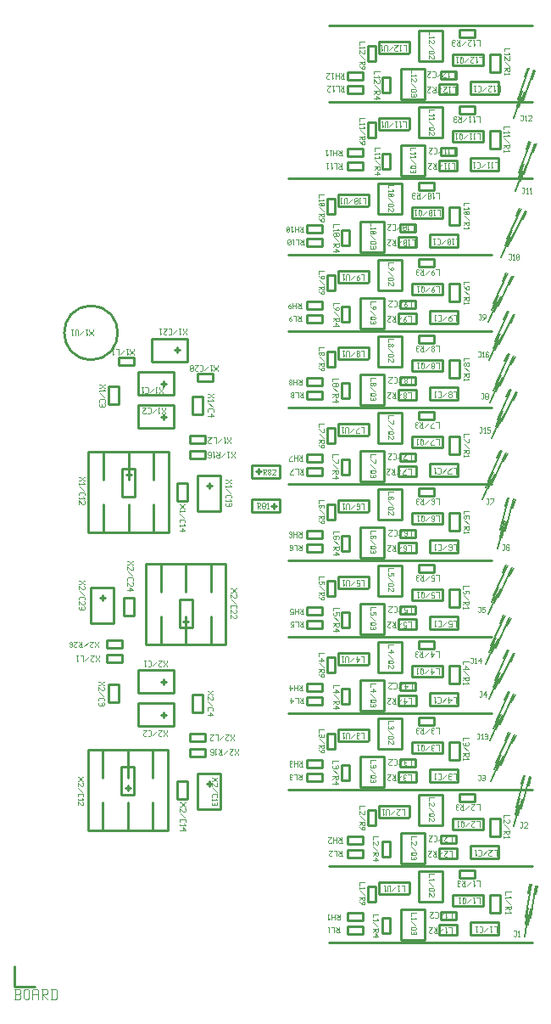
<source format=gbr>
G04 start of page 13 for group -4079 idx -4079 *
G04 Title: HETPREAMPS, topsilk *
G04 Creator: pcb 1.99z *
G04 CreationDate: Do 09 Apr 2015 07:40:17 GMT UTC *
G04 For: stephan *
G04 Format: Gerber/RS-274X *
G04 PCB-Dimensions (mil): 2952.76 4724.41 *
G04 PCB-Coordinate-Origin: lower left *
%MOIN*%
%FSLAX25Y25*%
%LNTOPSILK*%
%ADD196C,0.0040*%
%ADD195C,0.0032*%
%ADD194C,0.0059*%
%ADD193C,0.0098*%
%ADD192C,0.0100*%
%ADD191C,0.0098*%
G54D191*X147000Y146441D02*X227000D01*
X147000Y176441D02*X227000D01*
X147000Y206441D02*X227000D01*
X163000Y56441D02*X243000D01*
X163000Y86441D02*X243000D01*
X163000Y116441D02*X243000D01*
X147000D02*X227000D01*
X147000Y236441D02*X227000D01*
X147000Y266441D02*X227000D01*
X147000Y296441D02*X227000D01*
X147000Y326441D02*X227000D01*
X147000Y356441D02*X227000D01*
X163000D02*X243000D01*
X163000Y386441D02*X243000D01*
X163000Y416441D02*X243000D01*
G54D192*X81500Y114691D02*X86500D01*
Y125691D02*Y114691D01*
X81500Y125691D02*X86500D01*
X81500D02*Y114691D01*
X84000Y118191D02*Y116191D01*
X83000Y117191D02*X85000D01*
G54D193*X107500Y119941D02*Y112941D01*
X103500D02*X107500D01*
X103500Y119941D02*Y112941D01*
Y119941D02*X107500D01*
G54D192*X111500Y122941D02*X120500D01*
X111500D02*Y108941D01*
X120500D01*
Y122941D02*Y108941D01*
X116000Y119941D02*Y117941D01*
X115000Y118941D02*X117000D01*
G54D191*X99748Y132189D02*Y100693D01*
X68252D02*X99748D01*
X68252Y132189D02*Y100693D01*
Y132189D02*X99748D01*
X84000D02*Y121362D01*
X93843Y132189D02*Y121362D01*
X74157Y132189D02*Y121362D01*
X84000Y111520D02*Y100693D01*
X93843Y111520D02*Y100693D01*
X74157Y111520D02*Y100693D01*
G54D192*X170250Y59941D02*X176250D01*
X170250Y62941D02*Y59941D01*
Y62941D02*X176250D01*
Y59941D01*
X170250Y65191D02*X176250D01*
X170250Y68191D02*Y65191D01*
Y68191D02*X176250D01*
Y65191D01*
X184000Y66191D02*Y60191D01*
Y66191D02*X187000D01*
Y60191D01*
X184000D02*X187000D01*
G54D194*X242063Y79523D02*X241456Y76076D01*
X245018Y79002D02*X244410Y75555D01*
X244525Y79089D02*X242268Y66286D01*
X242556Y79436D02*X240298Y66633D01*
X242426Y70066D02*X241298Y63665D01*
X241442Y70240D02*X240313Y63839D01*
X241500Y67691D02*X239981Y59074D01*
G54D193*X226500Y75191D02*Y68191D01*
Y75191D02*X230500D01*
Y68191D01*
X226500D02*X230500D01*
G54D192*X198250Y84441D02*X207750D01*
Y72441D01*
X198250Y84441D02*Y72441D01*
X207750D01*
X214500Y84941D02*X220500D01*
Y81941D01*
X214500D02*X220500D01*
X214500Y84941D02*Y81941D01*
X229750Y64441D02*Y59441D01*
X218750Y64441D02*X229750D01*
X218750D02*Y59441D01*
X229750D01*
X211800Y75241D02*Y70841D01*
Y75241D02*X223800D01*
X211900Y70841D02*X223700D01*
X223800Y75241D02*Y70941D01*
G54D193*X206500Y59441D02*X213500D01*
X206500Y63441D02*Y59441D01*
Y63441D02*X213500D01*
Y59441D01*
G54D192*X207000Y65691D02*X213000D01*
X207000Y68691D02*Y65691D01*
Y68691D02*X213000D01*
Y65691D01*
X207000Y95691D02*X213000D01*
X207000Y98691D02*Y95691D01*
Y98691D02*X213000D01*
Y95691D01*
G54D193*X206500Y89441D02*X213500D01*
X206500Y93441D02*Y89441D01*
Y93441D02*X213500D01*
Y89441D01*
G54D192*X229750Y94441D02*Y89441D01*
X218750Y94441D02*X229750D01*
X218750D02*Y89441D01*
X229750D01*
X191250Y57441D02*X200750D01*
X191250Y69441D02*Y57441D01*
X200750Y69441D02*Y57441D01*
X191250Y69441D02*X200750D01*
X182600Y80141D02*Y75741D01*
Y80141D02*X194600D01*
X182700Y75741D02*X194500D01*
X194600Y80141D02*Y75841D01*
X170250Y89941D02*X176250D01*
X170250Y92941D02*Y89941D01*
Y92941D02*X176250D01*
Y89941D01*
X170250Y95191D02*X176250D01*
X170250Y98191D02*Y95191D01*
Y98191D02*X176250D01*
Y95191D01*
X181250Y78441D02*Y72441D01*
X178250D02*X181250D01*
X178250Y78441D02*Y72441D01*
Y78441D02*X181250D01*
X184000Y96191D02*Y90191D01*
Y96191D02*X187000D01*
Y90191D01*
X184000D02*X187000D01*
X191250Y87441D02*X200750D01*
X191250Y99441D02*Y87441D01*
X200750Y99441D02*Y87441D01*
X191250Y99441D02*X200750D01*
X104250Y180191D02*X109250D01*
Y191191D02*Y180191D01*
X104250Y191191D02*X109250D01*
X104250D02*Y180191D01*
X106750Y183691D02*Y181691D01*
X105750Y182691D02*X107750D01*
X75750Y175191D02*X81750D01*
Y172191D01*
X75750D02*X81750D01*
X75750Y175191D02*Y172191D01*
X102000Y163441D02*Y154441D01*
X88000Y163441D02*X102000D01*
X88000D02*Y154441D01*
X102000D01*
X97000Y158941D02*X99000D01*
X98000Y159941D02*Y157941D01*
X108250Y129691D02*X114250D01*
X108250Y132691D02*Y129691D01*
Y132691D02*X114250D01*
Y129691D01*
X75750Y166441D02*X81750D01*
X75750Y169441D02*Y166441D01*
Y169441D02*X81750D01*
Y166441D01*
G54D193*X80500Y157941D02*Y150941D01*
X76500D02*X80500D01*
X76500Y157941D02*Y150941D01*
Y157941D02*X80500D01*
G54D192*X108250Y135441D02*X114250D01*
X108250Y138441D02*Y135441D01*
Y138441D02*X114250D01*
Y135441D01*
G54D193*X109500Y153941D02*Y146941D01*
Y153941D02*X113500D01*
Y146941D01*
X109500D02*X113500D01*
X82500Y191941D02*Y184941D01*
Y191941D02*X86500D01*
Y184941D01*
X82500D02*X86500D01*
G54D192*X154250Y179941D02*X160250D01*
X154250Y182941D02*Y179941D01*
Y182941D02*X160250D01*
Y179941D01*
X154250Y209941D02*X160250D01*
X154250Y212941D02*Y209941D01*
Y212941D02*X160250D01*
Y209941D01*
X154250Y239941D02*X160250D01*
X154250Y242941D02*Y239941D01*
Y242941D02*X160250D01*
Y239941D01*
X154250Y215191D02*X160250D01*
X154250Y218191D02*Y215191D01*
Y218191D02*X160250D01*
Y215191D01*
X154250Y185191D02*X160250D01*
X154250Y188191D02*Y185191D01*
Y188191D02*X160250D01*
Y185191D01*
X166600Y200141D02*Y195741D01*
Y200141D02*X178600D01*
X166700Y195741D02*X178500D01*
X178600Y200141D02*Y195841D01*
X165250Y198441D02*Y192441D01*
X162250D02*X165250D01*
X162250Y198441D02*Y192441D01*
Y198441D02*X165250D01*
Y228441D02*Y222441D01*
X162250D02*X165250D01*
X162250Y228441D02*Y222441D01*
Y228441D02*X165250D01*
X168000Y216191D02*Y210191D01*
Y216191D02*X171000D01*
Y210191D01*
X168000D02*X171000D01*
X195800Y195241D02*Y190841D01*
Y195241D02*X207800D01*
X195900Y190841D02*X207700D01*
X207800Y195241D02*Y190941D01*
X198500Y204941D02*X204500D01*
Y201941D01*
X198500D02*X204500D01*
X198500Y204941D02*Y201941D01*
X213750Y184441D02*Y179441D01*
X202750Y184441D02*X213750D01*
X202750D02*Y179441D01*
X213750D01*
G54D193*X210500Y195191D02*Y188191D01*
Y195191D02*X214500D01*
Y188191D01*
X210500D02*X214500D01*
G54D192*X175250Y177441D02*X184750D01*
X175250Y189441D02*Y177441D01*
X184750Y189441D02*Y177441D01*
X175250Y189441D02*X184750D01*
X191000Y185691D02*X197000D01*
X191000Y188691D02*Y185691D01*
Y188691D02*X197000D01*
Y185691D01*
G54D193*X190500Y179441D02*X197500D01*
X190500Y183441D02*Y179441D01*
Y183441D02*X197500D01*
Y179441D01*
G54D192*X168000Y186191D02*Y180191D01*
Y186191D02*X171000D01*
Y180191D01*
X168000D02*X171000D01*
X182250Y204441D02*X191750D01*
Y192441D01*
X182250Y204441D02*Y192441D01*
X191750D01*
G54D194*X230606Y249974D02*X229127Y246802D01*
X233325Y248706D02*X231846Y245534D01*
X232872Y248917D02*X227378Y237135D01*
X231059Y249763D02*X225565Y237981D01*
X228510Y240745D02*X225763Y234854D01*
X227603Y241168D02*X224856Y235277D01*
X227000Y238691D02*X223302Y230761D01*
G54D193*X210500Y255191D02*Y248191D01*
Y255191D02*X214500D01*
Y248191D01*
X210500D02*X214500D01*
G54D192*X195800Y255241D02*Y250841D01*
Y255241D02*X207800D01*
X195900Y250841D02*X207700D01*
X207800Y255241D02*Y250941D01*
X213750Y244441D02*Y239441D01*
X202750Y244441D02*X213750D01*
X202750D02*Y239441D01*
X213750D01*
X191000Y245691D02*X197000D01*
X191000Y248691D02*Y245691D01*
Y248691D02*X197000D01*
Y245691D01*
G54D193*X190500Y239441D02*X197500D01*
X190500Y243441D02*Y239441D01*
Y243441D02*X197500D01*
Y239441D01*
G54D194*X233342Y231429D02*X232436Y228048D01*
X236240Y230652D02*X235334Y227272D01*
X235757Y230782D02*X232393Y218225D01*
X233825Y231299D02*X230461Y218743D01*
X232880Y221976D02*X231198Y215698D01*
X231914Y222235D02*X230232Y215957D01*
X231750Y219691D02*X229485Y211239D01*
X232856Y204974D02*X231377Y201802D01*
X235575Y203706D02*X234096Y200534D01*
X235122Y203917D02*X229628Y192135D01*
X233309Y204763D02*X227815Y192981D01*
X230760Y195745D02*X228013Y189854D01*
X229853Y196168D02*X227106Y190277D01*
X229250Y193691D02*X225552Y185761D01*
G54D192*X198500Y234941D02*X204500D01*
Y231941D01*
X198500D02*X204500D01*
X198500Y234941D02*Y231941D01*
X213750Y214441D02*Y209441D01*
X202750Y214441D02*X213750D01*
X202750D02*Y209441D01*
X213750D01*
X191000Y215691D02*X197000D01*
X191000Y218691D02*Y215691D01*
Y218691D02*X197000D01*
Y215691D01*
G54D193*X190500Y209441D02*X197500D01*
X190500Y213441D02*Y209441D01*
Y213441D02*X197500D01*
Y209441D01*
G54D192*X175250Y207441D02*X184750D01*
X175250Y219441D02*Y207441D01*
X184750Y219441D02*Y207441D01*
X175250Y219441D02*X184750D01*
G54D193*X210500Y225191D02*Y218191D01*
Y225191D02*X214500D01*
Y218191D01*
X210500D02*X214500D01*
G54D192*X195800Y225241D02*Y220841D01*
Y225241D02*X207800D01*
X195900Y220841D02*X207700D01*
X207800Y225241D02*Y220941D01*
X182250Y234441D02*X191750D01*
Y222441D01*
X182250Y234441D02*Y222441D01*
X191750D01*
X154250Y245191D02*X160250D01*
X154250Y248191D02*Y245191D01*
Y248191D02*X160250D01*
Y245191D01*
X166600Y230141D02*Y225741D01*
Y230141D02*X178600D01*
X166700Y225741D02*X178500D01*
X178600Y230141D02*Y225841D01*
X168000Y246191D02*Y240191D01*
Y246191D02*X171000D01*
Y240191D01*
X168000D02*X171000D01*
X175250Y237441D02*X184750D01*
X175250Y249441D02*Y237441D01*
X184750Y249441D02*Y237441D01*
X175250Y249441D02*X184750D01*
X168000Y126191D02*Y120191D01*
Y126191D02*X171000D01*
Y120191D01*
X168000D02*X171000D01*
X175250Y117441D02*X184750D01*
X175250Y129441D02*Y117441D01*
X184750Y129441D02*Y117441D01*
X175250Y129441D02*X184750D01*
X181250Y108441D02*Y102441D01*
X178250D02*X181250D01*
X178250Y108441D02*Y102441D01*
Y108441D02*X181250D01*
X182600Y110141D02*Y105741D01*
Y110141D02*X194600D01*
X182700Y105741D02*X194500D01*
X194600Y110141D02*Y105841D01*
X191000Y125691D02*X197000D01*
X191000Y128691D02*Y125691D01*
Y128691D02*X197000D01*
Y125691D01*
G54D193*X190500Y119441D02*X197500D01*
X190500Y123441D02*Y119441D01*
Y123441D02*X197500D01*
Y119441D01*
G54D194*X239592Y122429D02*X238686Y119048D01*
X242490Y121652D02*X241584Y118272D01*
X242007Y121782D02*X238643Y109225D01*
X240075Y122299D02*X236711Y109743D01*
X239130Y112976D02*X237448Y106698D01*
X238164Y113235D02*X236482Y106957D01*
X238000Y110691D02*X235735Y102239D01*
X233856Y139224D02*X232377Y136052D01*
X236575Y137956D02*X235096Y134784D01*
X236122Y138167D02*X230628Y126385D01*
X234309Y139013D02*X228815Y127231D01*
X231760Y129995D02*X229013Y124104D01*
X230853Y130418D02*X228106Y124527D01*
X230250Y127941D02*X226552Y120011D01*
G54D193*X226500Y105191D02*Y98191D01*
Y105191D02*X230500D01*
Y98191D01*
X226500D02*X230500D01*
G54D192*X211800Y105241D02*Y100841D01*
Y105241D02*X223800D01*
X211900Y100841D02*X223700D01*
X223800Y105241D02*Y100941D01*
X214500Y114941D02*X220500D01*
Y111941D01*
X214500D02*X220500D01*
X214500Y114941D02*Y111941D01*
X198250Y114441D02*X207750D01*
Y102441D01*
X198250Y114441D02*Y102441D01*
X207750D01*
X213750Y124441D02*Y119441D01*
X202750Y124441D02*X213750D01*
X202750D02*Y119441D01*
X213750D01*
G54D193*X210500Y135191D02*Y128191D01*
Y135191D02*X214500D01*
Y128191D01*
X210500D02*X214500D01*
G54D192*X195800Y135241D02*Y130841D01*
Y135241D02*X207800D01*
X195900Y130841D02*X207700D01*
X207800Y135241D02*Y130941D01*
X154250Y149941D02*X160250D01*
X154250Y152941D02*Y149941D01*
Y152941D02*X160250D01*
Y149941D01*
X154250Y125191D02*X160250D01*
X154250Y128191D02*Y125191D01*
Y128191D02*X160250D01*
Y125191D01*
X154250Y119941D02*X160250D01*
X154250Y122941D02*Y119941D01*
Y122941D02*X160250D01*
Y119941D01*
X154250Y155191D02*X160250D01*
X154250Y158191D02*Y155191D01*
Y158191D02*X160250D01*
Y155191D01*
X166600Y140141D02*Y135741D01*
Y140141D02*X178600D01*
X166700Y135741D02*X178500D01*
X178600Y140141D02*Y135841D01*
X165250Y138441D02*Y132441D01*
X162250D02*X165250D01*
X162250Y138441D02*Y132441D01*
Y138441D02*X165250D01*
X168000Y156191D02*Y150191D01*
Y156191D02*X171000D01*
Y150191D01*
X168000D02*X171000D01*
G54D194*X233356Y171474D02*X231877Y168302D01*
X236075Y170206D02*X234596Y167034D01*
X235622Y170417D02*X230128Y158636D01*
X233809Y171263D02*X228315Y159481D01*
X231260Y162245D02*X228513Y156354D01*
X230353Y162668D02*X227606Y156777D01*
X229750Y160191D02*X226052Y152261D01*
X231856Y185224D02*X230377Y182052D01*
X234575Y183956D02*X233096Y180784D01*
X234122Y184167D02*X228628Y172385D01*
X232309Y185013D02*X226815Y173231D01*
X229760Y175995D02*X227013Y170104D01*
X228853Y176418D02*X226106Y170527D01*
X228250Y173941D02*X224552Y166011D01*
X233606Y155224D02*X232127Y152052D01*
X236325Y153956D02*X234846Y150784D01*
X235872Y154167D02*X230378Y142386D01*
X234059Y155013D02*X228565Y143231D01*
X231510Y145995D02*X228763Y140104D01*
X230603Y146418D02*X227856Y140527D01*
X230000Y143941D02*X226302Y136011D01*
G54D192*X195800Y165241D02*Y160841D01*
Y165241D02*X207800D01*
X195900Y160841D02*X207700D01*
X207800Y165241D02*Y160941D01*
X198500Y174941D02*X204500D01*
Y171941D01*
X198500D02*X204500D01*
X198500Y174941D02*Y171941D01*
X213750Y154441D02*Y149441D01*
X202750Y154441D02*X213750D01*
X202750D02*Y149441D01*
X213750D01*
G54D193*X210500Y165191D02*Y158191D01*
Y165191D02*X214500D01*
Y158191D01*
X210500D02*X214500D01*
G54D192*X198500Y144941D02*X204500D01*
Y141941D01*
X198500D02*X204500D01*
X198500Y144941D02*Y141941D01*
X182250Y144441D02*X191750D01*
Y132441D01*
X182250Y144441D02*Y132441D01*
X191750D01*
X191000Y155691D02*X197000D01*
X191000Y158691D02*Y155691D01*
Y158691D02*X197000D01*
Y155691D01*
G54D193*X190500Y149441D02*X197500D01*
X190500Y153441D02*Y149441D01*
Y153441D02*X197500D01*
Y149441D01*
G54D192*X182250Y174441D02*X191750D01*
Y162441D01*
X182250Y174441D02*Y162441D01*
X191750D01*
X165250Y168441D02*Y162441D01*
X162250D02*X165250D01*
X162250Y168441D02*Y162441D01*
Y168441D02*X165250D01*
X175250Y147441D02*X184750D01*
X175250Y159441D02*Y147441D01*
X184750Y159441D02*Y147441D01*
X175250Y159441D02*X184750D01*
X166600Y170141D02*Y165741D01*
Y170141D02*X178600D01*
X166700Y165741D02*X178500D01*
X178600Y170141D02*Y165841D01*
G54D191*X39370Y39370D02*Y47244D01*
Y39370D02*X47244D01*
X69500Y306441D02*G75*G03X69500Y306441I0J-10500D01*G01*
G54D192*X143750Y230441D02*Y225441D01*
X132750Y230441D02*X143750D01*
X132750D02*Y225441D01*
X143750D01*
X140250Y227941D02*X142250D01*
X141250Y228941D02*Y226941D01*
X132750Y243941D02*Y238941D01*
X143750D01*
Y243941D02*Y238941D01*
X132750Y243941D02*X143750D01*
X134250Y241441D02*X136250D01*
X135250Y242441D02*Y240441D01*
X102000Y150441D02*Y141441D01*
X88000Y150441D02*X102000D01*
X88000D02*Y141441D01*
X102000D01*
X97000Y145941D02*X99000D01*
X98000Y146941D02*Y144941D01*
X69500Y195941D02*X78500D01*
X69500D02*Y181941D01*
X78500D01*
Y195941D02*Y181941D01*
X74000Y192941D02*Y190941D01*
X73000Y191941D02*X75000D01*
X108250Y246691D02*X114250D01*
X108250Y249691D02*Y246691D01*
Y249691D02*X114250D01*
Y246691D01*
G54D193*X109500Y270941D02*Y263941D01*
Y270941D02*X113500D01*
Y263941D01*
X109500D02*X113500D01*
X80500Y274941D02*Y267941D01*
X76500D02*X80500D01*
X76500Y274941D02*Y267941D01*
Y274941D02*X80500D01*
G54D192*X102000Y267441D02*Y258441D01*
X88000Y267441D02*X102000D01*
X88000D02*Y258441D01*
X102000D01*
X97000Y262941D02*X99000D01*
X98000Y263941D02*Y261941D01*
X102000Y280441D02*Y271441D01*
X88000Y280441D02*X102000D01*
X88000D02*Y271441D01*
X102000D01*
X97000Y275941D02*X99000D01*
X98000Y276941D02*Y274941D01*
G54D191*X99998Y249189D02*Y217693D01*
X68502D02*X99998D01*
X68502Y249189D02*Y217693D01*
Y249189D02*X99998D01*
X84250D02*Y238362D01*
X94093Y249189D02*Y238362D01*
X74407Y249189D02*Y238362D01*
X84250Y228520D02*Y217693D01*
X94093Y228520D02*Y217693D01*
X74407Y228520D02*Y217693D01*
X91002Y205189D02*Y173693D01*
Y205189D02*X122498D01*
Y173693D01*
X91002D02*X122498D01*
X106750Y184520D02*Y173693D01*
X96907Y184520D02*Y173693D01*
X116593Y184520D02*Y173693D01*
X106750Y205189D02*Y194362D01*
X96907Y205189D02*Y194362D01*
X116593Y205189D02*Y194362D01*
G54D192*X81750Y242691D02*X86750D01*
X81750D02*Y231691D01*
X86750D01*
Y242691D02*Y231691D01*
X84250Y241191D02*Y239191D01*
X83250Y240191D02*X85250D01*
X108250Y252441D02*X114250D01*
X108250Y255441D02*Y252441D01*
Y255441D02*X114250D01*
Y252441D01*
X80500Y283191D02*X86500D01*
X80500Y286191D02*Y283191D01*
Y286191D02*X86500D01*
Y283191D01*
X111500Y276941D02*X117500D01*
X111500D02*Y279941D01*
X117500D01*
Y276941D02*Y279941D01*
X107500Y293691D02*Y284691D01*
X93500Y293691D02*X107500D01*
X93500D02*Y284691D01*
X107500D01*
X102500Y289191D02*X104500D01*
X103500Y290191D02*Y288191D01*
X111500Y239941D02*X120500D01*
X111500D02*Y225941D01*
X120500D01*
Y239941D02*Y225941D01*
X116000Y236941D02*Y234941D01*
X115000Y235941D02*X117000D01*
G54D193*X107500Y236941D02*Y229941D01*
X103500D02*X107500D01*
X103500Y236941D02*Y229941D01*
Y236941D02*X107500D01*
G54D192*X170250Y395191D02*X176250D01*
X170250Y398191D02*Y395191D01*
Y398191D02*X176250D01*
Y395191D01*
X170250Y389941D02*X176250D01*
X170250Y392941D02*Y389941D01*
Y392941D02*X176250D01*
Y389941D01*
X170250Y365191D02*X176250D01*
X170250Y368191D02*Y365191D01*
Y368191D02*X176250D01*
Y365191D01*
X170250Y359941D02*X176250D01*
X170250Y362941D02*Y359941D01*
Y362941D02*X176250D01*
Y359941D01*
X182600Y410141D02*Y405741D01*
Y410141D02*X194600D01*
X182700Y405741D02*X194500D01*
X194600Y410141D02*Y405841D01*
X181250Y408441D02*Y402441D01*
X178250D02*X181250D01*
X178250Y408441D02*Y402441D01*
Y408441D02*X181250D01*
X184000Y396191D02*Y390191D01*
Y396191D02*X187000D01*
Y390191D01*
X184000D02*X187000D01*
G54D194*X241359Y399995D02*X240162Y396706D01*
X244178Y398969D02*X242981Y395680D01*
X243708Y399140D02*X239262Y386924D01*
X241829Y399824D02*X237383Y387608D01*
X240075Y390619D02*X237852Y384511D01*
X239135Y390961D02*X236912Y384853D01*
X238750Y388441D02*X235757Y380219D01*
X241859Y371245D02*X240662Y367956D01*
X244678Y370219D02*X243481Y366930D01*
X244208Y370390D02*X239762Y358174D01*
X242329Y371074D02*X237883Y358858D01*
X240575Y361869D02*X238352Y355761D01*
X239635Y362211D02*X237412Y356103D01*
X239250Y359691D02*X236257Y351469D01*
G54D192*X229750Y364441D02*Y359441D01*
X218750Y364441D02*X229750D01*
X218750D02*Y359441D01*
X229750D01*
G54D193*X226500Y375191D02*Y368191D01*
Y375191D02*X230500D01*
Y368191D01*
X226500D02*X230500D01*
G54D192*X229750Y394441D02*Y389441D01*
X218750Y394441D02*X229750D01*
X218750D02*Y389441D01*
X229750D01*
X182250Y354441D02*X191750D01*
Y342441D01*
X182250Y354441D02*Y342441D01*
X191750D01*
X198500Y354941D02*X204500D01*
Y351941D01*
X198500D02*X204500D01*
X198500Y354941D02*Y351941D01*
X184000Y366191D02*Y360191D01*
Y366191D02*X187000D01*
Y360191D01*
X184000D02*X187000D01*
X191250Y357441D02*X200750D01*
X191250Y369441D02*Y357441D01*
X200750Y369441D02*Y357441D01*
X191250Y369441D02*X200750D01*
X181250Y378441D02*Y372441D01*
X178250D02*X181250D01*
X178250Y378441D02*Y372441D01*
Y378441D02*X181250D01*
X207000Y365691D02*X213000D01*
X207000Y368691D02*Y365691D01*
Y368691D02*X213000D01*
Y365691D01*
G54D193*X206500Y359441D02*X213500D01*
X206500Y363441D02*Y359441D01*
Y363441D02*X213500D01*
Y359441D01*
G54D192*X182600Y380141D02*Y375741D01*
Y380141D02*X194600D01*
X182700Y375741D02*X194500D01*
X194600Y380141D02*Y375841D01*
X198250Y384441D02*X207750D01*
Y372441D01*
X198250Y384441D02*Y372441D01*
X207750D01*
G54D193*X226500Y405191D02*Y398191D01*
Y405191D02*X230500D01*
Y398191D01*
X226500D02*X230500D01*
G54D192*X211800Y375241D02*Y370841D01*
Y375241D02*X223800D01*
X211900Y370841D02*X223700D01*
X223800Y375241D02*Y370941D01*
X214500Y384941D02*X220500D01*
Y381941D01*
X214500D02*X220500D01*
X214500Y384941D02*Y381941D01*
X207000Y395691D02*X213000D01*
X207000Y398691D02*Y395691D01*
Y398691D02*X213000D01*
Y395691D01*
G54D193*X206500Y389441D02*X213500D01*
X206500Y393441D02*Y389441D01*
Y393441D02*X213500D01*
Y389441D01*
G54D192*X198250Y414441D02*X207750D01*
Y402441D01*
X198250Y414441D02*Y402441D01*
X207750D01*
X191250Y387441D02*X200750D01*
X191250Y399441D02*Y387441D01*
X200750Y399441D02*Y387441D01*
X191250Y399441D02*X200750D01*
X211800Y405241D02*Y400841D01*
Y405241D02*X223800D01*
X211900Y400841D02*X223700D01*
X223800Y405241D02*Y400941D01*
X214500Y414941D02*X220500D01*
Y411941D01*
X214500D02*X220500D01*
X214500Y414941D02*Y411941D01*
X154250Y329941D02*X160250D01*
X154250Y332941D02*Y329941D01*
Y332941D02*X160250D01*
Y329941D01*
X154250Y335191D02*X160250D01*
X154250Y338191D02*Y335191D01*
Y338191D02*X160250D01*
Y335191D01*
X166600Y320141D02*Y315741D01*
Y320141D02*X178600D01*
X166700Y315741D02*X178500D01*
X178600Y320141D02*Y315841D01*
X165250Y318441D02*Y312441D01*
X162250D02*X165250D01*
X162250Y318441D02*Y312441D01*
Y318441D02*X165250D01*
X182250Y324441D02*X191750D01*
Y312441D01*
X182250Y324441D02*Y312441D01*
X191750D01*
X198500Y324941D02*X204500D01*
Y321941D01*
X198500D02*X204500D01*
X198500Y324941D02*Y321941D01*
G54D193*X190500Y329441D02*X197500D01*
X190500Y333441D02*Y329441D01*
Y333441D02*X197500D01*
Y329441D01*
G54D192*X168000Y336191D02*Y330191D01*
Y336191D02*X171000D01*
Y330191D01*
X168000D02*X171000D01*
G54D194*X238106Y344974D02*X236627Y341802D01*
X240825Y343706D02*X239346Y340534D01*
X240372Y343917D02*X234878Y332135D01*
X238559Y344763D02*X233065Y332981D01*
X236010Y335745D02*X233263Y329854D01*
X235104Y336168D02*X232356Y330277D01*
X234500Y333691D02*X230802Y325761D01*
X232856Y319474D02*X231377Y316302D01*
X235575Y318206D02*X234096Y315034D01*
X235122Y318417D02*X229628Y306636D01*
X233309Y319263D02*X227815Y307481D01*
X230760Y310245D02*X228013Y304354D01*
X229853Y310668D02*X227106Y304777D01*
X229250Y308191D02*X225552Y300261D01*
X233356Y304474D02*X231877Y301302D01*
X236075Y303206D02*X234596Y300034D01*
X235622Y303417D02*X230128Y291635D01*
X233809Y304263D02*X228315Y292481D01*
X231260Y295245D02*X228513Y289354D01*
X230353Y295668D02*X227606Y289777D01*
X229750Y293191D02*X226052Y285261D01*
X233606Y287974D02*X232127Y284802D01*
X236325Y286706D02*X234846Y283534D01*
X235872Y286917D02*X230378Y275135D01*
X234059Y287763D02*X228565Y275981D01*
X231510Y278745D02*X228763Y272854D01*
X230604Y279168D02*X227856Y273277D01*
X230000Y276691D02*X226302Y268761D01*
X234356Y273974D02*X232877Y270802D01*
X237075Y272706D02*X235596Y269534D01*
X236622Y272917D02*X231128Y261135D01*
X234809Y273763D02*X229315Y261981D01*
X232260Y264745D02*X229513Y258854D01*
X231354Y265168D02*X228606Y259277D01*
X230750Y262691D02*X227052Y254761D01*
G54D193*X210500Y315191D02*Y308191D01*
Y315191D02*X214500D01*
Y308191D01*
X210500D02*X214500D01*
G54D192*X198500Y264941D02*X204500D01*
Y261941D01*
X198500D02*X204500D01*
X198500Y264941D02*Y261941D01*
X182250Y264441D02*X191750D01*
Y252441D01*
X182250Y264441D02*Y252441D01*
X191750D01*
X191000Y275691D02*X197000D01*
X191000Y278691D02*Y275691D01*
Y278691D02*X197000D01*
Y275691D01*
G54D193*X210500Y285191D02*Y278191D01*
Y285191D02*X214500D01*
Y278191D01*
X210500D02*X214500D01*
G54D192*X213750Y274441D02*Y269441D01*
X202750Y274441D02*X213750D01*
X202750D02*Y269441D01*
X213750D01*
G54D193*X190500D02*X197500D01*
X190500Y273441D02*Y269441D01*
Y273441D02*X197500D01*
Y269441D01*
G54D192*X195800Y285241D02*Y280841D01*
Y285241D02*X207800D01*
X195900Y280841D02*X207700D01*
X207800Y285241D02*Y280941D01*
X198500Y294941D02*X204500D01*
Y291941D01*
X198500D02*X204500D01*
X198500Y294941D02*Y291941D01*
X182250Y294441D02*X191750D01*
Y282441D01*
X182250Y294441D02*Y282441D01*
X191750D01*
X175250Y267441D02*X184750D01*
X175250Y279441D02*Y267441D01*
X184750Y279441D02*Y267441D01*
X175250Y279441D02*X184750D01*
X213750Y334441D02*Y329441D01*
X202750Y334441D02*X213750D01*
X202750D02*Y329441D01*
X213750D01*
X191000Y335691D02*X197000D01*
X191000Y338691D02*Y335691D01*
Y338691D02*X197000D01*
Y335691D01*
X175250Y327441D02*X184750D01*
X175250Y339441D02*Y327441D01*
X184750Y339441D02*Y327441D01*
X175250Y339441D02*X184750D01*
X154250Y269941D02*X160250D01*
X154250Y272941D02*Y269941D01*
Y272941D02*X160250D01*
Y269941D01*
X154250Y275191D02*X160250D01*
X154250Y278191D02*Y275191D01*
Y278191D02*X160250D01*
Y275191D01*
X166600Y290141D02*Y285741D01*
Y290141D02*X178600D01*
X166700Y285741D02*X178500D01*
X178600Y290141D02*Y285841D01*
X165250Y288441D02*Y282441D01*
X162250D02*X165250D01*
X162250Y288441D02*Y282441D01*
Y288441D02*X165250D01*
X168000Y276191D02*Y270191D01*
Y276191D02*X171000D01*
Y270191D01*
X168000D02*X171000D01*
X168000Y306191D02*Y300191D01*
Y306191D02*X171000D01*
Y300191D01*
X168000D02*X171000D01*
X165250Y258441D02*Y252441D01*
X162250D02*X165250D01*
X162250Y258441D02*Y252441D01*
Y258441D02*X165250D01*
X166600Y260141D02*Y255741D01*
Y260141D02*X178600D01*
X166700Y255741D02*X178500D01*
X178600Y260141D02*Y255841D01*
X213750Y304441D02*Y299441D01*
X202750Y304441D02*X213750D01*
X202750D02*Y299441D01*
X213750D01*
X191000Y305691D02*X197000D01*
X191000Y308691D02*Y305691D01*
Y308691D02*X197000D01*
Y305691D01*
G54D193*X190500Y299441D02*X197500D01*
X190500Y303441D02*Y299441D01*
Y303441D02*X197500D01*
Y299441D01*
G54D192*X195800Y315241D02*Y310841D01*
Y315241D02*X207800D01*
X195900Y310841D02*X207700D01*
X207800Y315241D02*Y310941D01*
G54D193*X210500Y345191D02*Y338191D01*
Y345191D02*X214500D01*
Y338191D01*
X210500D02*X214500D01*
G54D192*X195800Y345241D02*Y340841D01*
Y345241D02*X207800D01*
X195900Y340841D02*X207700D01*
X207800Y345241D02*Y340941D01*
X175250Y297441D02*X184750D01*
X175250Y309441D02*Y297441D01*
X184750Y309441D02*Y297441D01*
X175250Y309441D02*X184750D01*
X154250Y299941D02*X160250D01*
X154250Y302941D02*Y299941D01*
Y302941D02*X160250D01*
Y299941D01*
X154250Y305191D02*X160250D01*
X154250Y308191D02*Y305191D01*
Y308191D02*X160250D01*
Y305191D01*
X166600Y350141D02*Y345741D01*
Y350141D02*X178600D01*
X166700Y345741D02*X178500D01*
X178600Y350141D02*Y345841D01*
X165250Y348441D02*Y342441D01*
X162250D02*X165250D01*
X162250Y348441D02*Y342441D01*
Y348441D02*X165250D01*
G54D195*X167900Y395741D02*X169000D01*
X167900D02*X167625Y396016D01*
Y396566D02*Y396016D01*
X167900Y396841D02*X167625Y396566D01*
X167900Y396841D02*X168725D01*
Y397941D02*Y395741D01*
Y396841D02*X167625Y397941D01*
X166965D02*Y395741D01*
X165590Y397941D02*Y395741D01*
Y396841D02*X166965D01*
X164105Y397941D02*X164655D01*
X164380D02*Y395741D01*
X164930Y396291D02*X164380Y395741D01*
X163445Y396016D02*X163170Y395741D01*
X162345D02*X163170D01*
X162345D02*X162070Y396016D01*
Y396566D02*Y396016D01*
X163445Y397941D02*X162070Y396566D01*
Y397941D02*X163445D01*
X167900Y390741D02*X169000D01*
X167900D02*X167625Y391016D01*
Y391566D02*Y391016D01*
X167900Y391841D02*X167625Y391566D01*
X167900Y391841D02*X168725D01*
Y392941D02*Y390741D01*
Y391841D02*X167625Y392941D01*
X166965D02*Y390741D01*
X165865Y392941D02*X166965D01*
X164380D02*X164930D01*
X164655D02*Y390741D01*
X165205Y391291D02*X164655Y390741D01*
X163720Y391016D02*X163445Y390741D01*
X162620D02*X163445D01*
X162620D02*X162345Y391016D01*
Y391566D02*Y391016D01*
X163720Y392941D02*X162345Y391566D01*
Y392941D02*X163720D01*
X167150Y360241D02*X168250D01*
X167150D02*X166875Y360516D01*
Y361066D02*Y360516D01*
X167150Y361341D02*X166875Y361066D01*
X167150Y361341D02*X167975D01*
Y362441D02*Y360241D01*
Y361341D02*X166875Y362441D01*
X166215D02*Y360241D01*
X165115Y362441D02*X166215D01*
X163630D02*X164180D01*
X163905D02*Y360241D01*
X164455Y360791D02*X163905Y360241D01*
X162145Y362441D02*X162695D01*
X162420D02*Y360241D01*
X162970Y360791D02*X162420Y360241D01*
X167150Y365491D02*X168250D01*
X167150D02*X166875Y365766D01*
Y366316D02*Y365766D01*
X167150Y366591D02*X166875Y366316D01*
X167150Y366591D02*X167975D01*
Y367691D02*Y365491D01*
Y366591D02*X166875Y367691D01*
X166215D02*Y365491D01*
X164840Y367691D02*Y365491D01*
Y366591D02*X166215D01*
X163355Y367691D02*X163905D01*
X163630D02*Y365491D01*
X164180Y366041D02*X163630Y365491D01*
X161870Y367691D02*X162420D01*
X162145D02*Y365491D01*
X162695Y366041D02*X162145Y365491D01*
X151900Y180491D02*X153000D01*
X151900D02*X151625Y180766D01*
Y181316D02*Y180766D01*
X151900Y181591D02*X151625Y181316D01*
X151900Y181591D02*X152725D01*
Y182691D02*Y180491D01*
Y181591D02*X151625Y182691D01*
X150965D02*Y180491D01*
X149865Y182691D02*X150965D01*
X148105Y180491D02*X149205D01*
Y181591D02*Y180491D01*
Y181591D02*X148930Y181316D01*
X148380D02*X148930D01*
X148380D02*X148105Y181591D01*
Y182416D02*Y181591D01*
X148380Y182691D02*X148105Y182416D01*
X148380Y182691D02*X148930D01*
X149205Y182416D02*X148930Y182691D01*
X151400Y210491D02*X152500D01*
X151400D02*X151125Y210766D01*
Y211316D02*Y210766D01*
X151400Y211591D02*X151125Y211316D01*
X151400Y211591D02*X152225D01*
Y212691D02*Y210491D01*
Y211591D02*X151125Y212691D01*
X150465D02*Y210491D01*
X149365Y212691D02*X150465D01*
X147880Y210491D02*X147605Y210766D01*
X147880Y210491D02*X148430D01*
X148705Y210766D02*X148430Y210491D01*
X148705Y212416D02*Y210766D01*
Y212416D02*X148430Y212691D01*
X147880Y211591D02*X147605Y211866D01*
X147880Y211591D02*X148705D01*
X147880Y212691D02*X148430D01*
X147880D02*X147605Y212416D01*
Y211866D01*
X151900Y240241D02*X153000D01*
X151900D02*X151625Y240516D01*
Y241066D02*Y240516D01*
X151900Y241341D02*X151625Y241066D01*
X151900Y241341D02*X152725D01*
Y242441D02*Y240241D01*
Y241341D02*X151625Y242441D01*
X150965D02*Y240241D01*
X149865Y242441D02*X150965D01*
X149205D02*X147830Y241066D01*
Y240241D01*
X149205D01*
X151900Y185491D02*X153000D01*
X151900D02*X151625Y185766D01*
Y186316D02*Y185766D01*
X151900Y186591D02*X151625Y186316D01*
X151900Y186591D02*X152725D01*
Y187691D02*Y185491D01*
Y186591D02*X151625Y187691D01*
X150965D02*Y185491D01*
X149590Y187691D02*Y185491D01*
Y186591D02*X150965D01*
X147830Y185491D02*X148930D01*
Y186591D02*Y185491D01*
Y186591D02*X148655Y186316D01*
X148105D02*X148655D01*
X148105D02*X147830Y186591D01*
Y187416D02*Y186591D01*
X148105Y187691D02*X147830Y187416D01*
X148105Y187691D02*X148655D01*
X148930Y187416D02*X148655Y187691D01*
X85675Y206191D02*X85950D01*
X85675D02*X84300Y204816D01*
X83750D02*X84300D01*
X83750Y206191D02*X84300D01*
X85675Y204816D01*
X85950D01*
X85675Y204156D02*X85950Y203881D01*
Y203056D01*
X85675Y202781D01*
X85125D02*X85675D01*
X83750Y204156D02*X85125Y202781D01*
X83750Y204156D02*Y202781D01*
X84025Y202121D02*X85675Y200471D01*
X83750Y199536D02*Y198711D01*
X84025Y199811D02*X83750Y199536D01*
X84025Y199811D02*X85675D01*
X85950Y199536D01*
Y198711D01*
X85675Y198051D02*X85950Y197776D01*
Y196951D01*
X85675Y196676D01*
X85125D02*X85675D01*
X83750Y198051D02*X85125Y196676D01*
X83750Y198051D02*Y196676D01*
X84850Y196016D02*X85950Y194916D01*
X84850Y196016D02*Y194641D01*
X83750Y194916D02*X85950D01*
X126425Y195441D02*X126700D01*
X126425D02*X125050Y194066D01*
X124500D02*X125050D01*
X124500Y195441D02*X125050D01*
X126425Y194066D01*
X126700D01*
X126425Y193406D02*X126700Y193131D01*
Y192306D01*
X126425Y192031D01*
X125875D02*X126425D01*
X124500Y193406D02*X125875Y192031D01*
X124500Y193406D02*Y192031D01*
X124775Y191371D02*X126425Y189721D01*
X124500Y188786D02*Y187961D01*
X124775Y189061D02*X124500Y188786D01*
X124775Y189061D02*X126425D01*
X126700Y188786D01*
Y187961D01*
X126425Y187301D02*X126700Y187026D01*
Y186201D01*
X126425Y185926D01*
X125875D02*X126425D01*
X124500Y187301D02*X125875Y185926D01*
X124500Y187301D02*Y185926D01*
X126425Y185266D02*X126700Y184991D01*
Y184166D01*
X126425Y183891D01*
X125875D02*X126425D01*
X124500Y185266D02*X125875Y183891D01*
X124500Y185266D02*Y183891D01*
X159000Y200191D02*X161200D01*
X159000D02*Y199091D01*
X161200Y198431D02*Y197331D01*
X160100Y198431D02*X161200D01*
X160100D02*X160375Y198156D01*
Y197606D01*
X160100Y197331D01*
X159275D02*X160100D01*
X159000Y197606D02*X159275Y197331D01*
X159000Y198156D02*Y197606D01*
X159275Y198431D02*X159000Y198156D01*
X159275Y196671D02*X160925Y195021D01*
X161200Y194361D02*Y193261D01*
X160925Y192986D01*
X160375D02*X160925D01*
X160100Y193261D02*X160375Y192986D01*
X160100Y194086D02*Y193261D01*
X159000Y194086D02*X161200D01*
X160100D02*X159000Y192986D01*
Y192326D02*X160100Y191226D01*
X160925D01*
X161200Y191501D02*X160925Y191226D01*
X161200Y192051D02*Y191501D01*
X160925Y192326D02*X161200Y192051D01*
X160375Y192326D02*X160925D01*
X160375D02*X160100Y192051D01*
Y191226D01*
X159000Y230191D02*X161200D01*
X159000D02*Y229091D01*
X161200Y227606D02*X160925Y227331D01*
X161200Y228156D02*Y227606D01*
X160925Y228431D02*X161200Y228156D01*
X159275Y228431D02*X160925D01*
X159275D02*X159000Y228156D01*
X160100Y227606D02*X159825Y227331D01*
X160100Y228431D02*Y227606D01*
X159000Y228156D02*Y227606D01*
X159275Y227331D01*
X159825D01*
X159275Y226671D02*X160925Y225021D01*
X161200Y224361D02*Y223261D01*
X160925Y222986D01*
X160375D02*X160925D01*
X160100Y223261D02*X160375Y222986D01*
X160100Y224086D02*Y223261D01*
X159000Y224086D02*X161200D01*
X160100D02*X159000Y222986D01*
Y222326D02*X160100Y221226D01*
X160925D01*
X161200Y221501D02*X160925Y221226D01*
X161200Y222051D02*Y221501D01*
X160925Y222326D02*X161200Y222051D01*
X160375Y222326D02*X160925D01*
X160375D02*X160100Y222051D01*
Y221226D01*
X164750Y217941D02*X166950D01*
X164750D02*Y216841D01*
X166950Y215356D02*X166675Y215081D01*
X166950Y215906D02*Y215356D01*
X166675Y216181D02*X166950Y215906D01*
X165025Y216181D02*X166675D01*
X165025D02*X164750Y215906D01*
X165850Y215356D02*X165575Y215081D01*
X165850Y216181D02*Y215356D01*
X164750Y215906D02*Y215356D01*
X165025Y215081D01*
X165575D01*
X165025Y214421D02*X166675Y212771D01*
X166950Y212111D02*Y211011D01*
X166675Y210736D01*
X166125D02*X166675D01*
X165850Y211011D02*X166125Y210736D01*
X165850Y211836D02*Y211011D01*
X164750Y211836D02*X166950D01*
X165850D02*X164750Y210736D01*
X165850Y210076D02*X166950Y208976D01*
X165850Y210076D02*Y208701D01*
X164750Y208976D02*X166950D01*
X134750Y229141D02*X135850D01*
X136125Y228866D01*
Y228316D01*
X135850Y228041D02*X136125Y228316D01*
X135025Y228041D02*X135850D01*
X135025Y229141D02*Y226941D01*
Y228041D02*X136125Y226941D01*
X136785Y227216D02*X137060Y226941D01*
X136785Y227766D02*Y227216D01*
Y227766D02*X137060Y228041D01*
X137610D01*
X137885Y227766D01*
Y227216D01*
X137610Y226941D02*X137885Y227216D01*
X137060Y226941D02*X137610D01*
X136785Y228316D02*X137060Y228041D01*
X136785Y228866D02*Y228316D01*
Y228866D02*X137060Y229141D01*
X137610D01*
X137885Y228866D01*
Y228316D01*
X137610Y228041D02*X137885Y228316D01*
X138820Y226941D02*X139370D01*
X139095Y229141D02*Y226941D01*
X138545Y228591D02*X139095Y229141D01*
X137000Y242391D02*X138100D01*
X138375Y242116D01*
Y241566D01*
X138100Y241291D02*X138375Y241566D01*
X137275Y241291D02*X138100D01*
X137275Y242391D02*Y240191D01*
Y241291D02*X138375Y240191D01*
X139035Y240466D02*X139310Y240191D01*
X139035Y241016D02*Y240466D01*
Y241016D02*X139310Y241291D01*
X139860D01*
X140135Y241016D01*
Y240466D01*
X139860Y240191D02*X140135Y240466D01*
X139310Y240191D02*X139860D01*
X139035Y241566D02*X139310Y241291D01*
X139035Y242116D02*Y241566D01*
Y242116D02*X139310Y242391D01*
X139860D01*
X140135Y242116D01*
Y241566D01*
X139860Y241291D02*X140135Y241566D01*
X140795Y242116D02*X141070Y242391D01*
X141895D01*
X142170Y242116D01*
Y241566D01*
X140795Y240191D02*X142170Y241566D01*
X140795Y240191D02*X142170D01*
X151650Y245741D02*X152750D01*
X151650D02*X151375Y246016D01*
Y246566D02*Y246016D01*
X151650Y246841D02*X151375Y246566D01*
X151650Y246841D02*X152475D01*
Y247941D02*Y245741D01*
Y246841D02*X151375Y247941D01*
X150715D02*Y245741D01*
X149340Y247941D02*Y245741D01*
Y246841D02*X150715D01*
X148680Y247941D02*X147305Y246566D01*
Y245741D01*
X148680D01*
X124500Y253016D02*Y252741D01*
Y253016D02*X123125Y254391D01*
Y254941D02*Y254391D01*
X124500Y254941D02*Y254391D01*
X123125Y253016D01*
Y252741D01*
X121640Y254941D02*X122190D01*
X121915D02*Y252741D01*
X122465Y253291D02*X121915Y252741D01*
X120980Y254666D02*X119330Y253016D01*
X118670Y254941D02*Y252741D01*
X117570Y254941D02*X118670D01*
X116910Y253016D02*X116635Y252741D01*
X115810D02*X116635D01*
X115810D02*X115535Y253016D01*
Y253566D02*Y253016D01*
X116910Y254941D02*X115535Y253566D01*
Y254941D02*X116910D01*
X126000Y247266D02*Y246991D01*
Y247266D02*X124625Y248641D01*
Y249191D02*Y248641D01*
X126000Y249191D02*Y248641D01*
X124625Y247266D01*
Y246991D01*
X123140Y249191D02*X123690D01*
X123415D02*Y246991D01*
X123965Y247541D02*X123415Y246991D01*
X122480Y248916D02*X120830Y247266D01*
X119070Y246991D02*X120170D01*
X119070D02*X118795Y247266D01*
Y247816D02*Y247266D01*
X119070Y248091D02*X118795Y247816D01*
X119070Y248091D02*X119895D01*
Y249191D02*Y246991D01*
Y248091D02*X118795Y249191D01*
X117310D02*X117860D01*
X117585D02*Y246991D01*
X118135Y247541D02*X117585Y246991D01*
X115825D02*X115550Y247266D01*
X115825Y246991D02*X116375D01*
X116650Y247266D02*X116375Y246991D01*
X116650Y248916D02*Y247266D01*
Y248916D02*X116375Y249191D01*
X115825Y248091D02*X115550Y248366D01*
X115825Y248091D02*X116650D01*
X115825Y249191D02*X116375D01*
X115825D02*X115550Y248916D01*
Y248366D01*
X117425Y271941D02*X117700D01*
X117425D02*X116050Y270566D01*
X115500D02*X116050D01*
X115500Y271941D02*X116050D01*
X117425Y270566D01*
X117700D01*
X115500Y269631D02*Y269081D01*
Y269356D02*X117700D01*
X117150Y269906D02*X117700Y269356D01*
X115775Y268421D02*X117425Y266771D01*
X115500Y265836D02*Y265011D01*
X115775Y266111D02*X115500Y265836D01*
X115775Y266111D02*X117425D01*
X117700Y265836D01*
Y265011D01*
X116600Y264351D02*X117700Y263251D01*
X116600Y264351D02*Y262976D01*
X115500Y263251D02*X117700D01*
X86250Y287516D02*Y287241D01*
Y287516D02*X84875Y288891D01*
Y289441D02*Y288891D01*
X86250Y289441D02*Y288891D01*
X84875Y287516D01*
Y287241D01*
X83390Y289441D02*X83940D01*
X83665D02*Y287241D01*
X84215Y287791D02*X83665Y287241D01*
X82730Y289166D02*X81080Y287516D01*
X80420Y289441D02*Y287241D01*
X79320Y289441D02*X80420D01*
X77835D02*X78385D01*
X78110D02*Y287241D01*
X78660Y287791D02*X78110Y287241D01*
X119250Y281266D02*Y280991D01*
Y281266D02*X117875Y282641D01*
Y283191D02*Y282641D01*
X119250Y283191D02*Y282641D01*
X117875Y281266D01*
Y280991D01*
X116390Y283191D02*X116940D01*
X116665D02*Y280991D01*
X117215Y281541D02*X116665Y280991D01*
X115730Y282916D02*X114080Y281266D01*
X112320Y283191D02*X113145D01*
X113420Y282916D02*X113145Y283191D01*
X113420Y282916D02*Y281266D01*
X113145Y280991D01*
X112320D02*X113145D01*
X111660Y281266D02*X111385Y280991D01*
X110560D02*X111385D01*
X110560D02*X110285Y281266D01*
Y281816D02*Y281266D01*
X111660Y283191D02*X110285Y281816D01*
Y283191D02*X111660D01*
X109625Y282916D02*X109350Y283191D01*
X109625Y282916D02*Y281266D01*
X109350Y280991D01*
X108800D02*X109350D01*
X108800D02*X108525Y281266D01*
Y282916D02*Y281266D01*
X108800Y283191D02*X108525Y282916D01*
X108800Y283191D02*X109350D01*
X109625Y282641D02*X108525Y281541D01*
X98750Y264516D02*Y264241D01*
Y264516D02*X97375Y265891D01*
Y266441D02*Y265891D01*
X98750Y266441D02*Y265891D01*
X97375Y264516D01*
Y264241D01*
X95890Y266441D02*X96440D01*
X96165D02*Y264241D01*
X96715Y264791D02*X96165Y264241D01*
X95230Y266166D02*X93580Y264516D01*
X91820Y266441D02*X92645D01*
X92920Y266166D02*X92645Y266441D01*
X92920Y266166D02*Y264516D01*
X92645Y264241D01*
X91820D02*X92645D01*
X91160Y264516D02*X90885Y264241D01*
X90060D02*X90885D01*
X90060D02*X89785Y264516D01*
Y265066D02*Y264516D01*
X91160Y266441D02*X89785Y265066D01*
Y266441D02*X91160D01*
X97750Y272516D02*Y272241D01*
Y272516D02*X96375Y273891D01*
Y274441D02*Y273891D01*
X97750Y274441D02*Y273891D01*
X96375Y272516D01*
Y272241D01*
X94890Y274441D02*X95440D01*
X95165D02*Y272241D01*
X95715Y272791D02*X95165Y272241D01*
X94230Y274166D02*X92580Y272516D01*
X90820Y274441D02*X91645D01*
X91920Y274166D02*X91645Y274441D01*
X91920Y274166D02*Y272516D01*
X91645Y272241D01*
X90820D02*X91645D01*
X89335Y274441D02*X89885D01*
X89610D02*Y272241D01*
X90160Y272791D02*X89610Y272241D01*
X107000Y295516D02*Y295241D01*
Y295516D02*X105625Y296891D01*
Y297441D02*Y296891D01*
X107000Y297441D02*Y296891D01*
X105625Y295516D01*
Y295241D01*
X104140Y297441D02*X104690D01*
X104415D02*Y295241D01*
X104965Y295791D02*X104415Y295241D01*
X103480Y297166D02*X101830Y295516D01*
X100070Y297441D02*X100895D01*
X101170Y297166D02*X100895Y297441D01*
X101170Y297166D02*Y295516D01*
X100895Y295241D01*
X100070D02*X100895D01*
X99410Y295516D02*X99135Y295241D01*
X98310D02*X99135D01*
X98310D02*X98035Y295516D01*
Y296066D02*Y295516D01*
X99410Y297441D02*X98035Y296066D01*
Y297441D02*X99410D01*
X96550D02*X97100D01*
X96825D02*Y295241D01*
X97375Y295791D02*X96825Y295241D01*
X70250Y295266D02*Y294991D01*
Y295266D02*X68875Y296641D01*
Y297191D02*Y296641D01*
X70250Y297191D02*Y296641D01*
X68875Y295266D01*
Y294991D01*
X67390Y297191D02*X67940D01*
X67665D02*Y294991D01*
X68215Y295541D02*X67665Y294991D01*
X66730Y296916D02*X65080Y295266D01*
X64420Y296916D02*Y294991D01*
Y296916D02*X64145Y297191D01*
X63595D02*X64145D01*
X63595D02*X63320Y296916D01*
Y294991D01*
X61835Y297191D02*X62385D01*
X62110D02*Y294991D01*
X62660Y295541D02*X62110Y294991D01*
X74675Y275691D02*X74950D01*
X74675D02*X73300Y274316D01*
X72750D02*X73300D01*
X72750Y275691D02*X73300D01*
X74675Y274316D01*
X74950D01*
X72750Y273381D02*Y272831D01*
Y273106D02*X74950D01*
X74400Y273656D02*X74950Y273106D01*
X73025Y272171D02*X74675Y270521D01*
X72750Y269586D02*Y268761D01*
X73025Y269861D02*X72750Y269586D01*
X73025Y269861D02*X74675D01*
X74950Y269586D01*
Y268761D01*
X74675Y268101D02*X74950Y267826D01*
Y267276D01*
X74675Y267001D01*
X73025D02*X74675D01*
X72750Y267276D02*X73025Y267001D01*
X72750Y267826D02*Y267276D01*
X73025Y268101D02*X72750Y267826D01*
X73850D02*Y267001D01*
X124425Y238191D02*X124700D01*
X124425D02*X123050Y236816D01*
X122500D02*X123050D01*
X122500Y238191D02*X123050D01*
X124425Y236816D01*
X124700D01*
X122500Y235881D02*Y235331D01*
Y235606D02*X124700D01*
X124150Y236156D02*X124700Y235606D01*
X122775Y234671D02*X124425Y233021D01*
X122500Y232086D02*Y231261D01*
X122775Y232361D02*X122500Y232086D01*
X122775Y232361D02*X124425D01*
X124700Y232086D01*
Y231261D01*
X122500Y230326D02*Y229776D01*
Y230051D02*X124700D01*
X124150Y230601D02*X124700Y230051D01*
X124425Y229116D02*X124700Y228841D01*
Y228291D01*
X124425Y228016D01*
X122775D02*X124425D01*
X122500Y228291D02*X122775Y228016D01*
X122500Y228841D02*Y228291D01*
X122775Y229116D02*X122500Y228841D01*
X123600D02*Y228016D01*
X106175Y228441D02*X106450D01*
X106175D02*X104800Y227066D01*
X104250D02*X104800D01*
X104250Y228441D02*X104800D01*
X106175Y227066D01*
X106450D01*
X104250Y226131D02*Y225581D01*
Y225856D02*X106450D01*
X105900Y226406D02*X106450Y225856D01*
X104525Y224921D02*X106175Y223271D01*
X104250Y222336D02*Y221511D01*
X104525Y222611D02*X104250Y222336D01*
X104525Y222611D02*X106175D01*
X106450Y222336D01*
Y221511D01*
X104250Y220576D02*Y220026D01*
Y220301D02*X106450D01*
X105900Y220851D02*X106450Y220301D01*
X105350Y219366D02*X106450Y218266D01*
X105350Y219366D02*Y217991D01*
X104250Y218266D02*X106450D01*
X66675Y239191D02*X66950D01*
X66675D02*X65300Y237816D01*
X64750D02*X65300D01*
X64750Y239191D02*X65300D01*
X66675Y237816D01*
X66950D01*
X64750Y236881D02*Y236331D01*
Y236606D02*X66950D01*
X66400Y237156D02*X66950Y236606D01*
X65025Y235671D02*X66675Y234021D01*
X64750Y233086D02*Y232261D01*
X65025Y233361D02*X64750Y233086D01*
X65025Y233361D02*X66675D01*
X66950Y233086D01*
Y232261D01*
X64750Y231326D02*Y230776D01*
Y231051D02*X66950D01*
X66400Y231601D02*X66950Y231051D01*
X66675Y230116D02*X66950Y229841D01*
Y229016D01*
X66675Y228741D01*
X66125D02*X66675D01*
X64750Y230116D02*X66125Y228741D01*
X64750Y230116D02*Y228741D01*
X151400Y215741D02*X152500D01*
X151400D02*X151125Y216016D01*
Y216566D02*Y216016D01*
X151400Y216841D02*X151125Y216566D01*
X151400Y216841D02*X152225D01*
Y217941D02*Y215741D01*
Y216841D02*X151125Y217941D01*
X150465D02*Y215741D01*
X149090Y217941D02*Y215741D01*
Y216841D02*X150465D01*
X147605Y215741D02*X147330Y216016D01*
X147605Y215741D02*X148155D01*
X148430Y216016D02*X148155Y215741D01*
X148430Y217666D02*Y216016D01*
Y217666D02*X148155Y217941D01*
X147605Y216841D02*X147330Y217116D01*
X147605Y216841D02*X148430D01*
X147605Y217941D02*X148155D01*
X147605D02*X147330Y217666D01*
Y217116D01*
X176750Y198941D02*Y196741D01*
X175650Y198941D02*X176750D01*
X173890Y196741D02*X174990D01*
Y197841D02*Y196741D01*
Y197841D02*X174715Y197566D01*
X174165D02*X174715D01*
X174165D02*X173890Y197841D01*
Y198666D02*Y197841D01*
X174165Y198941D02*X173890Y198666D01*
X174165Y198941D02*X174715D01*
X174990Y198666D02*X174715Y198941D01*
X173230Y198666D02*X171580Y197016D01*
X170920Y198666D02*Y196741D01*
Y198666D02*X170645Y198941D01*
X170095D02*X170645D01*
X170095D02*X169820Y198666D01*
Y196741D01*
X168335Y198941D02*X168885D01*
X168610D02*Y196741D01*
X169160Y197291D02*X168610Y196741D01*
X164500Y248191D02*X166700D01*
X164500D02*Y247091D01*
Y246431D02*X165875Y245056D01*
X166700D01*
Y246431D02*Y245056D01*
X164775Y244396D02*X166425Y242746D01*
X166700Y242086D02*Y240986D01*
X166425Y240711D01*
X165875D02*X166425D01*
X165600Y240986D02*X165875Y240711D01*
X165600Y241811D02*Y240986D01*
X164500Y241811D02*X166700D01*
X165600D02*X164500Y240711D01*
X165600Y240051D02*X166700Y238951D01*
X165600Y240051D02*Y238676D01*
X164500Y238951D02*X166700D01*
X213000Y182941D02*Y180741D01*
X211900Y182941D02*X213000D01*
X210140Y180741D02*X211240D01*
Y181841D02*Y180741D01*
Y181841D02*X210965Y181566D01*
X210415D02*X210965D01*
X210415D02*X210140Y181841D01*
Y182666D02*Y181841D01*
X210415Y182941D02*X210140Y182666D01*
X210415Y182941D02*X210965D01*
X211240Y182666D02*X210965Y182941D01*
X209480Y182666D02*X207830Y181016D01*
X206070Y182941D02*X206895D01*
X207170Y182666D02*X206895Y182941D01*
X207170Y182666D02*Y181016D01*
X206895Y180741D01*
X206070D02*X206895D01*
X204585Y182941D02*X205135D01*
X204860D02*Y180741D01*
X205410Y181291D02*X204860Y180741D01*
X206250Y194191D02*Y191991D01*
X205150Y194191D02*X206250D01*
X203390Y191991D02*X204490D01*
Y193091D02*Y191991D01*
Y193091D02*X204215Y192816D01*
X203665D02*X204215D01*
X203665D02*X203390Y193091D01*
Y193916D02*Y193091D01*
X203665Y194191D02*X203390Y193916D01*
X203665Y194191D02*X204215D01*
X204490Y193916D02*X204215Y194191D01*
X202730Y193916D02*X201080Y192266D01*
X200420Y193916D02*Y192266D01*
X200145Y191991D01*
X199595D02*X200145D01*
X199595D02*X199320Y192266D01*
Y193916D02*Y192266D01*
X199595Y194191D02*X199320Y193916D01*
X199595Y194191D02*X200145D01*
X200420Y193916D02*X200145Y194191D01*
X199870Y193641D02*X199320Y194191D01*
X197835D02*X198385D01*
X198110D02*Y191991D01*
X198660Y192541D02*X198110Y191991D01*
X195500Y188441D02*Y186241D01*
X194400Y188441D02*X195500D01*
X192640Y186241D02*X193740D01*
Y187341D02*Y186241D01*
Y187341D02*X193465Y187066D01*
X192915D02*X193465D01*
X192915D02*X192640Y187341D01*
Y188166D02*Y187341D01*
X192915Y188441D02*X192640Y188166D01*
X192915Y188441D02*X193465D01*
X193740Y188166D02*X193465Y188441D01*
X191980Y188166D02*X190330Y186516D01*
X188570Y188441D02*X189395D01*
X189670Y188166D02*X189395Y188441D01*
X189670Y188166D02*Y186516D01*
X189395Y186241D01*
X188570D02*X189395D01*
X187910Y186516D02*X187635Y186241D01*
X186810D02*X187635D01*
X186810D02*X186535Y186516D01*
Y187066D02*Y186516D01*
X187910Y188441D02*X186535Y187066D01*
Y188441D02*X187910D01*
X195250Y182441D02*Y180241D01*
X194150Y182441D02*X195250D01*
X192390Y180241D02*X193490D01*
Y181341D02*Y180241D01*
Y181341D02*X193215Y181066D01*
X192665D02*X193215D01*
X192665D02*X192390Y181341D01*
Y182166D02*Y181341D01*
X192665Y182441D02*X192390Y182166D01*
X192665Y182441D02*X193215D01*
X193490Y182166D02*X193215Y182441D01*
X191730Y182166D02*X190080Y180516D01*
X188320Y180241D02*X189420D01*
X188320D02*X188045Y180516D01*
Y181066D02*Y180516D01*
X188320Y181341D02*X188045Y181066D01*
X188320Y181341D02*X189145D01*
Y182441D02*Y180241D01*
Y181341D02*X188045Y182441D01*
X187385Y180516D02*X187110Y180241D01*
X186285D02*X187110D01*
X186285D02*X186010Y180516D01*
Y181066D02*Y180516D01*
X187385Y182441D02*X186010Y181066D01*
Y182441D02*X187385D01*
X179250Y188191D02*X181450D01*
X179250D02*Y187091D01*
X181450Y186431D02*Y185331D01*
X180350Y186431D02*X181450D01*
X180350D02*X180625Y186156D01*
Y185606D01*
X180350Y185331D01*
X179525D02*X180350D01*
X179250Y185606D02*X179525Y185331D01*
X179250Y186156D02*Y185606D01*
X179525Y186431D02*X179250Y186156D01*
X179525Y184671D02*X181175Y183021D01*
X179525Y182361D02*X181175D01*
X181450Y182086D01*
Y181536D01*
X181175Y181261D01*
X179525D02*X181175D01*
X179250Y181536D02*X179525Y181261D01*
X179250Y182086D02*Y181536D01*
X179525Y182361D02*X179250Y182086D01*
X179800Y181811D02*X179250Y181261D01*
X181175Y180601D02*X181450Y180326D01*
Y179776D01*
X181175Y179501D01*
X179525D02*X181175D01*
X179250Y179776D02*X179525Y179501D01*
X179250Y180326D02*Y179776D01*
X179525Y180601D02*X179250Y180326D01*
X180350D02*Y179501D01*
X164750Y187941D02*X166950D01*
X164750D02*Y186841D01*
X166950Y186181D02*Y185081D01*
X165850Y186181D02*X166950D01*
X165850D02*X166125Y185906D01*
Y185356D01*
X165850Y185081D01*
X165025D02*X165850D01*
X164750Y185356D02*X165025Y185081D01*
X164750Y185906D02*Y185356D01*
X165025Y186181D02*X164750Y185906D01*
X165025Y184421D02*X166675Y182771D01*
X166950Y182111D02*Y181011D01*
X166675Y180736D01*
X166125D02*X166675D01*
X165850Y181011D02*X166125Y180736D01*
X165850Y181836D02*Y181011D01*
X164750Y181836D02*X166950D01*
X165850D02*X164750Y180736D01*
X165850Y180076D02*X166950Y178976D01*
X165850Y180076D02*Y178701D01*
X164750Y178976D02*X166950D01*
X216000Y256191D02*X218200D01*
X216000D02*Y255091D01*
Y254431D02*X217375Y253056D01*
X218200D01*
Y254431D02*Y253056D01*
X216275Y252396D02*X217925Y250746D01*
X218200Y250086D02*Y248986D01*
X217925Y248711D01*
X217375D02*X217925D01*
X217100Y248986D02*X217375Y248711D01*
X217100Y249811D02*Y248986D01*
X216000Y249811D02*X218200D01*
X217100D02*X216000Y248711D01*
Y247776D02*Y247226D01*
Y247501D02*X218200D01*
X217650Y248051D02*X218200Y247501D01*
X216000Y225941D02*X218200D01*
X216000D02*Y224841D01*
X218200Y223356D02*X217925Y223081D01*
X218200Y223906D02*Y223356D01*
X217925Y224181D02*X218200Y223906D01*
X216275Y224181D02*X217925D01*
X216275D02*X216000Y223906D01*
X217100Y223356D02*X216825Y223081D01*
X217100Y224181D02*Y223356D01*
X216000Y223906D02*Y223356D01*
X216275Y223081D01*
X216825D01*
X216275Y222421D02*X217925Y220771D01*
X218200Y220111D02*Y219011D01*
X217925Y218736D01*
X217375D02*X217925D01*
X217100Y219011D02*X217375Y218736D01*
X217100Y219836D02*Y219011D01*
X216000Y219836D02*X218200D01*
X217100D02*X216000Y218736D01*
Y217801D02*Y217251D01*
Y217526D02*X218200D01*
X217650Y218076D02*X218200Y217526D01*
X213000Y242941D02*Y240741D01*
X211900Y242941D02*X213000D01*
X211240D02*X209865Y241566D01*
Y240741D01*
X211240D01*
X209205Y242666D02*X207555Y241016D01*
X205795Y242941D02*X206620D01*
X206895Y242666D02*X206620Y242941D01*
X206895Y242666D02*Y241016D01*
X206620Y240741D01*
X205795D02*X206620D01*
X204310Y242941D02*X204860D01*
X204585D02*Y240741D01*
X205135Y241291D02*X204585Y240741D01*
X222250Y258891D02*X223075D01*
Y256966D01*
X222800Y256691D02*X223075Y256966D01*
X222525Y256691D02*X222800D01*
X222250Y256966D02*X222525Y256691D01*
X224010D02*X224560D01*
X224285Y258891D02*Y256691D01*
X223735Y258341D02*X224285Y258891D01*
X225220D02*X226320D01*
X225220D02*Y257791D01*
X225495Y258066D01*
X226045D01*
X226320Y257791D01*
Y256966D01*
X226045Y256691D02*X226320Y256966D01*
X225495Y256691D02*X226045D01*
X225220Y256966D02*X225495Y256691D01*
X225000Y230891D02*X225825D01*
Y228966D01*
X225550Y228691D02*X225825Y228966D01*
X225275Y228691D02*X225550D01*
X225000Y228966D02*X225275Y228691D01*
X226485D02*X227860Y230066D01*
Y230891D02*Y230066D01*
X226485Y230891D02*X227860D01*
X206250Y254191D02*Y251991D01*
X205150Y254191D02*X206250D01*
X204490D02*X203115Y252816D01*
Y251991D01*
X204490D01*
X202455Y253916D02*X200805Y252266D01*
X200145Y253916D02*Y252266D01*
X199870Y251991D01*
X199320D02*X199870D01*
X199320D02*X199045Y252266D01*
Y253916D02*Y252266D01*
X199320Y254191D02*X199045Y253916D01*
X199320Y254191D02*X199870D01*
X200145Y253916D02*X199870Y254191D01*
X199595Y253641D02*X199045Y254191D01*
X197560D02*X198110D01*
X197835D02*Y251991D01*
X198385Y252541D02*X197835Y251991D01*
X206250Y260941D02*Y258741D01*
X205150Y260941D02*X206250D01*
X204490D02*X203115Y259566D01*
Y258741D01*
X204490D01*
X202455Y260666D02*X200805Y259016D01*
X199045Y258741D02*X200145D01*
X199045D02*X198770Y259016D01*
Y259566D02*Y259016D01*
X199045Y259841D02*X198770Y259566D01*
X199045Y259841D02*X199870D01*
Y260941D02*Y258741D01*
Y259841D02*X198770Y260941D01*
X198110Y259016D02*X197835Y258741D01*
X197285D02*X197835D01*
X197285D02*X197010Y259016D01*
Y260666D02*Y259016D01*
X197285Y260941D02*X197010Y260666D01*
X197285Y260941D02*X197835D01*
X198110Y260666D02*X197835Y260941D01*
X197010Y259841D02*X197835D01*
X206250Y200941D02*Y198741D01*
X205150Y200941D02*X206250D01*
X203390Y198741D02*X204490D01*
Y199841D02*Y198741D01*
Y199841D02*X204215Y199566D01*
X203665D02*X204215D01*
X203665D02*X203390Y199841D01*
Y200666D02*Y199841D01*
X203665Y200941D02*X203390Y200666D01*
X203665Y200941D02*X204215D01*
X204490Y200666D02*X204215Y200941D01*
X202730Y200666D02*X201080Y199016D01*
X199320Y198741D02*X200420D01*
X199320D02*X199045Y199016D01*
Y199566D02*Y199016D01*
X199320Y199841D02*X199045Y199566D01*
X199320Y199841D02*X200145D01*
Y200941D02*Y198741D01*
Y199841D02*X199045Y200941D01*
X198385Y199016D02*X198110Y198741D01*
X197560D02*X198110D01*
X197560D02*X197285Y199016D01*
Y200666D02*Y199016D01*
X197560Y200941D02*X197285Y200666D01*
X197560Y200941D02*X198110D01*
X198385Y200666D02*X198110Y200941D01*
X197285Y199841D02*X198110D01*
X206250Y224191D02*Y221991D01*
X205150Y224191D02*X206250D01*
X203665Y221991D02*X203390Y222266D01*
X203665Y221991D02*X204215D01*
X204490Y222266D02*X204215Y221991D01*
X204490Y223916D02*Y222266D01*
Y223916D02*X204215Y224191D01*
X203665Y223091D02*X203390Y223366D01*
X203665Y223091D02*X204490D01*
X203665Y224191D02*X204215D01*
X203665D02*X203390Y223916D01*
Y223366D01*
X202730Y223916D02*X201080Y222266D01*
X200420Y223916D02*Y222266D01*
X200145Y221991D01*
X199595D02*X200145D01*
X199595D02*X199320Y222266D01*
Y223916D02*Y222266D01*
X199595Y224191D02*X199320Y223916D01*
X199595Y224191D02*X200145D01*
X200420Y223916D02*X200145Y224191D01*
X199870Y223641D02*X199320Y224191D01*
X197835D02*X198385D01*
X198110D02*Y221991D01*
X198660Y222541D02*X198110Y221991D01*
X206250Y230941D02*Y228741D01*
X205150Y230941D02*X206250D01*
X203665Y228741D02*X203390Y229016D01*
X203665Y228741D02*X204215D01*
X204490Y229016D02*X204215Y228741D01*
X204490Y230666D02*Y229016D01*
Y230666D02*X204215Y230941D01*
X203665Y229841D02*X203390Y230116D01*
X203665Y229841D02*X204490D01*
X203665Y230941D02*X204215D01*
X203665D02*X203390Y230666D01*
Y230116D01*
X202730Y230666D02*X201080Y229016D01*
X199320Y228741D02*X200420D01*
X199320D02*X199045Y229016D01*
Y229566D02*Y229016D01*
X199320Y229841D02*X199045Y229566D01*
X199320Y229841D02*X200145D01*
Y230941D02*Y228741D01*
Y229841D02*X199045Y230941D01*
X198385Y229016D02*X198110Y228741D01*
X197560D02*X198110D01*
X197560D02*X197285Y229016D01*
Y230666D02*Y229016D01*
X197560Y230941D02*X197285Y230666D01*
X197560Y230941D02*X198110D01*
X198385Y230666D02*X198110Y230941D01*
X197285Y229841D02*X198110D01*
X186250Y203441D02*X188450D01*
X186250D02*Y202341D01*
X188450Y201681D02*Y200581D01*
X187350Y201681D02*X188450D01*
X187350D02*X187625Y201406D01*
Y200856D01*
X187350Y200581D01*
X186525D02*X187350D01*
X186250Y200856D02*X186525Y200581D01*
X186250Y201406D02*Y200856D01*
X186525Y201681D02*X186250Y201406D01*
X186525Y199921D02*X188175Y198271D01*
X186525Y197611D02*X188175D01*
X188450Y197336D01*
Y196786D01*
X188175Y196511D01*
X186525D02*X188175D01*
X186250Y196786D02*X186525Y196511D01*
X186250Y197336D02*Y196786D01*
X186525Y197611D02*X186250Y197336D01*
X186800Y197061D02*X186250Y196511D01*
X188175Y195851D02*X188450Y195576D01*
Y194751D01*
X188175Y194476D01*
X187625D02*X188175D01*
X186250Y195851D02*X187625Y194476D01*
X186250Y195851D02*Y194476D01*
X179250Y218191D02*X181450D01*
X179250D02*Y217091D01*
X181450Y215606D02*X181175Y215331D01*
X181450Y216156D02*Y215606D01*
X181175Y216431D02*X181450Y216156D01*
X179525Y216431D02*X181175D01*
X179525D02*X179250Y216156D01*
X180350Y215606D02*X180075Y215331D01*
X180350Y216431D02*Y215606D01*
X179250Y216156D02*Y215606D01*
X179525Y215331D01*
X180075D01*
X179525Y214671D02*X181175Y213021D01*
X179525Y212361D02*X181175D01*
X181450Y212086D01*
Y211536D01*
X181175Y211261D01*
X179525D02*X181175D01*
X179250Y211536D02*X179525Y211261D01*
X179250Y212086D02*Y211536D01*
X179525Y212361D02*X179250Y212086D01*
X179800Y211811D02*X179250Y211261D01*
X181175Y210601D02*X181450Y210326D01*
Y209776D01*
X181175Y209501D01*
X179525D02*X181175D01*
X179250Y209776D02*X179525Y209501D01*
X179250Y210326D02*Y209776D01*
X179525Y210601D02*X179250Y210326D01*
X180350D02*Y209501D01*
X231250Y212891D02*X232075D01*
Y210966D01*
X231800Y210691D02*X232075Y210966D01*
X231525Y210691D02*X231800D01*
X231250Y210966D02*X231525Y210691D01*
X233560Y212891D02*X233835Y212616D01*
X233010Y212891D02*X233560D01*
X232735Y212616D02*X233010Y212891D01*
X232735Y212616D02*Y210966D01*
X233010Y210691D01*
X233560Y211791D02*X233835Y211516D01*
X232735Y211791D02*X233560D01*
X233010Y210691D02*X233560D01*
X233835Y210966D01*
Y211516D02*Y210966D01*
X213000Y212941D02*Y210741D01*
X211900Y212941D02*X213000D01*
X210415Y210741D02*X210140Y211016D01*
X210415Y210741D02*X210965D01*
X211240Y211016D02*X210965Y210741D01*
X211240Y212666D02*Y211016D01*
Y212666D02*X210965Y212941D01*
X210415Y211841D02*X210140Y212116D01*
X210415Y211841D02*X211240D01*
X210415Y212941D02*X210965D01*
X210415D02*X210140Y212666D01*
Y212116D01*
X209480Y212666D02*X207830Y211016D01*
X206070Y212941D02*X206895D01*
X207170Y212666D02*X206895Y212941D01*
X207170Y212666D02*Y211016D01*
X206895Y210741D01*
X206070D02*X206895D01*
X204585Y212941D02*X205135D01*
X204860D02*Y210741D01*
X205410Y211291D02*X204860Y210741D01*
X195500Y218441D02*Y216241D01*
X194400Y218441D02*X195500D01*
X192915Y216241D02*X192640Y216516D01*
X192915Y216241D02*X193465D01*
X193740Y216516D02*X193465Y216241D01*
X193740Y218166D02*Y216516D01*
Y218166D02*X193465Y218441D01*
X192915Y217341D02*X192640Y217616D01*
X192915Y217341D02*X193740D01*
X192915Y218441D02*X193465D01*
X192915D02*X192640Y218166D01*
Y217616D01*
X191980Y218166D02*X190330Y216516D01*
X188570Y218441D02*X189395D01*
X189670Y218166D02*X189395Y218441D01*
X189670Y218166D02*Y216516D01*
X189395Y216241D01*
X188570D02*X189395D01*
X187910Y216516D02*X187635Y216241D01*
X186810D02*X187635D01*
X186810D02*X186535Y216516D01*
Y217066D02*Y216516D01*
X187910Y218441D02*X186535Y217066D01*
Y218441D02*X187910D01*
X195250Y212441D02*Y210241D01*
X194150Y212441D02*X195250D01*
X192665Y210241D02*X192390Y210516D01*
X192665Y210241D02*X193215D01*
X193490Y210516D02*X193215Y210241D01*
X193490Y212166D02*Y210516D01*
Y212166D02*X193215Y212441D01*
X192665Y211341D02*X192390Y211616D01*
X192665Y211341D02*X193490D01*
X192665Y212441D02*X193215D01*
X192665D02*X192390Y212166D01*
Y211616D01*
X191730Y212166D02*X190080Y210516D01*
X188320Y210241D02*X189420D01*
X188320D02*X188045Y210516D01*
Y211066D02*Y210516D01*
X188320Y211341D02*X188045Y211066D01*
X188320Y211341D02*X189145D01*
Y212441D02*Y210241D01*
Y211341D02*X188045Y212441D01*
X187385Y210516D02*X187110Y210241D01*
X186285D02*X187110D01*
X186285D02*X186010Y210516D01*
Y211066D02*Y210516D01*
X187385Y212441D02*X186010Y211066D01*
Y212441D02*X187385D01*
X176750Y228941D02*Y226741D01*
X175650Y228941D02*X176750D01*
X174165Y226741D02*X173890Y227016D01*
X174165Y226741D02*X174715D01*
X174990Y227016D02*X174715Y226741D01*
X174990Y228666D02*Y227016D01*
Y228666D02*X174715Y228941D01*
X174165Y227841D02*X173890Y228116D01*
X174165Y227841D02*X174990D01*
X174165Y228941D02*X174715D01*
X174165D02*X173890Y228666D01*
Y228116D01*
X173230Y228666D02*X171580Y227016D01*
X170920Y228666D02*Y226741D01*
Y228666D02*X170645Y228941D01*
X170095D02*X170645D01*
X170095D02*X169820Y228666D01*
Y226741D01*
X168335Y228941D02*X168885D01*
X168610D02*Y226741D01*
X169160Y227291D02*X168610Y226741D01*
X186250Y233441D02*X188450D01*
X186250D02*Y232341D01*
X188450Y230856D02*X188175Y230581D01*
X188450Y231406D02*Y230856D01*
X188175Y231681D02*X188450Y231406D01*
X186525Y231681D02*X188175D01*
X186525D02*X186250Y231406D01*
X187350Y230856D02*X187075Y230581D01*
X187350Y231681D02*Y230856D01*
X186250Y231406D02*Y230856D01*
X186525Y230581D01*
X187075D01*
X186525Y229921D02*X188175Y228271D01*
X186525Y227611D02*X188175D01*
X188450Y227336D01*
Y226786D01*
X188175Y226511D01*
X186525D02*X188175D01*
X186250Y226786D02*X186525Y226511D01*
X186250Y227336D02*Y226786D01*
X186525Y227611D02*X186250Y227336D01*
X186800Y227061D02*X186250Y226511D01*
X188175Y225851D02*X188450Y225576D01*
Y224751D01*
X188175Y224476D01*
X187625D02*X188175D01*
X186250Y225851D02*X187625Y224476D01*
X186250Y225851D02*Y224476D01*
X195500Y248441D02*Y246241D01*
X194400Y248441D02*X195500D01*
X193740D02*X192365Y247066D01*
Y246241D01*
X193740D01*
X191705Y248166D02*X190055Y246516D01*
X188295Y248441D02*X189120D01*
X189395Y248166D02*X189120Y248441D01*
X189395Y248166D02*Y246516D01*
X189120Y246241D01*
X188295D02*X189120D01*
X187635Y246516D02*X187360Y246241D01*
X186535D02*X187360D01*
X186535D02*X186260Y246516D01*
Y247066D02*Y246516D01*
X187635Y248441D02*X186260Y247066D01*
Y248441D02*X187635D01*
X195250Y242441D02*Y240241D01*
X194150Y242441D02*X195250D01*
X193490D02*X192115Y241066D01*
Y240241D01*
X193490D01*
X191455Y242166D02*X189805Y240516D01*
X188045Y240241D02*X189145D01*
X188045D02*X187770Y240516D01*
Y241066D02*Y240516D01*
X188045Y241341D02*X187770Y241066D01*
X188045Y241341D02*X188870D01*
Y242441D02*Y240241D01*
Y241341D02*X187770Y242441D01*
X187110Y240516D02*X186835Y240241D01*
X186010D02*X186835D01*
X186010D02*X185735Y240516D01*
Y241066D02*Y240516D01*
X187110Y242441D02*X185735Y241066D01*
Y242441D02*X187110D01*
X179250Y248191D02*X181450D01*
X179250D02*Y247091D01*
Y246431D02*X180625Y245056D01*
X181450D01*
Y246431D02*Y245056D01*
X179525Y244396D02*X181175Y242746D01*
X179525Y242086D02*X181175D01*
X181450Y241811D01*
Y241261D01*
X181175Y240986D01*
X179525D02*X181175D01*
X179250Y241261D02*X179525Y240986D01*
X179250Y241811D02*Y241261D01*
X179525Y242086D02*X179250Y241811D01*
X179800Y241536D02*X179250Y240986D01*
X181175Y240326D02*X181450Y240051D01*
Y239501D01*
X181175Y239226D01*
X179525D02*X181175D01*
X179250Y239501D02*X179525Y239226D01*
X179250Y240051D02*Y239501D01*
X179525Y240326D02*X179250Y240051D01*
X180350D02*Y239226D01*
X176750Y258941D02*Y256741D01*
X175650Y258941D02*X176750D01*
X174990D02*X173615Y257566D01*
Y256741D01*
X174990D01*
X172955Y258666D02*X171305Y257016D01*
X170645Y258666D02*Y256741D01*
Y258666D02*X170370Y258941D01*
X169820D02*X170370D01*
X169820D02*X169545Y258666D01*
Y256741D01*
X168060Y258941D02*X168610D01*
X168335D02*Y256741D01*
X168885Y257291D02*X168335Y256741D01*
X159000Y260191D02*X161200D01*
X159000D02*Y259091D01*
Y258431D02*X160375Y257056D01*
X161200D01*
Y258431D02*Y257056D01*
X159275Y256396D02*X160925Y254746D01*
X161200Y254086D02*Y252986D01*
X160925Y252711D01*
X160375D02*X160925D01*
X160100Y252986D02*X160375Y252711D01*
X160100Y253811D02*Y252986D01*
X159000Y253811D02*X161200D01*
X160100D02*X159000Y252711D01*
Y252051D02*X160100Y250951D01*
X160925D01*
X161200Y251226D02*X160925Y250951D01*
X161200Y251776D02*Y251226D01*
X160925Y252051D02*X161200Y251776D01*
X160375Y252051D02*X160925D01*
X160375D02*X160100Y251776D01*
Y250951D01*
X186250Y263441D02*X188450D01*
X186250D02*Y262341D01*
Y261681D02*X187625Y260306D01*
X188450D01*
Y261681D02*Y260306D01*
X186525Y259646D02*X188175Y257996D01*
X186525Y257336D02*X188175D01*
X188450Y257061D01*
Y256511D01*
X188175Y256236D01*
X186525D02*X188175D01*
X186250Y256511D02*X186525Y256236D01*
X186250Y257061D02*Y256511D01*
X186525Y257336D02*X186250Y257061D01*
X186800Y256786D02*X186250Y256236D01*
X188175Y255576D02*X188450Y255301D01*
Y254476D01*
X188175Y254201D01*
X187625D02*X188175D01*
X186250Y255576D02*X187625Y254201D01*
X186250Y255576D02*Y254201D01*
X152150Y330491D02*X153250D01*
X152150D02*X151875Y330766D01*
Y331316D02*Y330766D01*
X152150Y331591D02*X151875Y331316D01*
X152150Y331591D02*X152975D01*
Y332691D02*Y330491D01*
Y331591D02*X151875Y332691D01*
X151215D02*Y330491D01*
X150115Y332691D02*X151215D01*
X148630D02*X149180D01*
X148905D02*Y330491D01*
X149455Y331041D02*X148905Y330491D01*
X147970Y332416D02*X147695Y332691D01*
X147970Y332416D02*Y330766D01*
X147695Y330491D01*
X147145D02*X147695D01*
X147145D02*X146870Y330766D01*
Y332416D02*Y330766D01*
X147145Y332691D02*X146870Y332416D01*
X147145Y332691D02*X147695D01*
X147970Y332141D02*X146870Y331041D01*
X151900Y335491D02*X153000D01*
X151900D02*X151625Y335766D01*
Y336316D02*Y335766D01*
X151900Y336591D02*X151625Y336316D01*
X151900Y336591D02*X152725D01*
Y337691D02*Y335491D01*
Y336591D02*X151625Y337691D01*
X150965D02*Y335491D01*
X149590Y337691D02*Y335491D01*
Y336591D02*X150965D01*
X148105Y337691D02*X148655D01*
X148380D02*Y335491D01*
X148930Y336041D02*X148380Y335491D01*
X147445Y337416D02*X147170Y337691D01*
X147445Y337416D02*Y335766D01*
X147170Y335491D01*
X146620D02*X147170D01*
X146620D02*X146345Y335766D01*
Y337416D02*Y335766D01*
X146620Y337691D02*X146345Y337416D01*
X146620Y337691D02*X147170D01*
X147445Y337141D02*X146345Y336041D01*
X176750Y318941D02*Y316741D01*
X175650Y318941D02*X176750D01*
X174990D02*X173890Y317841D01*
Y317016D01*
X174165Y316741D02*X173890Y317016D01*
X174165Y316741D02*X174715D01*
X174990Y317016D02*X174715Y316741D01*
X174990Y317566D02*Y317016D01*
Y317566D02*X174715Y317841D01*
X173890D02*X174715D01*
X173230Y318666D02*X171580Y317016D01*
X170920Y318666D02*Y316741D01*
Y318666D02*X170645Y318941D01*
X170095D02*X170645D01*
X170095D02*X169820Y318666D01*
Y316741D01*
X168335Y318941D02*X168885D01*
X168610D02*Y316741D01*
X169160Y317291D02*X168610Y316741D01*
X159000Y320191D02*X161200D01*
X159000D02*Y319091D01*
Y318431D02*X160100Y317331D01*
X160925D01*
X161200Y317606D02*X160925Y317331D01*
X161200Y318156D02*Y317606D01*
X160925Y318431D02*X161200Y318156D01*
X160375Y318431D02*X160925D01*
X160375D02*X160100Y318156D01*
Y317331D01*
X159275Y316671D02*X160925Y315021D01*
X161200Y314361D02*Y313261D01*
X160925Y312986D01*
X160375D02*X160925D01*
X160100Y313261D02*X160375Y312986D01*
X160100Y314086D02*Y313261D01*
X159000Y314086D02*X161200D01*
X160100D02*X159000Y312986D01*
Y312326D02*X160100Y311226D01*
X160925D01*
X161200Y311501D02*X160925Y311226D01*
X161200Y312051D02*Y311501D01*
X160925Y312326D02*X161200Y312051D01*
X160375Y312326D02*X160925D01*
X160375D02*X160100Y312051D01*
Y311226D01*
X186250Y323441D02*X188450D01*
X186250D02*Y322341D01*
Y321681D02*X187350Y320581D01*
X188175D01*
X188450Y320856D02*X188175Y320581D01*
X188450Y321406D02*Y320856D01*
X188175Y321681D02*X188450Y321406D01*
X187625Y321681D02*X188175D01*
X187625D02*X187350Y321406D01*
Y320581D01*
X186525Y319921D02*X188175Y318271D01*
X186525Y317611D02*X188175D01*
X188450Y317336D01*
Y316786D01*
X188175Y316511D01*
X186525D02*X188175D01*
X186250Y316786D02*X186525Y316511D01*
X186250Y317336D02*Y316786D01*
X186525Y317611D02*X186250Y317336D01*
X186800Y317061D02*X186250Y316511D01*
X188175Y315851D02*X188450Y315576D01*
Y314751D01*
X188175Y314476D01*
X187625D02*X188175D01*
X186250Y315851D02*X187625Y314476D01*
X186250Y315851D02*Y314476D01*
X177500Y348941D02*Y346741D01*
X176400Y348941D02*X177500D01*
X174915D02*X175465D01*
X175190D02*Y346741D01*
X175740Y347291D02*X175190Y346741D01*
X174255Y348666D02*X173980Y348941D01*
X174255Y348666D02*Y347016D01*
X173980Y346741D01*
X173430D02*X173980D01*
X173430D02*X173155Y347016D01*
Y348666D02*Y347016D01*
X173430Y348941D02*X173155Y348666D01*
X173430Y348941D02*X173980D01*
X174255Y348391D02*X173155Y347291D01*
X172495Y348666D02*X170845Y347016D01*
X170185Y348666D02*Y346741D01*
Y348666D02*X169910Y348941D01*
X169360D02*X169910D01*
X169360D02*X169085Y348666D01*
Y346741D01*
X167600Y348941D02*X168150D01*
X167875D02*Y346741D01*
X168425Y347291D02*X167875Y346741D01*
X159000Y350191D02*X161200D01*
X159000D02*Y349091D01*
Y348156D02*Y347606D01*
Y347881D02*X161200D01*
X160650Y348431D02*X161200Y347881D01*
X159275Y346946D02*X159000Y346671D01*
X159275Y346946D02*X160925D01*
X161200Y346671D01*
Y346121D01*
X160925Y345846D01*
X159275D02*X160925D01*
X159000Y346121D02*X159275Y345846D01*
X159000Y346671D02*Y346121D01*
X159550Y346946D02*X160650Y345846D01*
X159275Y345186D02*X160925Y343536D01*
X161200Y342876D02*Y341776D01*
X160925Y341501D01*
X160375D02*X160925D01*
X160100Y341776D02*X160375Y341501D01*
X160100Y342601D02*Y341776D01*
X159000Y342601D02*X161200D01*
X160100D02*X159000Y341501D01*
Y340841D02*X160100Y339741D01*
X160925D01*
X161200Y340016D02*X160925Y339741D01*
X161200Y340566D02*Y340016D01*
X160925Y340841D02*X161200Y340566D01*
X160375Y340841D02*X160925D01*
X160375D02*X160100Y340566D01*
Y339741D01*
X164750Y338441D02*X166950D01*
X164750D02*Y337341D01*
Y336406D02*Y335856D01*
Y336131D02*X166950D01*
X166400Y336681D02*X166950Y336131D01*
X165025Y335196D02*X164750Y334921D01*
X165025Y335196D02*X166675D01*
X166950Y334921D01*
Y334371D01*
X166675Y334096D01*
X165025D02*X166675D01*
X164750Y334371D02*X165025Y334096D01*
X164750Y334921D02*Y334371D01*
X165300Y335196D02*X166400Y334096D01*
X165025Y333436D02*X166675Y331786D01*
X166950Y331126D02*Y330026D01*
X166675Y329751D01*
X166125D02*X166675D01*
X165850Y330026D02*X166125Y329751D01*
X165850Y330851D02*Y330026D01*
X164750Y330851D02*X166950D01*
X165850D02*X164750Y329751D01*
X165850Y329091D02*X166950Y327991D01*
X165850Y329091D02*Y327716D01*
X164750Y327991D02*X166950D01*
X186250Y353941D02*X188450D01*
X186250D02*Y352841D01*
Y351906D02*Y351356D01*
Y351631D02*X188450D01*
X187900Y352181D02*X188450Y351631D01*
X186525Y350696D02*X186250Y350421D01*
X186525Y350696D02*X188175D01*
X188450Y350421D01*
Y349871D01*
X188175Y349596D01*
X186525D02*X188175D01*
X186250Y349871D02*X186525Y349596D01*
X186250Y350421D02*Y349871D01*
X186800Y350696D02*X187900Y349596D01*
X186525Y348936D02*X188175Y347286D01*
X186525Y346626D02*X188175D01*
X188450Y346351D01*
Y345801D01*
X188175Y345526D01*
X186525D02*X188175D01*
X186250Y345801D02*X186525Y345526D01*
X186250Y346351D02*Y345801D01*
X186525Y346626D02*X186250Y346351D01*
X186800Y346076D02*X186250Y345526D01*
X188175Y344866D02*X188450Y344591D01*
Y343766D01*
X188175Y343491D01*
X187625D02*X188175D01*
X186250Y344866D02*X187625Y343491D01*
X186250Y344866D02*Y343491D01*
X179250Y339191D02*X181450D01*
X179250D02*Y338091D01*
Y337156D02*Y336606D01*
Y336881D02*X181450D01*
X180900Y337431D02*X181450Y336881D01*
X179525Y335946D02*X179250Y335671D01*
X179525Y335946D02*X181175D01*
X181450Y335671D01*
Y335121D01*
X181175Y334846D01*
X179525D02*X181175D01*
X179250Y335121D02*X179525Y334846D01*
X179250Y335671D02*Y335121D01*
X179800Y335946D02*X180900Y334846D01*
X179525Y334186D02*X181175Y332536D01*
X179525Y331876D02*X181175D01*
X181450Y331601D01*
Y331051D01*
X181175Y330776D01*
X179525D02*X181175D01*
X179250Y331051D02*X179525Y330776D01*
X179250Y331601D02*Y331051D01*
X179525Y331876D02*X179250Y331601D01*
X179800Y331326D02*X179250Y330776D01*
X181175Y330116D02*X181450Y329841D01*
Y329291D01*
X181175Y329016D01*
X179525D02*X181175D01*
X179250Y329291D02*X179525Y329016D01*
X179250Y329841D02*Y329291D01*
X179525Y330116D02*X179250Y329841D01*
X180350D02*Y329016D01*
X238500Y381391D02*X239325D01*
Y379466D01*
X239050Y379191D02*X239325Y379466D01*
X238775Y379191D02*X239050D01*
X238500Y379466D02*X238775Y379191D01*
X240260D02*X240810D01*
X240535Y381391D02*Y379191D01*
X239985Y380841D02*X240535Y381391D01*
X241470Y381116D02*X241745Y381391D01*
X242570D01*
X242845Y381116D01*
Y380566D01*
X241470Y379191D02*X242845Y380566D01*
X241470Y379191D02*X242845D01*
X239000Y352891D02*X239825D01*
Y350966D01*
X239550Y350691D02*X239825Y350966D01*
X239275Y350691D02*X239550D01*
X239000Y350966D02*X239275Y350691D01*
X240760D02*X241310D01*
X241035Y352891D02*Y350691D01*
X240485Y352341D02*X241035Y352891D01*
X242245Y350691D02*X242795D01*
X242520Y352891D02*Y350691D01*
X241970Y352341D02*X242520Y352891D01*
X231750Y376941D02*X233950D01*
X231750D02*Y375841D01*
Y374906D02*Y374356D01*
Y374631D02*X233950D01*
X233400Y375181D02*X233950Y374631D01*
X231750Y373421D02*Y372871D01*
Y373146D02*X233950D01*
X233400Y373696D02*X233950Y373146D01*
X232025Y372211D02*X233675Y370561D01*
X233950Y369901D02*Y368801D01*
X233675Y368526D01*
X233125D02*X233675D01*
X232850Y368801D02*X233125Y368526D01*
X232850Y369626D02*Y368801D01*
X231750Y369626D02*X233950D01*
X232850D02*X231750Y368526D01*
Y367591D02*Y367041D01*
Y367316D02*X233950D01*
X233400Y367866D02*X233950Y367316D01*
X232000Y407691D02*X234200D01*
X232000D02*Y406591D01*
Y405656D02*Y405106D01*
Y405381D02*X234200D01*
X233650Y405931D02*X234200Y405381D01*
X233925Y404446D02*X234200Y404171D01*
Y403346D01*
X233925Y403071D01*
X233375D02*X233925D01*
X232000Y404446D02*X233375Y403071D01*
X232000Y404446D02*Y403071D01*
X232275Y402411D02*X233925Y400761D01*
X234200Y400101D02*Y399001D01*
X233925Y398726D01*
X233375D02*X233925D01*
X233100Y399001D02*X233375Y398726D01*
X233100Y399826D02*Y399001D01*
X232000Y399826D02*X234200D01*
X233100D02*X232000Y398726D01*
Y397791D02*Y397241D01*
Y397516D02*X234200D01*
X233650Y398066D02*X234200Y397516D01*
X233750Y326891D02*X234575D01*
Y324966D01*
X234300Y324691D02*X234575Y324966D01*
X234025Y324691D02*X234300D01*
X233750Y324966D02*X234025Y324691D01*
X235510D02*X236060D01*
X235785Y326891D02*Y324691D01*
X235235Y326341D02*X235785Y326891D01*
X236720Y324966D02*X236995Y324691D01*
X236720Y326616D02*Y324966D01*
Y326616D02*X236995Y326891D01*
X237545D01*
X237820Y326616D01*
Y324966D01*
X237545Y324691D02*X237820Y324966D01*
X236995Y324691D02*X237545D01*
X236720Y325241D02*X237820Y326341D01*
X213000Y302941D02*Y300741D01*
X211900Y302941D02*X213000D01*
X211240D02*X210140Y301841D01*
Y301016D01*
X210415Y300741D02*X210140Y301016D01*
X210415Y300741D02*X210965D01*
X211240Y301016D02*X210965Y300741D01*
X211240Y301566D02*Y301016D01*
Y301566D02*X210965Y301841D01*
X210140D02*X210965D01*
X209480Y302666D02*X207830Y301016D01*
X206070Y302941D02*X206895D01*
X207170Y302666D02*X206895Y302941D01*
X207170Y302666D02*Y301016D01*
X206895Y300741D01*
X206070D02*X206895D01*
X204585Y302941D02*X205135D01*
X204860D02*Y300741D01*
X205410Y301291D02*X204860Y300741D01*
X206250Y314191D02*Y311991D01*
X205150Y314191D02*X206250D01*
X204490D02*X203390Y313091D01*
Y312266D01*
X203665Y311991D02*X203390Y312266D01*
X203665Y311991D02*X204215D01*
X204490Y312266D02*X204215Y311991D01*
X204490Y312816D02*Y312266D01*
Y312816D02*X204215Y313091D01*
X203390D02*X204215D01*
X202730Y313916D02*X201080Y312266D01*
X200420Y313916D02*Y312266D01*
X200145Y311991D01*
X199595D02*X200145D01*
X199595D02*X199320Y312266D01*
Y313916D02*Y312266D01*
X199595Y314191D02*X199320Y313916D01*
X199595Y314191D02*X200145D01*
X200420Y313916D02*X200145Y314191D01*
X199870Y313641D02*X199320Y314191D01*
X197835D02*X198385D01*
X198110D02*Y311991D01*
X198660Y312541D02*X198110Y311991D01*
X206250Y320941D02*Y318741D01*
X205150Y320941D02*X206250D01*
X204490D02*X203390Y319841D01*
Y319016D01*
X203665Y318741D02*X203390Y319016D01*
X203665Y318741D02*X204215D01*
X204490Y319016D02*X204215Y318741D01*
X204490Y319566D02*Y319016D01*
Y319566D02*X204215Y319841D01*
X203390D02*X204215D01*
X202730Y320666D02*X201080Y319016D01*
X199320Y318741D02*X200420D01*
X199320D02*X199045Y319016D01*
Y319566D02*Y319016D01*
X199320Y319841D02*X199045Y319566D01*
X199320Y319841D02*X200145D01*
Y320941D02*Y318741D01*
Y319841D02*X199045Y320941D01*
X198385Y319016D02*X198110Y318741D01*
X197560D02*X198110D01*
X197560D02*X197285Y319016D01*
Y320666D02*Y319016D01*
X197560Y320941D02*X197285Y320666D01*
X197560Y320941D02*X198110D01*
X198385Y320666D02*X198110Y320941D01*
X197285Y319841D02*X198110D01*
X216000Y346941D02*X218200D01*
X216000D02*Y345841D01*
Y344906D02*Y344356D01*
Y344631D02*X218200D01*
X217650Y345181D02*X218200Y344631D01*
X216275Y343696D02*X216000Y343421D01*
X216275Y343696D02*X217925D01*
X218200Y343421D01*
Y342871D01*
X217925Y342596D01*
X216275D02*X217925D01*
X216000Y342871D02*X216275Y342596D01*
X216000Y343421D02*Y342871D01*
X216550Y343696D02*X217650Y342596D01*
X216275Y341936D02*X217925Y340286D01*
X218200Y339626D02*Y338526D01*
X217925Y338251D01*
X217375D02*X217925D01*
X217100Y338526D02*X217375Y338251D01*
X217100Y339351D02*Y338526D01*
X216000Y339351D02*X218200D01*
X217100D02*X216000Y338251D01*
Y337316D02*Y336766D01*
Y337041D02*X218200D01*
X217650Y337591D02*X218200Y337041D01*
X214000Y332941D02*Y330741D01*
X212900Y332941D02*X214000D01*
X211415D02*X211965D01*
X211690D02*Y330741D01*
X212240Y331291D02*X211690Y330741D01*
X210755Y332666D02*X210480Y332941D01*
X210755Y332666D02*Y331016D01*
X210480Y330741D01*
X209930D02*X210480D01*
X209930D02*X209655Y331016D01*
Y332666D02*Y331016D01*
X209930Y332941D02*X209655Y332666D01*
X209930Y332941D02*X210480D01*
X210755Y332391D02*X209655Y331291D01*
X208995Y332666D02*X207345Y331016D01*
X205585Y332941D02*X206410D01*
X206685Y332666D02*X206410Y332941D01*
X206685Y332666D02*Y331016D01*
X206410Y330741D01*
X205585D02*X206410D01*
X204100Y332941D02*X204650D01*
X204375D02*Y330741D01*
X204925Y331291D02*X204375Y330741D01*
X206750Y344191D02*Y341991D01*
X205650Y344191D02*X206750D01*
X204165D02*X204715D01*
X204440D02*Y341991D01*
X204990Y342541D02*X204440Y341991D01*
X203505Y343916D02*X203230Y344191D01*
X203505Y343916D02*Y342266D01*
X203230Y341991D01*
X202680D02*X203230D01*
X202680D02*X202405Y342266D01*
Y343916D02*Y342266D01*
X202680Y344191D02*X202405Y343916D01*
X202680Y344191D02*X203230D01*
X203505Y343641D02*X202405Y342541D01*
X201745Y343916D02*X200095Y342266D01*
X199435Y343916D02*Y342266D01*
X199160Y341991D01*
X198610D02*X199160D01*
X198610D02*X198335Y342266D01*
Y343916D02*Y342266D01*
X198610Y344191D02*X198335Y343916D01*
X198610Y344191D02*X199160D01*
X199435Y343916D02*X199160Y344191D01*
X198885Y343641D02*X198335Y344191D01*
X196850D02*X197400D01*
X197125D02*Y341991D01*
X197675Y342541D02*X197125Y341991D01*
X206250Y350941D02*Y348741D01*
X205150Y350941D02*X206250D01*
X203665D02*X204215D01*
X203940D02*Y348741D01*
X204490Y349291D02*X203940Y348741D01*
X203005Y350666D02*X202730Y350941D01*
X203005Y350666D02*Y349016D01*
X202730Y348741D01*
X202180D02*X202730D01*
X202180D02*X201905Y349016D01*
Y350666D02*Y349016D01*
X202180Y350941D02*X201905Y350666D01*
X202180Y350941D02*X202730D01*
X203005Y350391D02*X201905Y349291D01*
X201245Y350666D02*X199595Y349016D01*
X197835Y348741D02*X198935D01*
X197835D02*X197560Y349016D01*
Y349566D02*Y349016D01*
X197835Y349841D02*X197560Y349566D01*
X197835Y349841D02*X198660D01*
Y350941D02*Y348741D01*
Y349841D02*X197560Y350941D01*
X196900Y349016D02*X196625Y348741D01*
X196075D02*X196625D01*
X196075D02*X195800Y349016D01*
Y350666D02*Y349016D01*
X196075Y350941D02*X195800Y350666D01*
X196075Y350941D02*X196625D01*
X196900Y350666D02*X196625Y350941D01*
X195800Y349841D02*X196625D01*
X193250Y378941D02*Y376741D01*
X192150Y378941D02*X193250D01*
X190665D02*X191215D01*
X190940D02*Y376741D01*
X191490Y377291D02*X190940Y376741D01*
X189180Y378941D02*X189730D01*
X189455D02*Y376741D01*
X190005Y377291D02*X189455Y376741D01*
X188520Y378666D02*X186870Y377016D01*
X186210Y378666D02*Y376741D01*
Y378666D02*X185935Y378941D01*
X185385D02*X185935D01*
X185385D02*X185110Y378666D01*
Y376741D01*
X183625Y378941D02*X184175D01*
X183900D02*Y376741D01*
X184450Y377291D02*X183900Y376741D01*
X195000Y368691D02*X197200D01*
X195000D02*Y367591D01*
Y366656D02*Y366106D01*
Y366381D02*X197200D01*
X196650Y366931D02*X197200Y366381D01*
X195000Y365171D02*Y364621D01*
Y364896D02*X197200D01*
X196650Y365446D02*X197200Y364896D01*
X195275Y363961D02*X196925Y362311D01*
X195275Y361651D02*X196925D01*
X197200Y361376D01*
Y360826D01*
X196925Y360551D01*
X195275D02*X196925D01*
X195000Y360826D02*X195275Y360551D01*
X195000Y361376D02*Y360826D01*
X195275Y361651D02*X195000Y361376D01*
X195550Y361101D02*X195000Y360551D01*
X196925Y359891D02*X197200Y359616D01*
Y359066D01*
X196925Y358791D01*
X195275D02*X196925D01*
X195000Y359066D02*X195275Y358791D01*
X195000Y359616D02*Y359066D01*
X195275Y359891D02*X195000Y359616D01*
X196100D02*Y358791D01*
X175000Y380191D02*X177200D01*
X175000D02*Y379091D01*
Y378156D02*Y377606D01*
Y377881D02*X177200D01*
X176650Y378431D02*X177200Y377881D01*
X175000Y376671D02*Y376121D01*
Y376396D02*X177200D01*
X176650Y376946D02*X177200Y376396D01*
X175275Y375461D02*X176925Y373811D01*
X177200Y373151D02*Y372051D01*
X176925Y371776D01*
X176375D02*X176925D01*
X176100Y372051D02*X176375Y371776D01*
X176100Y372876D02*Y372051D01*
X175000Y372876D02*X177200D01*
X176100D02*X175000Y371776D01*
Y371116D02*X176100Y370016D01*
X176925D01*
X177200Y370291D02*X176925Y370016D01*
X177200Y370841D02*Y370291D01*
X176925Y371116D02*X177200Y370841D01*
X176375Y371116D02*X176925D01*
X176375D02*X176100Y370841D01*
Y370016D01*
X181000Y368441D02*X183200D01*
X181000D02*Y367341D01*
Y366406D02*Y365856D01*
Y366131D02*X183200D01*
X182650Y366681D02*X183200Y366131D01*
X181000Y364921D02*Y364371D01*
Y364646D02*X183200D01*
X182650Y365196D02*X183200Y364646D01*
X181275Y363711D02*X182925Y362061D01*
X183200Y361401D02*Y360301D01*
X182925Y360026D01*
X182375D02*X182925D01*
X182100Y360301D02*X182375Y360026D01*
X182100Y361126D02*Y360301D01*
X181000Y361126D02*X183200D01*
X182100D02*X181000Y360026D01*
X182100Y359366D02*X183200Y358266D01*
X182100Y359366D02*Y357991D01*
X181000Y358266D02*X183200D01*
X222500Y374191D02*Y371991D01*
X221400Y374191D02*X222500D01*
X219915D02*X220465D01*
X220190D02*Y371991D01*
X220740Y372541D02*X220190Y371991D01*
X218430Y374191D02*X218980D01*
X218705D02*Y371991D01*
X219255Y372541D02*X218705Y371991D01*
X217770Y373916D02*X216120Y372266D01*
X215460Y373916D02*Y372266D01*
X215185Y371991D01*
X214635D02*X215185D01*
X214635D02*X214360Y372266D01*
Y373916D02*Y372266D01*
X214635Y374191D02*X214360Y373916D01*
X214635Y374191D02*X215185D01*
X215460Y373916D02*X215185Y374191D01*
X214910Y373641D02*X214360Y374191D01*
X212875D02*X213425D01*
X213150D02*Y371991D01*
X213700Y372541D02*X213150Y371991D01*
X222250Y380941D02*Y378741D01*
X221150Y380941D02*X222250D01*
X219665D02*X220215D01*
X219940D02*Y378741D01*
X220490Y379291D02*X219940Y378741D01*
X218180Y380941D02*X218730D01*
X218455D02*Y378741D01*
X219005Y379291D02*X218455Y378741D01*
X217520Y380666D02*X215870Y379016D01*
X214110Y378741D02*X215210D01*
X214110D02*X213835Y379016D01*
Y379566D02*Y379016D01*
X214110Y379841D02*X213835Y379566D01*
X214110Y379841D02*X214935D01*
Y380941D02*Y378741D01*
Y379841D02*X213835Y380941D01*
X213175Y379016D02*X212900Y378741D01*
X212350D02*X212900D01*
X212350D02*X212075Y379016D01*
Y380666D02*Y379016D01*
X212350Y380941D02*X212075Y380666D01*
X212350Y380941D02*X212900D01*
X213175Y380666D02*X212900Y380941D01*
X212075Y379841D02*X212900D01*
X229500Y362941D02*Y360741D01*
X228400Y362941D02*X229500D01*
X226915D02*X227465D01*
X227190D02*Y360741D01*
X227740Y361291D02*X227190Y360741D01*
X225430Y362941D02*X225980D01*
X225705D02*Y360741D01*
X226255Y361291D02*X225705Y360741D01*
X224770Y362666D02*X223120Y361016D01*
X221360Y362941D02*X222185D01*
X222460Y362666D02*X222185Y362941D01*
X222460Y362666D02*Y361016D01*
X222185Y360741D01*
X221360D02*X222185D01*
X219875Y362941D02*X220425D01*
X220150D02*Y360741D01*
X220700Y361291D02*X220150Y360741D01*
X212500Y368441D02*Y366241D01*
X211400Y368441D02*X212500D01*
X209915D02*X210465D01*
X210190D02*Y366241D01*
X210740Y366791D02*X210190Y366241D01*
X208430Y368441D02*X208980D01*
X208705D02*Y366241D01*
X209255Y366791D02*X208705Y366241D01*
X207770Y368166D02*X206120Y366516D01*
X204360Y368441D02*X205185D01*
X205460Y368166D02*X205185Y368441D01*
X205460Y368166D02*Y366516D01*
X205185Y366241D01*
X204360D02*X205185D01*
X203700Y366516D02*X203425Y366241D01*
X202600D02*X203425D01*
X202600D02*X202325Y366516D01*
Y367066D02*Y366516D01*
X203700Y368441D02*X202325Y367066D01*
Y368441D02*X203700D01*
X212500Y362441D02*Y360241D01*
X211400Y362441D02*X212500D01*
X209915D02*X210465D01*
X210190D02*Y360241D01*
X210740Y360791D02*X210190Y360241D01*
X208430Y362441D02*X208980D01*
X208705D02*Y360241D01*
X209255Y360791D02*X208705Y360241D01*
X207770Y362166D02*X206120Y360516D01*
X204360Y360241D02*X205460D01*
X204360D02*X204085Y360516D01*
Y361066D02*Y360516D01*
X204360Y361341D02*X204085Y361066D01*
X204360Y361341D02*X205185D01*
Y362441D02*Y360241D01*
Y361341D02*X204085Y362441D01*
X203425Y360516D02*X203150Y360241D01*
X202325D02*X203150D01*
X202325D02*X202050Y360516D01*
Y361066D02*Y360516D01*
X203425Y362441D02*X202050Y361066D01*
Y362441D02*X203425D01*
X202250Y383691D02*X204450D01*
X202250D02*Y382591D01*
Y381656D02*Y381106D01*
Y381381D02*X204450D01*
X203900Y381931D02*X204450Y381381D01*
X202250Y380171D02*Y379621D01*
Y379896D02*X204450D01*
X203900Y380446D02*X204450Y379896D01*
X202525Y378961D02*X204175Y377311D01*
X202525Y376651D02*X204175D01*
X204450Y376376D01*
Y375826D01*
X204175Y375551D01*
X202525D02*X204175D01*
X202250Y375826D02*X202525Y375551D01*
X202250Y376376D02*Y375826D01*
X202525Y376651D02*X202250Y376376D01*
X202800Y376101D02*X202250Y375551D01*
X204175Y374891D02*X204450Y374616D01*
Y373791D01*
X204175Y373516D01*
X203625D02*X204175D01*
X202250Y374891D02*X203625Y373516D01*
X202250Y374891D02*Y373516D01*
X175000Y410191D02*X177200D01*
X175000D02*Y409091D01*
Y408156D02*Y407606D01*
Y407881D02*X177200D01*
X176650Y408431D02*X177200Y407881D01*
X176925Y406946D02*X177200Y406671D01*
Y405846D01*
X176925Y405571D01*
X176375D02*X176925D01*
X175000Y406946D02*X176375Y405571D01*
X175000Y406946D02*Y405571D01*
X175275Y404911D02*X176925Y403261D01*
X177200Y402601D02*Y401501D01*
X176925Y401226D01*
X176375D02*X176925D01*
X176100Y401501D02*X176375Y401226D01*
X176100Y402326D02*Y401501D01*
X175000Y402326D02*X177200D01*
X176100D02*X175000Y401226D01*
Y400566D02*X176100Y399466D01*
X176925D01*
X177200Y399741D02*X176925Y399466D01*
X177200Y400291D02*Y399741D01*
X176925Y400566D02*X177200Y400291D01*
X176375Y400566D02*X176925D01*
X176375D02*X176100Y400291D01*
Y399466D01*
X193500Y408941D02*Y406741D01*
X192400Y408941D02*X193500D01*
X190915D02*X191465D01*
X191190D02*Y406741D01*
X191740Y407291D02*X191190Y406741D01*
X190255Y407016D02*X189980Y406741D01*
X189155D02*X189980D01*
X189155D02*X188880Y407016D01*
Y407566D02*Y407016D01*
X190255Y408941D02*X188880Y407566D01*
Y408941D02*X190255D01*
X188220Y408666D02*X186570Y407016D01*
X185910Y408666D02*Y406741D01*
Y408666D02*X185635Y408941D01*
X185085D02*X185635D01*
X185085D02*X184810Y408666D01*
Y406741D01*
X183325Y408941D02*X183875D01*
X183600D02*Y406741D01*
X184150Y407291D02*X183600Y406741D01*
X180750Y398691D02*X182950D01*
X180750D02*Y397591D01*
Y396656D02*Y396106D01*
Y396381D02*X182950D01*
X182400Y396931D02*X182950Y396381D01*
X182675Y395446D02*X182950Y395171D01*
Y394346D01*
X182675Y394071D01*
X182125D02*X182675D01*
X180750Y395446D02*X182125Y394071D01*
X180750Y395446D02*Y394071D01*
X181025Y393411D02*X182675Y391761D01*
X182950Y391101D02*Y390001D01*
X182675Y389726D01*
X182125D02*X182675D01*
X181850Y390001D02*X182125Y389726D01*
X181850Y390826D02*Y390001D01*
X180750Y390826D02*X182950D01*
X181850D02*X180750Y389726D01*
X181850Y389066D02*X182950Y387966D01*
X181850Y389066D02*Y387691D01*
X180750Y387966D02*X182950D01*
X195250Y399191D02*X197450D01*
X195250D02*Y398091D01*
Y397156D02*Y396606D01*
Y396881D02*X197450D01*
X196900Y397431D02*X197450Y396881D01*
X197175Y395946D02*X197450Y395671D01*
Y394846D01*
X197175Y394571D01*
X196625D02*X197175D01*
X195250Y395946D02*X196625Y394571D01*
X195250Y395946D02*Y394571D01*
X195525Y393911D02*X197175Y392261D01*
X195525Y391601D02*X197175D01*
X197450Y391326D01*
Y390776D01*
X197175Y390501D01*
X195525D02*X197175D01*
X195250Y390776D02*X195525Y390501D01*
X195250Y391326D02*Y390776D01*
X195525Y391601D02*X195250Y391326D01*
X195800Y391051D02*X195250Y390501D01*
X197175Y389841D02*X197450Y389566D01*
Y389016D01*
X197175Y388741D01*
X195525D02*X197175D01*
X195250Y389016D02*X195525Y388741D01*
X195250Y389566D02*Y389016D01*
X195525Y389841D02*X195250Y389566D01*
X196350D02*Y388741D01*
X230250Y392941D02*Y390741D01*
X229150Y392941D02*X230250D01*
X227665D02*X228215D01*
X227940D02*Y390741D01*
X228490Y391291D02*X227940Y390741D01*
X227005Y391016D02*X226730Y390741D01*
X225905D02*X226730D01*
X225905D02*X225630Y391016D01*
Y391566D02*Y391016D01*
X227005Y392941D02*X225630Y391566D01*
Y392941D02*X227005D01*
X224970Y392666D02*X223320Y391016D01*
X221560Y392941D02*X222385D01*
X222660Y392666D02*X222385Y392941D01*
X222660Y392666D02*Y391016D01*
X222385Y390741D01*
X221560D02*X222385D01*
X220075Y392941D02*X220625D01*
X220350D02*Y390741D01*
X220900Y391291D02*X220350Y390741D01*
X212750Y392441D02*Y390241D01*
X211650Y392441D02*X212750D01*
X210165D02*X210715D01*
X210440D02*Y390241D01*
X210990Y390791D02*X210440Y390241D01*
X209505Y390516D02*X209230Y390241D01*
X208405D02*X209230D01*
X208405D02*X208130Y390516D01*
Y391066D02*Y390516D01*
X209505Y392441D02*X208130Y391066D01*
Y392441D02*X209505D01*
X207470Y392166D02*X205820Y390516D01*
X204060Y390241D02*X205160D01*
X204060D02*X203785Y390516D01*
Y391066D02*Y390516D01*
X204060Y391341D02*X203785Y391066D01*
X204060Y391341D02*X204885D01*
Y392441D02*Y390241D01*
Y391341D02*X203785Y392441D01*
X203125Y390516D02*X202850Y390241D01*
X202025D02*X202850D01*
X202025D02*X201750Y390516D01*
Y391066D02*Y390516D01*
X203125Y392441D02*X201750Y391066D01*
Y392441D02*X203125D01*
X212500Y398441D02*Y396241D01*
X211400Y398441D02*X212500D01*
X209915D02*X210465D01*
X210190D02*Y396241D01*
X210740Y396791D02*X210190Y396241D01*
X209255Y396516D02*X208980Y396241D01*
X208155D02*X208980D01*
X208155D02*X207880Y396516D01*
Y397066D02*Y396516D01*
X209255Y398441D02*X207880Y397066D01*
Y398441D02*X209255D01*
X207220Y398166D02*X205570Y396516D01*
X203810Y398441D02*X204635D01*
X204910Y398166D02*X204635Y398441D01*
X204910Y398166D02*Y396516D01*
X204635Y396241D01*
X203810D02*X204635D01*
X203150Y396516D02*X202875Y396241D01*
X202050D02*X202875D01*
X202050D02*X201775Y396516D01*
Y397066D02*Y396516D01*
X203150Y398441D02*X201775Y397066D01*
Y398441D02*X203150D01*
X223250Y404191D02*Y401991D01*
X222150Y404191D02*X223250D01*
X220665D02*X221215D01*
X220940D02*Y401991D01*
X221490Y402541D02*X220940Y401991D01*
X220005Y402266D02*X219730Y401991D01*
X218905D02*X219730D01*
X218905D02*X218630Y402266D01*
Y402816D02*Y402266D01*
X220005Y404191D02*X218630Y402816D01*
Y404191D02*X220005D01*
X217970Y403916D02*X216320Y402266D01*
X215660Y403916D02*Y402266D01*
X215385Y401991D01*
X214835D02*X215385D01*
X214835D02*X214560Y402266D01*
Y403916D02*Y402266D01*
X214835Y404191D02*X214560Y403916D01*
X214835Y404191D02*X215385D01*
X215660Y403916D02*X215385Y404191D01*
X215110Y403641D02*X214560Y404191D01*
X213075D02*X213625D01*
X213350D02*Y401991D01*
X213900Y402541D02*X213350Y401991D01*
X222250Y410941D02*Y408741D01*
X221150Y410941D02*X222250D01*
X219665D02*X220215D01*
X219940D02*Y408741D01*
X220490Y409291D02*X219940Y408741D01*
X219005Y409016D02*X218730Y408741D01*
X217905D02*X218730D01*
X217905D02*X217630Y409016D01*
Y409566D02*Y409016D01*
X219005Y410941D02*X217630Y409566D01*
Y410941D02*X219005D01*
X216970Y410666D02*X215320Y409016D01*
X213560Y408741D02*X214660D01*
X213560D02*X213285Y409016D01*
Y409566D02*Y409016D01*
X213560Y409841D02*X213285Y409566D01*
X213560Y409841D02*X214385D01*
Y410941D02*Y408741D01*
Y409841D02*X213285Y410941D01*
X212625Y409016D02*X212350Y408741D01*
X211800D02*X212350D01*
X211800D02*X211525Y409016D01*
Y410666D02*Y409016D01*
X211800Y410941D02*X211525Y410666D01*
X211800Y410941D02*X212350D01*
X212625Y410666D02*X212350Y410941D01*
X211525Y409841D02*X212350D01*
X202250Y414191D02*X204450D01*
X202250D02*Y413091D01*
Y412156D02*Y411606D01*
Y411881D02*X204450D01*
X203900Y412431D02*X204450Y411881D01*
X204175Y410946D02*X204450Y410671D01*
Y409846D01*
X204175Y409571D01*
X203625D02*X204175D01*
X202250Y410946D02*X203625Y409571D01*
X202250Y410946D02*Y409571D01*
X202525Y408911D02*X204175Y407261D01*
X202525Y406601D02*X204175D01*
X204450Y406326D01*
Y405776D01*
X204175Y405501D01*
X202525D02*X204175D01*
X202250Y405776D02*X202525Y405501D01*
X202250Y406326D02*Y405776D01*
X202525Y406601D02*X202250Y406326D01*
X202800Y406051D02*X202250Y405501D01*
X204175Y404841D02*X204450Y404566D01*
Y403741D01*
X204175Y403466D01*
X203625D02*X204175D01*
X202250Y404841D02*X203625Y403466D01*
X202250Y404841D02*Y403466D01*
X151150Y300491D02*X152250D01*
X151150D02*X150875Y300766D01*
Y301316D02*Y300766D01*
X151150Y301591D02*X150875Y301316D01*
X151150Y301591D02*X151975D01*
Y302691D02*Y300491D01*
Y301591D02*X150875Y302691D01*
X150215D02*Y300491D01*
X149115Y302691D02*X150215D01*
X148455D02*X147355Y301591D01*
Y300766D01*
X147630Y300491D02*X147355Y300766D01*
X147630Y300491D02*X148180D01*
X148455Y300766D02*X148180Y300491D01*
X148455Y301316D02*Y300766D01*
Y301316D02*X148180Y301591D01*
X147355D02*X148180D01*
X151150Y305491D02*X152250D01*
X151150D02*X150875Y305766D01*
Y306316D02*Y305766D01*
X151150Y306591D02*X150875Y306316D01*
X151150Y306591D02*X151975D01*
Y307691D02*Y305491D01*
Y306591D02*X150875Y307691D01*
X150215D02*Y305491D01*
X148840Y307691D02*Y305491D01*
Y306591D02*X150215D01*
X148180Y307691D02*X147080Y306591D01*
Y305766D01*
X147355Y305491D02*X147080Y305766D01*
X147355Y305491D02*X147905D01*
X148180Y305766D02*X147905Y305491D01*
X148180Y306316D02*Y305766D01*
Y306316D02*X147905Y306591D01*
X147080D02*X147905D01*
X151900Y270491D02*X153000D01*
X151900D02*X151625Y270766D01*
Y271316D02*Y270766D01*
X151900Y271591D02*X151625Y271316D01*
X151900Y271591D02*X152725D01*
Y272691D02*Y270491D01*
Y271591D02*X151625Y272691D01*
X150965D02*Y270491D01*
X149865Y272691D02*X150965D01*
X149205Y272416D02*X148930Y272691D01*
X149205Y272416D02*Y271866D01*
X148930Y271591D01*
X148380D02*X148930D01*
X148380D02*X148105Y271866D01*
Y272416D02*Y271866D01*
X148380Y272691D02*X148105Y272416D01*
X148380Y272691D02*X148930D01*
X149205Y271316D02*X148930Y271591D01*
X149205Y271316D02*Y270766D01*
X148930Y270491D01*
X148380D02*X148930D01*
X148380D02*X148105Y270766D01*
Y271316D02*Y270766D01*
X148380Y271591D02*X148105Y271316D01*
X151400Y275491D02*X152500D01*
X151400D02*X151125Y275766D01*
Y276316D02*Y275766D01*
X151400Y276591D02*X151125Y276316D01*
X151400Y276591D02*X152225D01*
Y277691D02*Y275491D01*
Y276591D02*X151125Y277691D01*
X150465D02*Y275491D01*
X149090Y277691D02*Y275491D01*
Y276591D02*X150465D01*
X148430Y277416D02*X148155Y277691D01*
X148430Y277416D02*Y276866D01*
X148155Y276591D01*
X147605D02*X148155D01*
X147605D02*X147330Y276866D01*
Y277416D02*Y276866D01*
X147605Y277691D02*X147330Y277416D01*
X147605Y277691D02*X148155D01*
X148430Y276316D02*X148155Y276591D01*
X148430Y276316D02*Y275766D01*
X148155Y275491D01*
X147605D02*X148155D01*
X147605D02*X147330Y275766D01*
Y276316D02*Y275766D01*
X147605Y276591D02*X147330Y276316D01*
X176750Y288941D02*Y286741D01*
X175650Y288941D02*X176750D01*
X174990Y288666D02*X174715Y288941D01*
X174990Y288666D02*Y288116D01*
X174715Y287841D01*
X174165D02*X174715D01*
X174165D02*X173890Y288116D01*
Y288666D02*Y288116D01*
X174165Y288941D02*X173890Y288666D01*
X174165Y288941D02*X174715D01*
X174990Y287566D02*X174715Y287841D01*
X174990Y287566D02*Y287016D01*
X174715Y286741D01*
X174165D02*X174715D01*
X174165D02*X173890Y287016D01*
Y287566D02*Y287016D01*
X174165Y287841D02*X173890Y287566D01*
X173230Y288666D02*X171580Y287016D01*
X170920Y288666D02*Y286741D01*
Y288666D02*X170645Y288941D01*
X170095D02*X170645D01*
X170095D02*X169820Y288666D01*
Y286741D01*
X168335Y288941D02*X168885D01*
X168610D02*Y286741D01*
X169160Y287291D02*X168610Y286741D01*
X159000Y290191D02*X161200D01*
X159000D02*Y289091D01*
X159275Y288431D02*X159000Y288156D01*
X159275Y288431D02*X159825D01*
X160100Y288156D01*
Y287606D01*
X159825Y287331D01*
X159275D02*X159825D01*
X159000Y287606D02*X159275Y287331D01*
X159000Y288156D02*Y287606D01*
X160375Y288431D02*X160100Y288156D01*
X160375Y288431D02*X160925D01*
X161200Y288156D01*
Y287606D01*
X160925Y287331D01*
X160375D02*X160925D01*
X160100Y287606D02*X160375Y287331D01*
X159275Y286671D02*X160925Y285021D01*
X161200Y284361D02*Y283261D01*
X160925Y282986D01*
X160375D02*X160925D01*
X160100Y283261D02*X160375Y282986D01*
X160100Y284086D02*Y283261D01*
X159000Y284086D02*X161200D01*
X160100D02*X159000Y282986D01*
Y282326D02*X160100Y281226D01*
X160925D01*
X161200Y281501D02*X160925Y281226D01*
X161200Y282051D02*Y281501D01*
X160925Y282326D02*X161200Y282051D01*
X160375Y282326D02*X160925D01*
X160375D02*X160100Y282051D01*
Y281226D01*
X164500Y277941D02*X166700D01*
X164500D02*Y276841D01*
X164775Y276181D02*X164500Y275906D01*
X164775Y276181D02*X165325D01*
X165600Y275906D01*
Y275356D01*
X165325Y275081D01*
X164775D02*X165325D01*
X164500Y275356D02*X164775Y275081D01*
X164500Y275906D02*Y275356D01*
X165875Y276181D02*X165600Y275906D01*
X165875Y276181D02*X166425D01*
X166700Y275906D01*
Y275356D01*
X166425Y275081D01*
X165875D02*X166425D01*
X165600Y275356D02*X165875Y275081D01*
X164775Y274421D02*X166425Y272771D01*
X166700Y272111D02*Y271011D01*
X166425Y270736D01*
X165875D02*X166425D01*
X165600Y271011D02*X165875Y270736D01*
X165600Y271836D02*Y271011D01*
X164500Y271836D02*X166700D01*
X165600D02*X164500Y270736D01*
X165600Y270076D02*X166700Y268976D01*
X165600Y270076D02*Y268701D01*
X164500Y268976D02*X166700D01*
X179250Y278191D02*X181450D01*
X179250D02*Y277091D01*
X179525Y276431D02*X179250Y276156D01*
X179525Y276431D02*X180075D01*
X180350Y276156D01*
Y275606D01*
X180075Y275331D01*
X179525D02*X180075D01*
X179250Y275606D02*X179525Y275331D01*
X179250Y276156D02*Y275606D01*
X180625Y276431D02*X180350Y276156D01*
X180625Y276431D02*X181175D01*
X181450Y276156D01*
Y275606D01*
X181175Y275331D01*
X180625D02*X181175D01*
X180350Y275606D02*X180625Y275331D01*
X179525Y274671D02*X181175Y273021D01*
X179525Y272361D02*X181175D01*
X181450Y272086D01*
Y271536D01*
X181175Y271261D01*
X179525D02*X181175D01*
X179250Y271536D02*X179525Y271261D01*
X179250Y272086D02*Y271536D01*
X179525Y272361D02*X179250Y272086D01*
X179800Y271811D02*X179250Y271261D01*
X181175Y270601D02*X181450Y270326D01*
Y269776D01*
X181175Y269501D01*
X179525D02*X181175D01*
X179250Y269776D02*X179525Y269501D01*
X179250Y270326D02*Y269776D01*
X179525Y270601D02*X179250Y270326D01*
X180350D02*Y269501D01*
X164750Y307691D02*X166950D01*
X164750D02*Y306591D01*
Y305931D02*X165850Y304831D01*
X166675D01*
X166950Y305106D02*X166675Y304831D01*
X166950Y305656D02*Y305106D01*
X166675Y305931D02*X166950Y305656D01*
X166125Y305931D02*X166675D01*
X166125D02*X165850Y305656D01*
Y304831D01*
X165025Y304171D02*X166675Y302521D01*
X166950Y301861D02*Y300761D01*
X166675Y300486D01*
X166125D02*X166675D01*
X165850Y300761D02*X166125Y300486D01*
X165850Y301586D02*Y300761D01*
X164750Y301586D02*X166950D01*
X165850D02*X164750Y300486D01*
X165850Y299826D02*X166950Y298726D01*
X165850Y299826D02*Y298451D01*
X164750Y298726D02*X166950D01*
X179250Y308191D02*X181450D01*
X179250D02*Y307091D01*
Y306431D02*X180350Y305331D01*
X181175D01*
X181450Y305606D02*X181175Y305331D01*
X181450Y306156D02*Y305606D01*
X181175Y306431D02*X181450Y306156D01*
X180625Y306431D02*X181175D01*
X180625D02*X180350Y306156D01*
Y305331D01*
X179525Y304671D02*X181175Y303021D01*
X179525Y302361D02*X181175D01*
X181450Y302086D01*
Y301536D01*
X181175Y301261D01*
X179525D02*X181175D01*
X179250Y301536D02*X179525Y301261D01*
X179250Y302086D02*Y301536D01*
X179525Y302361D02*X179250Y302086D01*
X179800Y301811D02*X179250Y301261D01*
X181175Y300601D02*X181450Y300326D01*
Y299776D01*
X181175Y299501D01*
X179525D02*X181175D01*
X179250Y299776D02*X179525Y299501D01*
X179250Y300326D02*Y299776D01*
X179525Y300601D02*X179250Y300326D01*
X180350D02*Y299501D01*
X213000Y272941D02*Y270741D01*
X211900Y272941D02*X213000D01*
X211240Y272666D02*X210965Y272941D01*
X211240Y272666D02*Y272116D01*
X210965Y271841D01*
X210415D02*X210965D01*
X210415D02*X210140Y272116D01*
Y272666D02*Y272116D01*
X210415Y272941D02*X210140Y272666D01*
X210415Y272941D02*X210965D01*
X211240Y271566D02*X210965Y271841D01*
X211240Y271566D02*Y271016D01*
X210965Y270741D01*
X210415D02*X210965D01*
X210415D02*X210140Y271016D01*
Y271566D02*Y271016D01*
X210415Y271841D02*X210140Y271566D01*
X209480Y272666D02*X207830Y271016D01*
X206070Y272941D02*X206895D01*
X207170Y272666D02*X206895Y272941D01*
X207170Y272666D02*Y271016D01*
X206895Y270741D01*
X206070D02*X206895D01*
X204585Y272941D02*X205135D01*
X204860D02*Y270741D01*
X205410Y271291D02*X204860Y270741D01*
X216000Y285941D02*X218200D01*
X216000D02*Y284841D01*
X216275Y284181D02*X216000Y283906D01*
X216275Y284181D02*X216825D01*
X217100Y283906D01*
Y283356D01*
X216825Y283081D01*
X216275D02*X216825D01*
X216000Y283356D02*X216275Y283081D01*
X216000Y283906D02*Y283356D01*
X217375Y284181D02*X217100Y283906D01*
X217375Y284181D02*X217925D01*
X218200Y283906D01*
Y283356D01*
X217925Y283081D01*
X217375D02*X217925D01*
X217100Y283356D02*X217375Y283081D01*
X216275Y282421D02*X217925Y280771D01*
X218200Y280111D02*Y279011D01*
X217925Y278736D01*
X217375D02*X217925D01*
X217100Y279011D02*X217375Y278736D01*
X217100Y279836D02*Y279011D01*
X216000Y279836D02*X218200D01*
X217100D02*X216000Y278736D01*
Y277801D02*Y277251D01*
Y277526D02*X218200D01*
X217650Y278076D02*X218200Y277526D01*
X216000Y315941D02*X218200D01*
X216000D02*Y314841D01*
Y314181D02*X217100Y313081D01*
X217925D01*
X218200Y313356D02*X217925Y313081D01*
X218200Y313906D02*Y313356D01*
X217925Y314181D02*X218200Y313906D01*
X217375Y314181D02*X217925D01*
X217375D02*X217100Y313906D01*
Y313081D01*
X216275Y312421D02*X217925Y310771D01*
X218200Y310111D02*Y309011D01*
X217925Y308736D01*
X217375D02*X217925D01*
X217100Y309011D02*X217375Y308736D01*
X217100Y309836D02*Y309011D01*
X216000Y309836D02*X218200D01*
X217100D02*X216000Y308736D01*
Y307801D02*Y307251D01*
Y307526D02*X218200D01*
X217650Y308076D02*X218200Y307526D01*
X221750Y288641D02*X222575D01*
Y286716D01*
X222300Y286441D02*X222575Y286716D01*
X222025Y286441D02*X222300D01*
X221750Y286716D02*X222025Y286441D01*
X223510D02*X224060D01*
X223785Y288641D02*Y286441D01*
X223235Y288091D02*X223785Y288641D01*
X225545D02*X225820Y288366D01*
X224995Y288641D02*X225545D01*
X224720Y288366D02*X224995Y288641D01*
X224720Y288366D02*Y286716D01*
X224995Y286441D01*
X225545Y287541D02*X225820Y287266D01*
X224720Y287541D02*X225545D01*
X224995Y286441D02*X225545D01*
X225820Y286716D01*
Y287266D02*Y286716D01*
X222000Y303141D02*X222825D01*
Y301216D01*
X222550Y300941D02*X222825Y301216D01*
X222275Y300941D02*X222550D01*
X222000Y301216D02*X222275Y300941D01*
X223485D02*X224585Y302041D01*
Y302866D02*Y302041D01*
X224310Y303141D02*X224585Y302866D01*
X223760Y303141D02*X224310D01*
X223485Y302866D02*X223760Y303141D01*
X223485Y302866D02*Y302316D01*
X223760Y302041D01*
X224585D01*
X223000Y272141D02*X223825D01*
Y270216D01*
X223550Y269941D02*X223825Y270216D01*
X223275Y269941D02*X223550D01*
X223000Y270216D02*X223275Y269941D01*
X224485Y270216D02*X224760Y269941D01*
X224485Y270766D02*Y270216D01*
Y270766D02*X224760Y271041D01*
X225310D01*
X225585Y270766D01*
Y270216D01*
X225310Y269941D02*X225585Y270216D01*
X224760Y269941D02*X225310D01*
X224485Y271316D02*X224760Y271041D01*
X224485Y271866D02*Y271316D01*
Y271866D02*X224760Y272141D01*
X225310D01*
X225585Y271866D01*
Y271316D01*
X225310Y271041D02*X225585Y271316D01*
X206250Y284191D02*Y281991D01*
X205150Y284191D02*X206250D01*
X204490Y283916D02*X204215Y284191D01*
X204490Y283916D02*Y283366D01*
X204215Y283091D01*
X203665D02*X204215D01*
X203665D02*X203390Y283366D01*
Y283916D02*Y283366D01*
X203665Y284191D02*X203390Y283916D01*
X203665Y284191D02*X204215D01*
X204490Y282816D02*X204215Y283091D01*
X204490Y282816D02*Y282266D01*
X204215Y281991D01*
X203665D02*X204215D01*
X203665D02*X203390Y282266D01*
Y282816D02*Y282266D01*
X203665Y283091D02*X203390Y282816D01*
X202730Y283916D02*X201080Y282266D01*
X200420Y283916D02*Y282266D01*
X200145Y281991D01*
X199595D02*X200145D01*
X199595D02*X199320Y282266D01*
Y283916D02*Y282266D01*
X199595Y284191D02*X199320Y283916D01*
X199595Y284191D02*X200145D01*
X200420Y283916D02*X200145Y284191D01*
X199870Y283641D02*X199320Y284191D01*
X197835D02*X198385D01*
X198110D02*Y281991D01*
X198660Y282541D02*X198110Y281991D01*
X206250Y290941D02*Y288741D01*
X205150Y290941D02*X206250D01*
X204490Y290666D02*X204215Y290941D01*
X204490Y290666D02*Y290116D01*
X204215Y289841D01*
X203665D02*X204215D01*
X203665D02*X203390Y290116D01*
Y290666D02*Y290116D01*
X203665Y290941D02*X203390Y290666D01*
X203665Y290941D02*X204215D01*
X204490Y289566D02*X204215Y289841D01*
X204490Y289566D02*Y289016D01*
X204215Y288741D01*
X203665D02*X204215D01*
X203665D02*X203390Y289016D01*
Y289566D02*Y289016D01*
X203665Y289841D02*X203390Y289566D01*
X202730Y290666D02*X201080Y289016D01*
X199320Y288741D02*X200420D01*
X199320D02*X199045Y289016D01*
Y289566D02*Y289016D01*
X199320Y289841D02*X199045Y289566D01*
X199320Y289841D02*X200145D01*
Y290941D02*Y288741D01*
Y289841D02*X199045Y290941D01*
X198385Y289016D02*X198110Y288741D01*
X197560D02*X198110D01*
X197560D02*X197285Y289016D01*
Y290666D02*Y289016D01*
X197560Y290941D02*X197285Y290666D01*
X197560Y290941D02*X198110D01*
X198385Y290666D02*X198110Y290941D01*
X197285Y289841D02*X198110D01*
X195500Y278441D02*Y276241D01*
X194400Y278441D02*X195500D01*
X193740Y278166D02*X193465Y278441D01*
X193740Y278166D02*Y277616D01*
X193465Y277341D01*
X192915D02*X193465D01*
X192915D02*X192640Y277616D01*
Y278166D02*Y277616D01*
X192915Y278441D02*X192640Y278166D01*
X192915Y278441D02*X193465D01*
X193740Y277066D02*X193465Y277341D01*
X193740Y277066D02*Y276516D01*
X193465Y276241D01*
X192915D02*X193465D01*
X192915D02*X192640Y276516D01*
Y277066D02*Y276516D01*
X192915Y277341D02*X192640Y277066D01*
X191980Y278166D02*X190330Y276516D01*
X188570Y278441D02*X189395D01*
X189670Y278166D02*X189395Y278441D01*
X189670Y278166D02*Y276516D01*
X189395Y276241D01*
X188570D02*X189395D01*
X187910Y276516D02*X187635Y276241D01*
X186810D02*X187635D01*
X186810D02*X186535Y276516D01*
Y277066D02*Y276516D01*
X187910Y278441D02*X186535Y277066D01*
Y278441D02*X187910D01*
X195250Y272441D02*Y270241D01*
X194150Y272441D02*X195250D01*
X193490Y272166D02*X193215Y272441D01*
X193490Y272166D02*Y271616D01*
X193215Y271341D01*
X192665D02*X193215D01*
X192665D02*X192390Y271616D01*
Y272166D02*Y271616D01*
X192665Y272441D02*X192390Y272166D01*
X192665Y272441D02*X193215D01*
X193490Y271066D02*X193215Y271341D01*
X193490Y271066D02*Y270516D01*
X193215Y270241D01*
X192665D02*X193215D01*
X192665D02*X192390Y270516D01*
Y271066D02*Y270516D01*
X192665Y271341D02*X192390Y271066D01*
X191730Y272166D02*X190080Y270516D01*
X188320Y270241D02*X189420D01*
X188320D02*X188045Y270516D01*
Y271066D02*Y270516D01*
X188320Y271341D02*X188045Y271066D01*
X188320Y271341D02*X189145D01*
Y272441D02*Y270241D01*
Y271341D02*X188045Y272441D01*
X187385Y270516D02*X187110Y270241D01*
X186285D02*X187110D01*
X186285D02*X186010Y270516D01*
Y271066D02*Y270516D01*
X187385Y272441D02*X186010Y271066D01*
Y272441D02*X187385D01*
X186250Y293441D02*X188450D01*
X186250D02*Y292341D01*
X186525Y291681D02*X186250Y291406D01*
X186525Y291681D02*X187075D01*
X187350Y291406D01*
Y290856D01*
X187075Y290581D01*
X186525D02*X187075D01*
X186250Y290856D02*X186525Y290581D01*
X186250Y291406D02*Y290856D01*
X187625Y291681D02*X187350Y291406D01*
X187625Y291681D02*X188175D01*
X188450Y291406D01*
Y290856D01*
X188175Y290581D01*
X187625D02*X188175D01*
X187350Y290856D02*X187625Y290581D01*
X186525Y289921D02*X188175Y288271D01*
X186525Y287611D02*X188175D01*
X188450Y287336D01*
Y286786D01*
X188175Y286511D01*
X186525D02*X188175D01*
X186250Y286786D02*X186525Y286511D01*
X186250Y287336D02*Y286786D01*
X186525Y287611D02*X186250Y287336D01*
X186800Y287061D02*X186250Y286511D01*
X188175Y285851D02*X188450Y285576D01*
Y284751D01*
X188175Y284476D01*
X187625D02*X188175D01*
X186250Y285851D02*X187625Y284476D01*
X186250Y285851D02*Y284476D01*
X195500Y308441D02*Y306241D01*
X194400Y308441D02*X195500D01*
X193740D02*X192640Y307341D01*
Y306516D01*
X192915Y306241D02*X192640Y306516D01*
X192915Y306241D02*X193465D01*
X193740Y306516D02*X193465Y306241D01*
X193740Y307066D02*Y306516D01*
Y307066D02*X193465Y307341D01*
X192640D02*X193465D01*
X191980Y308166D02*X190330Y306516D01*
X188570Y308441D02*X189395D01*
X189670Y308166D02*X189395Y308441D01*
X189670Y308166D02*Y306516D01*
X189395Y306241D01*
X188570D02*X189395D01*
X187910Y306516D02*X187635Y306241D01*
X186810D02*X187635D01*
X186810D02*X186535Y306516D01*
Y307066D02*Y306516D01*
X187910Y308441D02*X186535Y307066D01*
Y308441D02*X187910D01*
X195250Y302441D02*Y300241D01*
X194150Y302441D02*X195250D01*
X193490D02*X192390Y301341D01*
Y300516D01*
X192665Y300241D02*X192390Y300516D01*
X192665Y300241D02*X193215D01*
X193490Y300516D02*X193215Y300241D01*
X193490Y301066D02*Y300516D01*
Y301066D02*X193215Y301341D01*
X192390D02*X193215D01*
X191730Y302166D02*X190080Y300516D01*
X188320Y300241D02*X189420D01*
X188320D02*X188045Y300516D01*
Y301066D02*Y300516D01*
X188320Y301341D02*X188045Y301066D01*
X188320Y301341D02*X189145D01*
Y302441D02*Y300241D01*
Y301341D02*X188045Y302441D01*
X187385Y300516D02*X187110Y300241D01*
X186285D02*X187110D01*
X186285D02*X186010Y300516D01*
Y301066D02*Y300516D01*
X187385Y302441D02*X186010Y301066D01*
Y302441D02*X187385D01*
X196500Y338441D02*Y336241D01*
X195400Y338441D02*X196500D01*
X193915D02*X194465D01*
X194190D02*Y336241D01*
X194740Y336791D02*X194190Y336241D01*
X193255Y338166D02*X192980Y338441D01*
X193255Y338166D02*Y336516D01*
X192980Y336241D01*
X192430D02*X192980D01*
X192430D02*X192155Y336516D01*
Y338166D02*Y336516D01*
X192430Y338441D02*X192155Y338166D01*
X192430Y338441D02*X192980D01*
X193255Y337891D02*X192155Y336791D01*
X191495Y338166D02*X189845Y336516D01*
X188085Y338441D02*X188910D01*
X189185Y338166D02*X188910Y338441D01*
X189185Y338166D02*Y336516D01*
X188910Y336241D01*
X188085D02*X188910D01*
X187425Y336516D02*X187150Y336241D01*
X186325D02*X187150D01*
X186325D02*X186050Y336516D01*
Y337066D02*Y336516D01*
X187425Y338441D02*X186050Y337066D01*
Y338441D02*X187425D01*
X196750Y332441D02*Y330241D01*
X195650Y332441D02*X196750D01*
X194165D02*X194715D01*
X194440D02*Y330241D01*
X194990Y330791D02*X194440Y330241D01*
X193505Y332166D02*X193230Y332441D01*
X193505Y332166D02*Y330516D01*
X193230Y330241D01*
X192680D02*X193230D01*
X192680D02*X192405Y330516D01*
Y332166D02*Y330516D01*
X192680Y332441D02*X192405Y332166D01*
X192680Y332441D02*X193230D01*
X193505Y331891D02*X192405Y330791D01*
X191745Y332166D02*X190095Y330516D01*
X188335Y330241D02*X189435D01*
X188335D02*X188060Y330516D01*
Y331066D02*Y330516D01*
X188335Y331341D02*X188060Y331066D01*
X188335Y331341D02*X189160D01*
Y332441D02*Y330241D01*
Y331341D02*X188060Y332441D01*
X187400Y330516D02*X187125Y330241D01*
X186300D02*X187125D01*
X186300D02*X186025Y330516D01*
Y331066D02*Y330516D01*
X187400Y332441D02*X186025Y331066D01*
Y332441D02*X187400D01*
X166150Y60491D02*X167250D01*
X166150D02*X165875Y60766D01*
Y61316D02*Y60766D01*
X166150Y61591D02*X165875Y61316D01*
X166150Y61591D02*X166975D01*
Y62691D02*Y60491D01*
Y61591D02*X165875Y62691D01*
X165215D02*Y60491D01*
X164115Y62691D02*X165215D01*
X162630D02*X163180D01*
X162905D02*Y60491D01*
X163455Y61041D02*X162905Y60491D01*
X166400Y65491D02*X167500D01*
X166400D02*X166125Y65766D01*
Y66316D02*Y65766D01*
X166400Y66591D02*X166125Y66316D01*
X166400Y66591D02*X167225D01*
Y67691D02*Y65491D01*
Y66591D02*X166125Y67691D01*
X165465D02*Y65491D01*
X164090Y67691D02*Y65491D01*
Y66591D02*X165465D01*
X162605Y67691D02*X163155D01*
X162880D02*Y65491D01*
X163430Y66041D02*X162880Y65491D01*
X180250Y67691D02*X182450D01*
X180250D02*Y66591D01*
Y65656D02*Y65106D01*
Y65381D02*X182450D01*
X181900Y65931D02*X182450Y65381D01*
X180525Y64446D02*X182175Y62796D01*
X182450Y62136D02*Y61036D01*
X182175Y60761D01*
X181625D02*X182175D01*
X181350Y61036D02*X181625Y60761D01*
X181350Y61861D02*Y61036D01*
X180250Y61861D02*X182450D01*
X181350D02*X180250Y60761D01*
X181350Y60101D02*X182450Y59001D01*
X181350Y60101D02*Y58726D01*
X180250Y59001D02*X182450D01*
X175000Y80191D02*X177200D01*
X175000D02*Y79091D01*
Y78156D02*Y77606D01*
Y77881D02*X177200D01*
X176650Y78431D02*X177200Y77881D01*
X175275Y76946D02*X176925Y75296D01*
X177200Y74636D02*Y73536D01*
X176925Y73261D01*
X176375D02*X176925D01*
X176100Y73536D02*X176375Y73261D01*
X176100Y74361D02*Y73536D01*
X175000Y74361D02*X177200D01*
X176100D02*X175000Y73261D01*
Y72601D02*X176100Y71501D01*
X176925D01*
X177200Y71776D02*X176925Y71501D01*
X177200Y72326D02*Y71776D01*
X176925Y72601D02*X177200Y72326D01*
X176375Y72601D02*X176925D01*
X176375D02*X176100Y72326D01*
Y71501D01*
X195250Y68191D02*X197450D01*
X195250D02*Y67091D01*
Y66156D02*Y65606D01*
Y65881D02*X197450D01*
X196900Y66431D02*X197450Y65881D01*
X195525Y64946D02*X197175Y63296D01*
X195525Y62636D02*X197175D01*
X197450Y62361D01*
Y61811D01*
X197175Y61536D01*
X195525D02*X197175D01*
X195250Y61811D02*X195525Y61536D01*
X195250Y62361D02*Y61811D01*
X195525Y62636D02*X195250Y62361D01*
X195800Y62086D02*X195250Y61536D01*
X197175Y60876D02*X197450Y60601D01*
Y60051D01*
X197175Y59776D01*
X195525D02*X197175D01*
X195250Y60051D02*X195525Y59776D01*
X195250Y60601D02*Y60051D01*
X195525Y60876D02*X195250Y60601D01*
X196350D02*Y59776D01*
X211250Y62441D02*Y60241D01*
X210150Y62441D02*X211250D01*
X208665D02*X209215D01*
X208940D02*Y60241D01*
X209490Y60791D02*X208940Y60241D01*
X208005Y62166D02*X206355Y60516D01*
X204595Y60241D02*X205695D01*
X204595D02*X204320Y60516D01*
Y61066D02*Y60516D01*
X204595Y61341D02*X204320Y61066D01*
X204595Y61341D02*X205420D01*
Y62441D02*Y60241D01*
Y61341D02*X204320Y62441D01*
X203660Y60516D02*X203385Y60241D01*
X202560D02*X203385D01*
X202560D02*X202285Y60516D01*
Y61066D02*Y60516D01*
X203660Y62441D02*X202285Y61066D01*
Y62441D02*X203660D01*
X211500Y68441D02*Y66241D01*
X210400Y68441D02*X211500D01*
X208915D02*X209465D01*
X209190D02*Y66241D01*
X209740Y66791D02*X209190Y66241D01*
X208255Y68166D02*X206605Y66516D01*
X204845Y68441D02*X205670D01*
X205945Y68166D02*X205670Y68441D01*
X205945Y68166D02*Y66516D01*
X205670Y66241D01*
X204845D02*X205670D01*
X204185Y66516D02*X203910Y66241D01*
X203085D02*X203910D01*
X203085D02*X202810Y66516D01*
Y67066D02*Y66516D01*
X204185Y68441D02*X202810Y67066D01*
Y68441D02*X204185D01*
X222250Y80941D02*Y78741D01*
X221150Y80941D02*X222250D01*
X219665D02*X220215D01*
X219940D02*Y78741D01*
X220490Y79291D02*X219940Y78741D01*
X219005Y80666D02*X217355Y79016D01*
X215595Y78741D02*X216695D01*
X215595D02*X215320Y79016D01*
Y79566D02*Y79016D01*
X215595Y79841D02*X215320Y79566D01*
X215595Y79841D02*X216420D01*
Y80941D02*Y78741D01*
Y79841D02*X215320Y80941D01*
X214660Y79016D02*X214385Y78741D01*
X213835D02*X214385D01*
X213835D02*X213560Y79016D01*
Y80666D02*Y79016D01*
X213835Y80941D02*X213560Y80666D01*
X213835Y80941D02*X214385D01*
X214660Y80666D02*X214385Y80941D01*
X213560Y79841D02*X214385D01*
X222250Y74191D02*Y71991D01*
X221150Y74191D02*X222250D01*
X219665D02*X220215D01*
X219940D02*Y71991D01*
X220490Y72541D02*X219940Y71991D01*
X219005Y73916D02*X217355Y72266D01*
X216695Y73916D02*Y72266D01*
X216420Y71991D01*
X215870D02*X216420D01*
X215870D02*X215595Y72266D01*
Y73916D02*Y72266D01*
X215870Y74191D02*X215595Y73916D01*
X215870Y74191D02*X216420D01*
X216695Y73916D02*X216420Y74191D01*
X216145Y73641D02*X215595Y74191D01*
X214110D02*X214660D01*
X214385D02*Y71991D01*
X214935Y72541D02*X214385Y71991D01*
X229000Y62941D02*Y60741D01*
X227900Y62941D02*X229000D01*
X226415D02*X226965D01*
X226690D02*Y60741D01*
X227240Y61291D02*X226690Y60741D01*
X225755Y62666D02*X224105Y61016D01*
X222345Y62941D02*X223170D01*
X223445Y62666D02*X223170Y62941D01*
X223445Y62666D02*Y61016D01*
X223170Y60741D01*
X222345D02*X223170D01*
X220860Y62941D02*X221410D01*
X221135D02*Y60741D01*
X221685Y61291D02*X221135Y60741D01*
X202250Y83441D02*X204450D01*
X202250D02*Y82341D01*
Y81406D02*Y80856D01*
Y81131D02*X204450D01*
X203900Y81681D02*X204450Y81131D01*
X202525Y80196D02*X204175Y78546D01*
X202525Y77886D02*X204175D01*
X204450Y77611D01*
Y77061D01*
X204175Y76786D01*
X202525D02*X204175D01*
X202250Y77061D02*X202525Y76786D01*
X202250Y77611D02*Y77061D01*
X202525Y77886D02*X202250Y77611D01*
X202800Y77336D02*X202250Y76786D01*
X204175Y76126D02*X204450Y75851D01*
Y75026D01*
X204175Y74751D01*
X203625D02*X204175D01*
X202250Y76126D02*X203625Y74751D01*
X202250Y76126D02*Y74751D01*
X151650Y125741D02*X152750D01*
X151650D02*X151375Y126016D01*
Y126566D02*Y126016D01*
X151650Y126841D02*X151375Y126566D01*
X151650Y126841D02*X152475D01*
Y127941D02*Y125741D01*
Y126841D02*X151375Y127941D01*
X150715D02*Y125741D01*
X149340Y127941D02*Y125741D01*
Y126841D02*X150715D01*
X148680Y126016D02*X148405Y125741D01*
X147855D02*X148405D01*
X147855D02*X147580Y126016D01*
Y127666D02*Y126016D01*
X147855Y127941D02*X147580Y127666D01*
X147855Y127941D02*X148405D01*
X148680Y127666D02*X148405Y127941D01*
X147580Y126841D02*X148405D01*
X151400Y120491D02*X152500D01*
X151400D02*X151125Y120766D01*
Y121316D02*Y120766D01*
X151400Y121591D02*X151125Y121316D01*
X151400Y121591D02*X152225D01*
Y122691D02*Y120491D01*
Y121591D02*X151125Y122691D01*
X150465D02*Y120491D01*
X149365Y122691D02*X150465D01*
X148705Y120766D02*X148430Y120491D01*
X147880D02*X148430D01*
X147880D02*X147605Y120766D01*
Y122416D02*Y120766D01*
X147880Y122691D02*X147605Y122416D01*
X147880Y122691D02*X148430D01*
X148705Y122416D02*X148430Y122691D01*
X147605Y121591D02*X148430D01*
X164500Y127941D02*X166700D01*
X164500D02*Y126841D01*
X166425Y126181D02*X166700Y125906D01*
Y125356D01*
X166425Y125081D01*
X164775D02*X166425D01*
X164500Y125356D02*X164775Y125081D01*
X164500Y125906D02*Y125356D01*
X164775Y126181D02*X164500Y125906D01*
X165600D02*Y125081D01*
X164775Y124421D02*X166425Y122771D01*
X166700Y122111D02*Y121011D01*
X166425Y120736D01*
X165875D02*X166425D01*
X165600Y121011D02*X165875Y120736D01*
X165600Y121836D02*Y121011D01*
X164500Y121836D02*X166700D01*
X165600D02*X164500Y120736D01*
X165600Y120076D02*X166700Y118976D01*
X165600Y120076D02*Y118701D01*
X164500Y118976D02*X166700D01*
X179250Y128191D02*X181450D01*
X179250D02*Y127091D01*
X181175Y126431D02*X181450Y126156D01*
Y125606D01*
X181175Y125331D01*
X179525D02*X181175D01*
X179250Y125606D02*X179525Y125331D01*
X179250Y126156D02*Y125606D01*
X179525Y126431D02*X179250Y126156D01*
X180350D02*Y125331D01*
X179525Y124671D02*X181175Y123021D01*
X179525Y122361D02*X181175D01*
X181450Y122086D01*
Y121536D01*
X181175Y121261D01*
X179525D02*X181175D01*
X179250Y121536D02*X179525Y121261D01*
X179250Y122086D02*Y121536D01*
X179525Y122361D02*X179250Y122086D01*
X179800Y121811D02*X179250Y121261D01*
X181175Y120601D02*X181450Y120326D01*
Y119776D01*
X181175Y119501D01*
X179525D02*X181175D01*
X179250Y119776D02*X179525Y119501D01*
X179250Y120326D02*Y119776D01*
X179525Y120601D02*X179250Y120326D01*
X180350D02*Y119501D01*
X192750Y78941D02*Y76741D01*
X191650Y78941D02*X192750D01*
X190165D02*X190715D01*
X190440D02*Y76741D01*
X190990Y77291D02*X190440Y76741D01*
X189505Y78666D02*X187855Y77016D01*
X187195Y78666D02*Y76741D01*
Y78666D02*X186920Y78941D01*
X186370D02*X186920D01*
X186370D02*X186095Y78666D01*
Y76741D01*
X184610Y78941D02*X185160D01*
X184885D02*Y76741D01*
X185435Y77291D02*X184885Y76741D01*
X180250Y98191D02*X182450D01*
X180250D02*Y97091D01*
X182175Y96431D02*X182450Y96156D01*
Y95331D01*
X182175Y95056D01*
X181625D02*X182175D01*
X180250Y96431D02*X181625Y95056D01*
X180250Y96431D02*Y95056D01*
X180525Y94396D02*X182175Y92746D01*
X182450Y92086D02*Y90986D01*
X182175Y90711D01*
X181625D02*X182175D01*
X181350Y90986D02*X181625Y90711D01*
X181350Y91811D02*Y90986D01*
X180250Y91811D02*X182450D01*
X181350D02*X180250Y90711D01*
X181350Y90051D02*X182450Y88951D01*
X181350Y90051D02*Y88676D01*
X180250Y88951D02*X182450D01*
X192750Y108941D02*Y106741D01*
X191650Y108941D02*X192750D01*
X190990Y107016D02*X190715Y106741D01*
X189890D02*X190715D01*
X189890D02*X189615Y107016D01*
Y107566D02*Y107016D01*
X190990Y108941D02*X189615Y107566D01*
Y108941D02*X190990D01*
X188955Y108666D02*X187305Y107016D01*
X186645Y108666D02*Y106741D01*
Y108666D02*X186370Y108941D01*
X185820D02*X186370D01*
X185820D02*X185545Y108666D01*
Y106741D01*
X184060Y108941D02*X184610D01*
X184335D02*Y106741D01*
X184885Y107291D02*X184335Y106741D01*
X195250Y98191D02*X197450D01*
X195250D02*Y97091D01*
X197175Y96431D02*X197450Y96156D01*
Y95331D01*
X197175Y95056D01*
X196625D02*X197175D01*
X195250Y96431D02*X196625Y95056D01*
X195250Y96431D02*Y95056D01*
X195525Y94396D02*X197175Y92746D01*
X195525Y92086D02*X197175D01*
X197450Y91811D01*
Y91261D01*
X197175Y90986D01*
X195525D02*X197175D01*
X195250Y91261D02*X195525Y90986D01*
X195250Y91811D02*Y91261D01*
X195525Y92086D02*X195250Y91811D01*
X195800Y91536D02*X195250Y90986D01*
X197175Y90326D02*X197450Y90051D01*
Y89501D01*
X197175Y89226D01*
X195525D02*X197175D01*
X195250Y89501D02*X195525Y89226D01*
X195250Y90051D02*Y89501D01*
X195525Y90326D02*X195250Y90051D01*
X196350D02*Y89226D01*
X167150Y90491D02*X168250D01*
X167150D02*X166875Y90766D01*
Y91316D02*Y90766D01*
X167150Y91591D02*X166875Y91316D01*
X167150Y91591D02*X167975D01*
Y92691D02*Y90491D01*
Y91591D02*X166875Y92691D01*
X166215D02*Y90491D01*
X165115Y92691D02*X166215D01*
X164455Y90766D02*X164180Y90491D01*
X163355D02*X164180D01*
X163355D02*X163080Y90766D01*
Y91316D02*Y90766D01*
X164455Y92691D02*X163080Y91316D01*
Y92691D02*X164455D01*
X167150Y95741D02*X168250D01*
X167150D02*X166875Y96016D01*
Y96566D02*Y96016D01*
X167150Y96841D02*X166875Y96566D01*
X167150Y96841D02*X167975D01*
Y97941D02*Y95741D01*
Y96841D02*X166875Y97941D01*
X166215D02*Y95741D01*
X164840Y97941D02*Y95741D01*
Y96841D02*X166215D01*
X164180Y96016D02*X163905Y95741D01*
X163080D02*X163905D01*
X163080D02*X162805Y96016D01*
Y96566D02*Y96016D01*
X164180Y97941D02*X162805Y96566D01*
Y97941D02*X164180D01*
X235750Y61141D02*X236575D01*
Y59216D01*
X236300Y58941D02*X236575Y59216D01*
X236025Y58941D02*X236300D01*
X235750Y59216D02*X236025Y58941D01*
X237510D02*X238060D01*
X237785Y61141D02*Y58941D01*
X237235Y60591D02*X237785Y61141D01*
X238250Y103891D02*X239075D01*
Y101966D01*
X238800Y101691D02*X239075Y101966D01*
X238525Y101691D02*X238800D01*
X238250Y101966D02*X238525Y101691D01*
X239735Y103616D02*X240010Y103891D01*
X240835D01*
X241110Y103616D01*
Y103066D01*
X239735Y101691D02*X241110Y103066D01*
X239735Y101691D02*X241110D01*
X232500Y76441D02*X234700D01*
X232500D02*Y75341D01*
Y74406D02*Y73856D01*
Y74131D02*X234700D01*
X234150Y74681D02*X234700Y74131D01*
X232775Y73196D02*X234425Y71546D01*
X234700Y70886D02*Y69786D01*
X234425Y69511D01*
X233875D02*X234425D01*
X233600Y69786D02*X233875Y69511D01*
X233600Y70611D02*Y69786D01*
X232500Y70611D02*X234700D01*
X233600D02*X232500Y69511D01*
Y68576D02*Y68026D01*
Y68301D02*X234700D01*
X234150Y68851D02*X234700Y68301D01*
X231750Y106691D02*X233950D01*
X231750D02*Y105591D01*
X233675Y104931D02*X233950Y104656D01*
Y103831D01*
X233675Y103556D01*
X233125D02*X233675D01*
X231750Y104931D02*X233125Y103556D01*
X231750Y104931D02*Y103556D01*
X232025Y102896D02*X233675Y101246D01*
X233950Y100586D02*Y99486D01*
X233675Y99211D01*
X233125D02*X233675D01*
X232850Y99486D02*X233125Y99211D01*
X232850Y100311D02*Y99486D01*
X231750Y100311D02*X233950D01*
X232850D02*X231750Y99211D01*
Y98276D02*Y97726D01*
Y98001D02*X233950D01*
X233400Y98551D02*X233950Y98001D01*
X221750Y122391D02*X222575D01*
Y120466D01*
X222300Y120191D02*X222575Y120466D01*
X222025Y120191D02*X222300D01*
X221750Y120466D02*X222025Y120191D01*
X223235Y122116D02*X223510Y122391D01*
X224060D01*
X224335Y122116D01*
Y120466D01*
X224060Y120191D02*X224335Y120466D01*
X223510Y120191D02*X224060D01*
X223235Y120466D02*X223510Y120191D01*
Y121291D02*X224335D01*
X221250Y138641D02*X222075D01*
Y136716D01*
X221800Y136441D02*X222075Y136716D01*
X221525Y136441D02*X221800D01*
X221250Y136716D02*X221525Y136441D01*
X223010D02*X223560D01*
X223285Y138641D02*Y136441D01*
X222735Y138091D02*X223285Y138641D01*
X224220Y138366D02*X224495Y138641D01*
X225045D01*
X225320Y138366D01*
Y136716D01*
X225045Y136441D02*X225320Y136716D01*
X224495Y136441D02*X225045D01*
X224220Y136716D02*X224495Y136441D01*
Y137541D02*X225320D01*
X215750Y136941D02*X217950D01*
X215750D02*Y135841D01*
X217675Y135181D02*X217950Y134906D01*
Y134356D01*
X217675Y134081D01*
X216025D02*X217675D01*
X215750Y134356D02*X216025Y134081D01*
X215750Y134906D02*Y134356D01*
X216025Y135181D02*X215750Y134906D01*
X216850D02*Y134081D01*
X216025Y133421D02*X217675Y131771D01*
X217950Y131111D02*Y130011D01*
X217675Y129736D01*
X217125D02*X217675D01*
X216850Y130011D02*X217125Y129736D01*
X216850Y130836D02*Y130011D01*
X215750Y130836D02*X217950D01*
X216850D02*X215750Y129736D01*
Y128801D02*Y128251D01*
Y128526D02*X217950D01*
X217400Y129076D02*X217950Y128526D01*
X229000Y92941D02*Y90741D01*
X227900Y92941D02*X229000D01*
X227240Y91016D02*X226965Y90741D01*
X226140D02*X226965D01*
X226140D02*X225865Y91016D01*
Y91566D02*Y91016D01*
X227240Y92941D02*X225865Y91566D01*
Y92941D02*X227240D01*
X225205Y92666D02*X223555Y91016D01*
X221795Y92941D02*X222620D01*
X222895Y92666D02*X222620Y92941D01*
X222895Y92666D02*Y91016D01*
X222620Y90741D01*
X221795D02*X222620D01*
X220310Y92941D02*X220860D01*
X220585D02*Y90741D01*
X221135Y91291D02*X220585Y90741D01*
X222250Y104191D02*Y101991D01*
X221150Y104191D02*X222250D01*
X220490Y102266D02*X220215Y101991D01*
X219390D02*X220215D01*
X219390D02*X219115Y102266D01*
Y102816D02*Y102266D01*
X220490Y104191D02*X219115Y102816D01*
Y104191D02*X220490D01*
X218455Y103916D02*X216805Y102266D01*
X216145Y103916D02*Y102266D01*
X215870Y101991D01*
X215320D02*X215870D01*
X215320D02*X215045Y102266D01*
Y103916D02*Y102266D01*
X215320Y104191D02*X215045Y103916D01*
X215320Y104191D02*X215870D01*
X216145Y103916D02*X215870Y104191D01*
X215595Y103641D02*X215045Y104191D01*
X213560D02*X214110D01*
X213835D02*Y101991D01*
X214385Y102541D02*X213835Y101991D01*
X211500Y98441D02*Y96241D01*
X210400Y98441D02*X211500D01*
X209740Y96516D02*X209465Y96241D01*
X208640D02*X209465D01*
X208640D02*X208365Y96516D01*
Y97066D02*Y96516D01*
X209740Y98441D02*X208365Y97066D01*
Y98441D02*X209740D01*
X207705Y98166D02*X206055Y96516D01*
X204295Y98441D02*X205120D01*
X205395Y98166D02*X205120Y98441D01*
X205395Y98166D02*Y96516D01*
X205120Y96241D01*
X204295D02*X205120D01*
X203635Y96516D02*X203360Y96241D01*
X202535D02*X203360D01*
X202535D02*X202260Y96516D01*
Y97066D02*Y96516D01*
X203635Y98441D02*X202260Y97066D01*
Y98441D02*X203635D01*
X202250Y113441D02*X204450D01*
X202250D02*Y112341D01*
X204175Y111681D02*X204450Y111406D01*
Y110581D01*
X204175Y110306D01*
X203625D02*X204175D01*
X202250Y111681D02*X203625Y110306D01*
X202250Y111681D02*Y110306D01*
X202525Y109646D02*X204175Y107996D01*
X202525Y107336D02*X204175D01*
X204450Y107061D01*
Y106511D01*
X204175Y106236D01*
X202525D02*X204175D01*
X202250Y106511D02*X202525Y106236D01*
X202250Y107061D02*Y106511D01*
X202525Y107336D02*X202250Y107061D01*
X202800Y106786D02*X202250Y106236D01*
X204175Y105576D02*X204450Y105301D01*
Y104476D01*
X204175Y104201D01*
X203625D02*X204175D01*
X202250Y105576D02*X203625Y104201D01*
X202250Y105576D02*Y104201D01*
X211500Y92441D02*Y90241D01*
X210400Y92441D02*X211500D01*
X209740Y90516D02*X209465Y90241D01*
X208640D02*X209465D01*
X208640D02*X208365Y90516D01*
Y91066D02*Y90516D01*
X209740Y92441D02*X208365Y91066D01*
Y92441D02*X209740D01*
X207705Y92166D02*X206055Y90516D01*
X204295Y90241D02*X205395D01*
X204295D02*X204020Y90516D01*
Y91066D02*Y90516D01*
X204295Y91341D02*X204020Y91066D01*
X204295Y91341D02*X205120D01*
Y92441D02*Y90241D01*
Y91341D02*X204020Y92441D01*
X203360Y90516D02*X203085Y90241D01*
X202260D02*X203085D01*
X202260D02*X201985Y90516D01*
Y91066D02*Y90516D01*
X203360Y92441D02*X201985Y91066D01*
Y92441D02*X203360D01*
X222250Y110941D02*Y108741D01*
X221150Y110941D02*X222250D01*
X220490Y109016D02*X220215Y108741D01*
X219390D02*X220215D01*
X219390D02*X219115Y109016D01*
Y109566D02*Y109016D01*
X220490Y110941D02*X219115Y109566D01*
Y110941D02*X220490D01*
X218455Y110666D02*X216805Y109016D01*
X215045Y108741D02*X216145D01*
X215045D02*X214770Y109016D01*
Y109566D02*Y109016D01*
X215045Y109841D02*X214770Y109566D01*
X215045Y109841D02*X215870D01*
Y110941D02*Y108741D01*
Y109841D02*X214770Y110941D01*
X214110Y109016D02*X213835Y108741D01*
X213285D02*X213835D01*
X213285D02*X213010Y109016D01*
Y110666D02*Y109016D01*
X213285Y110941D02*X213010Y110666D01*
X213285Y110941D02*X213835D01*
X214110Y110666D02*X213835Y110941D01*
X213010Y109841D02*X213835D01*
X213000Y122941D02*Y120741D01*
X211900Y122941D02*X213000D01*
X211240Y121016D02*X210965Y120741D01*
X210415D02*X210965D01*
X210415D02*X210140Y121016D01*
Y122666D02*Y121016D01*
X210415Y122941D02*X210140Y122666D01*
X210415Y122941D02*X210965D01*
X211240Y122666D02*X210965Y122941D01*
X210140Y121841D02*X210965D01*
X209480Y122666D02*X207830Y121016D01*
X206070Y122941D02*X206895D01*
X207170Y122666D02*X206895Y122941D01*
X207170Y122666D02*Y121016D01*
X206895Y120741D01*
X206070D02*X206895D01*
X204585Y122941D02*X205135D01*
X204860D02*Y120741D01*
X205410Y121291D02*X204860Y120741D01*
X175000Y110191D02*X177200D01*
X175000D02*Y109091D01*
X176925Y108431D02*X177200Y108156D01*
Y107331D01*
X176925Y107056D01*
X176375D02*X176925D01*
X175000Y108431D02*X176375Y107056D01*
X175000Y108431D02*Y107056D01*
X175275Y106396D02*X176925Y104746D01*
X177200Y104086D02*Y102986D01*
X176925Y102711D01*
X176375D02*X176925D01*
X176100Y102986D02*X176375Y102711D01*
X176100Y103811D02*Y102986D01*
X175000Y103811D02*X177200D01*
X176100D02*X175000Y102711D01*
Y102051D02*X176100Y100951D01*
X176925D01*
X177200Y101226D02*X176925Y100951D01*
X177200Y101776D02*Y101226D01*
X176925Y102051D02*X177200Y101776D01*
X176375Y102051D02*X176925D01*
X176375D02*X176100Y101776D01*
Y100951D01*
X206250Y134191D02*Y131991D01*
X205150Y134191D02*X206250D01*
X204490Y132266D02*X204215Y131991D01*
X203665D02*X204215D01*
X203665D02*X203390Y132266D01*
Y133916D02*Y132266D01*
X203665Y134191D02*X203390Y133916D01*
X203665Y134191D02*X204215D01*
X204490Y133916D02*X204215Y134191D01*
X203390Y133091D02*X204215D01*
X202730Y133916D02*X201080Y132266D01*
X200420Y133916D02*Y132266D01*
X200145Y131991D01*
X199595D02*X200145D01*
X199595D02*X199320Y132266D01*
Y133916D02*Y132266D01*
X199595Y134191D02*X199320Y133916D01*
X199595Y134191D02*X200145D01*
X200420Y133916D02*X200145Y134191D01*
X199870Y133641D02*X199320Y134191D01*
X197835D02*X198385D01*
X198110D02*Y131991D01*
X198660Y132541D02*X198110Y131991D01*
X206250Y140941D02*Y138741D01*
X205150Y140941D02*X206250D01*
X204490Y139016D02*X204215Y138741D01*
X203665D02*X204215D01*
X203665D02*X203390Y139016D01*
Y140666D02*Y139016D01*
X203665Y140941D02*X203390Y140666D01*
X203665Y140941D02*X204215D01*
X204490Y140666D02*X204215Y140941D01*
X203390Y139841D02*X204215D01*
X202730Y140666D02*X201080Y139016D01*
X199320Y138741D02*X200420D01*
X199320D02*X199045Y139016D01*
Y139566D02*Y139016D01*
X199320Y139841D02*X199045Y139566D01*
X199320Y139841D02*X200145D01*
Y140941D02*Y138741D01*
Y139841D02*X199045Y140941D01*
X198385Y139016D02*X198110Y138741D01*
X197560D02*X198110D01*
X197560D02*X197285Y139016D01*
Y140666D02*Y139016D01*
X197560Y140941D02*X197285Y140666D01*
X197560Y140941D02*X198110D01*
X198385Y140666D02*X198110Y140941D01*
X197285Y139841D02*X198110D01*
X186250Y143441D02*X188450D01*
X186250D02*Y142341D01*
X188175Y141681D02*X188450Y141406D01*
Y140856D01*
X188175Y140581D01*
X186525D02*X188175D01*
X186250Y140856D02*X186525Y140581D01*
X186250Y141406D02*Y140856D01*
X186525Y141681D02*X186250Y141406D01*
X187350D02*Y140581D01*
X186525Y139921D02*X188175Y138271D01*
X186525Y137611D02*X188175D01*
X188450Y137336D01*
Y136786D01*
X188175Y136511D01*
X186525D02*X188175D01*
X186250Y136786D02*X186525Y136511D01*
X186250Y137336D02*Y136786D01*
X186525Y137611D02*X186250Y137336D01*
X186800Y137061D02*X186250Y136511D01*
X188175Y135851D02*X188450Y135576D01*
Y134751D01*
X188175Y134476D01*
X187625D02*X188175D01*
X186250Y135851D02*X187625Y134476D01*
X186250Y135851D02*Y134476D01*
X195500Y128441D02*Y126241D01*
X194400Y128441D02*X195500D01*
X193740Y126516D02*X193465Y126241D01*
X192915D02*X193465D01*
X192915D02*X192640Y126516D01*
Y128166D02*Y126516D01*
X192915Y128441D02*X192640Y128166D01*
X192915Y128441D02*X193465D01*
X193740Y128166D02*X193465Y128441D01*
X192640Y127341D02*X193465D01*
X191980Y128166D02*X190330Y126516D01*
X188570Y128441D02*X189395D01*
X189670Y128166D02*X189395Y128441D01*
X189670Y128166D02*Y126516D01*
X189395Y126241D01*
X188570D02*X189395D01*
X187910Y126516D02*X187635Y126241D01*
X186810D02*X187635D01*
X186810D02*X186535Y126516D01*
Y127066D02*Y126516D01*
X187910Y128441D02*X186535Y127066D01*
Y128441D02*X187910D01*
X195250Y122441D02*Y120241D01*
X194150Y122441D02*X195250D01*
X193490Y120516D02*X193215Y120241D01*
X192665D02*X193215D01*
X192665D02*X192390Y120516D01*
Y122166D02*Y120516D01*
X192665Y122441D02*X192390Y122166D01*
X192665Y122441D02*X193215D01*
X193490Y122166D02*X193215Y122441D01*
X192390Y121341D02*X193215D01*
X191730Y122166D02*X190080Y120516D01*
X188320Y120241D02*X189420D01*
X188320D02*X188045Y120516D01*
Y121066D02*Y120516D01*
X188320Y121341D02*X188045Y121066D01*
X188320Y121341D02*X189145D01*
Y122441D02*Y120241D01*
Y121341D02*X188045Y122441D01*
X187385Y120516D02*X187110Y120241D01*
X186285D02*X187110D01*
X186285D02*X186010Y120516D01*
Y121066D02*Y120516D01*
X187385Y122441D02*X186010Y121066D01*
Y122441D02*X187385D01*
X176750Y138941D02*Y136741D01*
X175650Y138941D02*X176750D01*
X174990Y137016D02*X174715Y136741D01*
X174165D02*X174715D01*
X174165D02*X173890Y137016D01*
Y138666D02*Y137016D01*
X174165Y138941D02*X173890Y138666D01*
X174165Y138941D02*X174715D01*
X174990Y138666D02*X174715Y138941D01*
X173890Y137841D02*X174715D01*
X173230Y138666D02*X171580Y137016D01*
X170920Y138666D02*Y136741D01*
Y138666D02*X170645Y138941D01*
X170095D02*X170645D01*
X170095D02*X169820Y138666D01*
Y136741D01*
X168335Y138941D02*X168885D01*
X168610D02*Y136741D01*
X169160Y137291D02*X168610Y136741D01*
X159000Y140191D02*X161200D01*
X159000D02*Y139091D01*
X160925Y138431D02*X161200Y138156D01*
Y137606D01*
X160925Y137331D01*
X159275D02*X160925D01*
X159000Y137606D02*X159275Y137331D01*
X159000Y138156D02*Y137606D01*
X159275Y138431D02*X159000Y138156D01*
X160100D02*Y137331D01*
X159275Y136671D02*X160925Y135021D01*
X161200Y134361D02*Y133261D01*
X160925Y132986D01*
X160375D02*X160925D01*
X160100Y133261D02*X160375Y132986D01*
X160100Y134086D02*Y133261D01*
X159000Y134086D02*X161200D01*
X160100D02*X159000Y132986D01*
Y132326D02*X160100Y131226D01*
X160925D01*
X161200Y131501D02*X160925Y131226D01*
X161200Y132051D02*Y131501D01*
X160925Y132326D02*X161200Y132051D01*
X160375Y132326D02*X160925D01*
X160375D02*X160100Y132051D01*
Y131226D01*
X151650Y155491D02*X152750D01*
X151650D02*X151375Y155766D01*
Y156316D02*Y155766D01*
X151650Y156591D02*X151375Y156316D01*
X151650Y156591D02*X152475D01*
Y157691D02*Y155491D01*
Y156591D02*X151375Y157691D01*
X150715D02*Y155491D01*
X149340Y157691D02*Y155491D01*
Y156591D02*X150715D01*
X148680D02*X147580Y155491D01*
X147305Y156591D02*X148680D01*
X147580Y157691D02*Y155491D01*
X151900Y150491D02*X153000D01*
X151900D02*X151625Y150766D01*
Y151316D02*Y150766D01*
X151900Y151591D02*X151625Y151316D01*
X151900Y151591D02*X152725D01*
Y152691D02*Y150491D01*
Y151591D02*X151625Y152691D01*
X150965D02*Y150491D01*
X149865Y152691D02*X150965D01*
X149205Y151591D02*X148105Y150491D01*
X147830Y151591D02*X149205D01*
X148105Y152691D02*Y150491D01*
X159000Y170191D02*X161200D01*
X159000D02*Y169091D01*
X160100Y168431D02*X161200Y167331D01*
X160100Y168431D02*Y167056D01*
X159000Y167331D02*X161200D01*
X159275Y166396D02*X160925Y164746D01*
X161200Y164086D02*Y162986D01*
X160925Y162711D01*
X160375D02*X160925D01*
X160100Y162986D02*X160375Y162711D01*
X160100Y163811D02*Y162986D01*
X159000Y163811D02*X161200D01*
X160100D02*X159000Y162711D01*
Y162051D02*X160100Y160951D01*
X160925D01*
X161200Y161226D02*X160925Y160951D01*
X161200Y161776D02*Y161226D01*
X160925Y162051D02*X161200Y161776D01*
X160375Y162051D02*X160925D01*
X160375D02*X160100Y161776D01*
Y160951D01*
X176750Y168941D02*Y166741D01*
X175650Y168941D02*X176750D01*
X174990Y167841D02*X173890Y166741D01*
X173615Y167841D02*X174990D01*
X173890Y168941D02*Y166741D01*
X172955Y168666D02*X171305Y167016D01*
X170645Y168666D02*Y166741D01*
Y168666D02*X170370Y168941D01*
X169820D02*X170370D01*
X169820D02*X169545Y168666D01*
Y166741D01*
X168060Y168941D02*X168610D01*
X168335D02*Y166741D01*
X168885Y167291D02*X168335Y166741D01*
X164750Y157691D02*X166950D01*
X164750D02*Y156591D01*
X165850Y155931D02*X166950Y154831D01*
X165850Y155931D02*Y154556D01*
X164750Y154831D02*X166950D01*
X165025Y153896D02*X166675Y152246D01*
X166950Y151586D02*Y150486D01*
X166675Y150211D01*
X166125D02*X166675D01*
X165850Y150486D02*X166125Y150211D01*
X165850Y151311D02*Y150486D01*
X164750Y151311D02*X166950D01*
X165850D02*X164750Y150211D01*
X165850Y149551D02*X166950Y148451D01*
X165850Y149551D02*Y148176D01*
X164750Y148451D02*X166950D01*
X186250Y173441D02*X188450D01*
X186250D02*Y172341D01*
X187350Y171681D02*X188450Y170581D01*
X187350Y171681D02*Y170306D01*
X186250Y170581D02*X188450D01*
X186525Y169646D02*X188175Y167996D01*
X186525Y167336D02*X188175D01*
X188450Y167061D01*
Y166511D01*
X188175Y166236D01*
X186525D02*X188175D01*
X186250Y166511D02*X186525Y166236D01*
X186250Y167061D02*Y166511D01*
X186525Y167336D02*X186250Y167061D01*
X186800Y166786D02*X186250Y166236D01*
X188175Y165576D02*X188450Y165301D01*
Y164476D01*
X188175Y164201D01*
X187625D02*X188175D01*
X186250Y165576D02*X187625Y164201D01*
X186250Y165576D02*Y164201D01*
X195750Y158441D02*Y156241D01*
X194650Y158441D02*X195750D01*
X193990Y157341D02*X192890Y156241D01*
X192615Y157341D02*X193990D01*
X192890Y158441D02*Y156241D01*
X191955Y158166D02*X190305Y156516D01*
X188545Y158441D02*X189370D01*
X189645Y158166D02*X189370Y158441D01*
X189645Y158166D02*Y156516D01*
X189370Y156241D01*
X188545D02*X189370D01*
X187885Y156516D02*X187610Y156241D01*
X186785D02*X187610D01*
X186785D02*X186510Y156516D01*
Y157066D02*Y156516D01*
X187885Y158441D02*X186510Y157066D01*
Y158441D02*X187885D01*
X195500Y152441D02*Y150241D01*
X194400Y152441D02*X195500D01*
X193740Y151341D02*X192640Y150241D01*
X192365Y151341D02*X193740D01*
X192640Y152441D02*Y150241D01*
X191705Y152166D02*X190055Y150516D01*
X188295Y150241D02*X189395D01*
X188295D02*X188020Y150516D01*
Y151066D02*Y150516D01*
X188295Y151341D02*X188020Y151066D01*
X188295Y151341D02*X189120D01*
Y152441D02*Y150241D01*
Y151341D02*X188020Y152441D01*
X187360Y150516D02*X187085Y150241D01*
X186260D02*X187085D01*
X186260D02*X185985Y150516D01*
Y151066D02*Y150516D01*
X187360Y152441D02*X185985Y151066D01*
Y152441D02*X187360D01*
X179250Y158191D02*X181450D01*
X179250D02*Y157091D01*
X180350Y156431D02*X181450Y155331D01*
X180350Y156431D02*Y155056D01*
X179250Y155331D02*X181450D01*
X179525Y154396D02*X181175Y152746D01*
X179525Y152086D02*X181175D01*
X181450Y151811D01*
Y151261D01*
X181175Y150986D01*
X179525D02*X181175D01*
X179250Y151261D02*X179525Y150986D01*
X179250Y151811D02*Y151261D01*
X179525Y152086D02*X179250Y151811D01*
X179800Y151536D02*X179250Y150986D01*
X181175Y150326D02*X181450Y150051D01*
Y149501D01*
X181175Y149226D01*
X179525D02*X181175D01*
X179250Y149501D02*X179525Y149226D01*
X179250Y150051D02*Y149501D01*
X179525Y150326D02*X179250Y150051D01*
X180350D02*Y149226D01*
X72500Y172766D02*Y172491D01*
Y172766D02*X71125Y174141D01*
Y174691D02*Y174141D01*
X72500Y174691D02*Y174141D01*
X71125Y172766D01*
Y172491D01*
X70465Y172766D02*X70190Y172491D01*
X69365D02*X70190D01*
X69365D02*X69090Y172766D01*
Y173316D02*Y172766D01*
X70465Y174691D02*X69090Y173316D01*
Y174691D02*X70465D01*
X68430Y174416D02*X66780Y172766D01*
X65020Y172491D02*X66120D01*
X65020D02*X64745Y172766D01*
Y173316D02*Y172766D01*
X65020Y173591D02*X64745Y173316D01*
X65020Y173591D02*X65845D01*
Y174691D02*Y172491D01*
Y173591D02*X64745Y174691D01*
X64085Y172766D02*X63810Y172491D01*
X62985D02*X63810D01*
X62985D02*X62710Y172766D01*
Y173316D02*Y172766D01*
X64085Y174691D02*X62710Y173316D01*
Y174691D02*X64085D01*
X61225Y172491D02*X60950Y172766D01*
X61225Y172491D02*X61775D01*
X62050Y172766D02*X61775Y172491D01*
X62050Y174416D02*Y172766D01*
Y174416D02*X61775Y174691D01*
X61225Y173591D02*X60950Y173866D01*
X61225Y173591D02*X62050D01*
X61225Y174691D02*X61775D01*
X61225D02*X60950Y174416D01*
Y173866D01*
X66675Y198691D02*X66950D01*
X66675D02*X65300Y197316D01*
X64750D02*X65300D01*
X64750Y198691D02*X65300D01*
X66675Y197316D01*
X66950D01*
X66675Y196656D02*X66950Y196381D01*
Y195556D01*
X66675Y195281D01*
X66125D02*X66675D01*
X64750Y196656D02*X66125Y195281D01*
X64750Y196656D02*Y195281D01*
X65025Y194621D02*X66675Y192971D01*
X64750Y192036D02*Y191211D01*
X65025Y192311D02*X64750Y192036D01*
X65025Y192311D02*X66675D01*
X66950Y192036D01*
Y191211D01*
X66675Y190551D02*X66950Y190276D01*
Y189451D01*
X66675Y189176D01*
X66125D02*X66675D01*
X64750Y190551D02*X66125Y189176D01*
X64750Y190551D02*Y189176D01*
X66675Y188516D02*X66950Y188241D01*
Y187691D01*
X66675Y187416D01*
X65025D02*X66675D01*
X64750Y187691D02*X65025Y187416D01*
X64750Y188241D02*Y187691D01*
X65025Y188516D02*X64750Y188241D01*
X65850D02*Y187416D01*
X125750Y136266D02*Y135991D01*
Y136266D02*X124375Y137641D01*
Y138191D02*Y137641D01*
X125750Y138191D02*Y137641D01*
X124375Y136266D01*
Y135991D01*
X123715Y136266D02*X123440Y135991D01*
X122615D02*X123440D01*
X122615D02*X122340Y136266D01*
Y136816D02*Y136266D01*
X123715Y138191D02*X122340Y136816D01*
Y138191D02*X123715D01*
X121680Y137916D02*X120030Y136266D01*
X119370Y138191D02*Y135991D01*
X118270Y138191D02*X119370D01*
X117610Y136266D02*X117335Y135991D01*
X116510D02*X117335D01*
X116510D02*X116235Y136266D01*
Y136816D02*Y136266D01*
X117610Y138191D02*X116235Y136816D01*
Y138191D02*X117610D01*
X117175Y155191D02*X117450D01*
X117175D02*X115800Y153816D01*
X115250D02*X115800D01*
X115250Y155191D02*X115800D01*
X117175Y153816D01*
X117450D01*
X117175Y153156D02*X117450Y152881D01*
Y152056D01*
X117175Y151781D01*
X116625D02*X117175D01*
X115250Y153156D02*X116625Y151781D01*
X115250Y153156D02*Y151781D01*
X115525Y151121D02*X117175Y149471D01*
X115250Y148536D02*Y147711D01*
X115525Y148811D02*X115250Y148536D01*
X115525Y148811D02*X117175D01*
X117450Y148536D01*
Y147711D01*
X116350Y147051D02*X117450Y145951D01*
X116350Y147051D02*Y145676D01*
X115250Y145951D02*X117450D01*
X99500Y138016D02*Y137741D01*
Y138016D02*X98125Y139391D01*
Y139941D02*Y139391D01*
X99500Y139941D02*Y139391D01*
X98125Y138016D01*
Y137741D01*
X97465Y138016D02*X97190Y137741D01*
X96365D02*X97190D01*
X96365D02*X96090Y138016D01*
Y138566D02*Y138016D01*
X97465Y139941D02*X96090Y138566D01*
Y139941D02*X97465D01*
X95430Y139666D02*X93780Y138016D01*
X92020Y139941D02*X92845D01*
X93120Y139666D02*X92845Y139941D01*
X93120Y139666D02*Y138016D01*
X92845Y137741D01*
X92020D02*X92845D01*
X91360Y138016D02*X91085Y137741D01*
X90260D02*X91085D01*
X90260D02*X89985Y138016D01*
Y138566D02*Y138016D01*
X91360Y139941D02*X89985Y138566D01*
Y139941D02*X91360D01*
X72750Y167266D02*Y166991D01*
Y167266D02*X71375Y168641D01*
Y169191D02*Y168641D01*
X72750Y169191D02*Y168641D01*
X71375Y167266D01*
Y166991D01*
X70715Y167266D02*X70440Y166991D01*
X69615D02*X70440D01*
X69615D02*X69340Y167266D01*
Y167816D02*Y167266D01*
X70715Y169191D02*X69340Y167816D01*
Y169191D02*X70715D01*
X68680Y168916D02*X67030Y167266D01*
X66370Y169191D02*Y166991D01*
X65270Y169191D02*X66370D01*
X63785D02*X64335D01*
X64060D02*Y166991D01*
X64610Y167541D02*X64060Y166991D01*
X99500Y165266D02*Y164991D01*
Y165266D02*X98125Y166641D01*
Y167191D02*Y166641D01*
X99500Y167191D02*Y166641D01*
X98125Y165266D01*
Y164991D01*
X97465Y165266D02*X97190Y164991D01*
X96365D02*X97190D01*
X96365D02*X96090Y165266D01*
Y165816D02*Y165266D01*
X97465Y167191D02*X96090Y165816D01*
Y167191D02*X97465D01*
X95430Y166916D02*X93780Y165266D01*
X92020Y167191D02*X92845D01*
X93120Y166916D02*X92845Y167191D01*
X93120Y166916D02*Y165266D01*
X92845Y164991D01*
X92020D02*X92845D01*
X90535Y167191D02*X91085D01*
X90810D02*Y164991D01*
X91360Y165541D02*X90810Y164991D01*
X74425Y158941D02*X74700D01*
X74425D02*X73050Y157566D01*
X72500D02*X73050D01*
X72500Y158941D02*X73050D01*
X74425Y157566D01*
X74700D01*
X74425Y156906D02*X74700Y156631D01*
Y155806D01*
X74425Y155531D01*
X73875D02*X74425D01*
X72500Y156906D02*X73875Y155531D01*
X72500Y156906D02*Y155531D01*
X72775Y154871D02*X74425Y153221D01*
X72500Y152286D02*Y151461D01*
X72775Y152561D02*X72500Y152286D01*
X72775Y152561D02*X74425D01*
X74700Y152286D01*
Y151461D01*
X74425Y150801D02*X74700Y150526D01*
Y149976D01*
X74425Y149701D01*
X72775D02*X74425D01*
X72500Y149976D02*X72775Y149701D01*
X72500Y150526D02*Y149976D01*
X72775Y150801D02*X72500Y150526D01*
X73600D02*Y149701D01*
X221750Y188391D02*X222575D01*
Y186466D01*
X222300Y186191D02*X222575Y186466D01*
X222025Y186191D02*X222300D01*
X221750Y186466D02*X222025Y186191D01*
X223235Y188391D02*X224335D01*
X223235D02*Y187291D01*
X223510Y187566D01*
X224060D01*
X224335Y187291D01*
Y186466D01*
X224060Y186191D02*X224335Y186466D01*
X223510Y186191D02*X224060D01*
X223235Y186466D02*X223510Y186191D01*
X218750Y168391D02*X219575D01*
Y166466D01*
X219300Y166191D02*X219575Y166466D01*
X219025Y166191D02*X219300D01*
X218750Y166466D02*X219025Y166191D01*
X220510D02*X221060D01*
X220785Y168391D02*Y166191D01*
X220235Y167841D02*X220785Y168391D01*
X221720Y167291D02*X222820Y168391D01*
X221720Y167291D02*X223095D01*
X222820Y168391D02*Y166191D01*
X215750Y196441D02*X217950D01*
X215750D02*Y195341D01*
X217950Y194681D02*Y193581D01*
X216850Y194681D02*X217950D01*
X216850D02*X217125Y194406D01*
Y193856D01*
X216850Y193581D01*
X216025D02*X216850D01*
X215750Y193856D02*X216025Y193581D01*
X215750Y194406D02*Y193856D01*
X216025Y194681D02*X215750Y194406D01*
X216025Y192921D02*X217675Y191271D01*
X217950Y190611D02*Y189511D01*
X217675Y189236D01*
X217125D02*X217675D01*
X216850Y189511D02*X217125Y189236D01*
X216850Y190336D02*Y189511D01*
X215750Y190336D02*X217950D01*
X216850D02*X215750Y189236D01*
Y188301D02*Y187751D01*
Y188026D02*X217950D01*
X217400Y188576D02*X217950Y188026D01*
X222250Y155141D02*X223075D01*
Y153216D01*
X222800Y152941D02*X223075Y153216D01*
X222525Y152941D02*X222800D01*
X222250Y153216D02*X222525Y152941D01*
X223735Y154041D02*X224835Y155141D01*
X223735Y154041D02*X225110D01*
X224835Y155141D02*Y152941D01*
X213000D02*Y150741D01*
X211900Y152941D02*X213000D01*
X211240Y151841D02*X210140Y150741D01*
X209865Y151841D02*X211240D01*
X210140Y152941D02*Y150741D01*
X209205Y152666D02*X207555Y151016D01*
X205795Y152941D02*X206620D01*
X206895Y152666D02*X206620Y152941D01*
X206895Y152666D02*Y151016D01*
X206620Y150741D01*
X205795D02*X206620D01*
X204310Y152941D02*X204860D01*
X204585D02*Y150741D01*
X205135Y151291D02*X204585Y150741D01*
X215750Y166941D02*X217950D01*
X215750D02*Y165841D01*
X216850Y165181D02*X217950Y164081D01*
X216850Y165181D02*Y163806D01*
X215750Y164081D02*X217950D01*
X216025Y163146D02*X217675Y161496D01*
X217950Y160836D02*Y159736D01*
X217675Y159461D01*
X217125D02*X217675D01*
X216850Y159736D02*X217125Y159461D01*
X216850Y160561D02*Y159736D01*
X215750Y160561D02*X217950D01*
X216850D02*X215750Y159461D01*
Y158526D02*Y157976D01*
Y158251D02*X217950D01*
X217400Y158801D02*X217950Y158251D01*
X206250Y164191D02*Y161991D01*
X205150Y164191D02*X206250D01*
X204490Y163091D02*X203390Y161991D01*
X203115Y163091D02*X204490D01*
X203390Y164191D02*Y161991D01*
X202455Y163916D02*X200805Y162266D01*
X200145Y163916D02*Y162266D01*
X199870Y161991D01*
X199320D02*X199870D01*
X199320D02*X199045Y162266D01*
Y163916D02*Y162266D01*
X199320Y164191D02*X199045Y163916D01*
X199320Y164191D02*X199870D01*
X200145Y163916D02*X199870Y164191D01*
X199595Y163641D02*X199045Y164191D01*
X197560D02*X198110D01*
X197835D02*Y161991D01*
X198385Y162541D02*X197835Y161991D01*
X206250Y170941D02*Y168741D01*
X205150Y170941D02*X206250D01*
X204490Y169841D02*X203390Y168741D01*
X203115Y169841D02*X204490D01*
X203390Y170941D02*Y168741D01*
X202455Y170666D02*X200805Y169016D01*
X199045Y168741D02*X200145D01*
X199045D02*X198770Y169016D01*
Y169566D02*Y169016D01*
X199045Y169841D02*X198770Y169566D01*
X199045Y169841D02*X199870D01*
Y170941D02*Y168741D01*
Y169841D02*X198770Y170941D01*
X198110Y169016D02*X197835Y168741D01*
X197285D02*X197835D01*
X197285D02*X197010Y169016D01*
Y170666D02*Y169016D01*
X197285Y170941D02*X197010Y170666D01*
X197285Y170941D02*X197835D01*
X198110Y170666D02*X197835Y170941D01*
X197010Y169841D02*X197835D01*
X66175Y121441D02*X66450D01*
X66175D02*X64800Y120066D01*
X64250D02*X64800D01*
X64250Y121441D02*X64800D01*
X66175Y120066D01*
X66450D01*
X66175Y119406D02*X66450Y119131D01*
Y118306D01*
X66175Y118031D01*
X65625D02*X66175D01*
X64250Y119406D02*X65625Y118031D01*
X64250Y119406D02*Y118031D01*
X64525Y117371D02*X66175Y115721D01*
X64250Y114786D02*Y113961D01*
X64525Y115061D02*X64250Y114786D01*
X64525Y115061D02*X66175D01*
X66450Y114786D01*
Y113961D01*
X64250Y113026D02*Y112476D01*
Y112751D02*X66450D01*
X65900Y113301D02*X66450Y112751D01*
X66175Y111816D02*X66450Y111541D01*
Y110716D01*
X66175Y110441D01*
X65625D02*X66175D01*
X64250Y111816D02*X65625Y110441D01*
X64250Y111816D02*Y110441D01*
X127500Y130516D02*Y130241D01*
Y130516D02*X126125Y131891D01*
Y132441D02*Y131891D01*
X127500Y132441D02*Y131891D01*
X126125Y130516D01*
Y130241D01*
X125465Y130516D02*X125190Y130241D01*
X124365D02*X125190D01*
X124365D02*X124090Y130516D01*
Y131066D02*Y130516D01*
X125465Y132441D02*X124090Y131066D01*
Y132441D02*X125465D01*
X123430Y132166D02*X121780Y130516D01*
X120020Y130241D02*X121120D01*
X120020D02*X119745Y130516D01*
Y131066D02*Y130516D01*
X120020Y131341D02*X119745Y131066D01*
X120020Y131341D02*X120845D01*
Y132441D02*Y130241D01*
Y131341D02*X119745Y132441D01*
X118260D02*X118810D01*
X118535D02*Y130241D01*
X119085Y130791D02*X118535Y130241D01*
X116775D02*X116500Y130516D01*
X116775Y130241D02*X117325D01*
X117600Y130516D02*X117325Y130241D01*
X117600Y132166D02*Y130516D01*
Y132166D02*X117325Y132441D01*
X116775Y131341D02*X116500Y131616D01*
X116775Y131341D02*X117600D01*
X116775Y132441D02*X117325D01*
X116775D02*X116500Y132166D01*
Y131616D01*
X106425Y111441D02*X106700D01*
X106425D02*X105050Y110066D01*
X104500D02*X105050D01*
X104500Y111441D02*X105050D01*
X106425Y110066D01*
X106700D01*
X106425Y109406D02*X106700Y109131D01*
Y108306D01*
X106425Y108031D01*
X105875D02*X106425D01*
X104500Y109406D02*X105875Y108031D01*
X104500Y109406D02*Y108031D01*
X104775Y107371D02*X106425Y105721D01*
X104500Y104786D02*Y103961D01*
X104775Y105061D02*X104500Y104786D01*
X104775Y105061D02*X106425D01*
X106700Y104786D01*
Y103961D01*
X104500Y103026D02*Y102476D01*
Y102751D02*X106700D01*
X106150Y103301D02*X106700Y102751D01*
X105600Y101816D02*X106700Y100716D01*
X105600Y101816D02*Y100441D01*
X104500Y100716D02*X106700D01*
X118925Y121191D02*X119200D01*
X118925D02*X117550Y119816D01*
X117000D02*X117550D01*
X117000Y121191D02*X117550D01*
X118925Y119816D01*
X119200D01*
X118925Y119156D02*X119200Y118881D01*
Y118056D01*
X118925Y117781D01*
X118375D02*X118925D01*
X117000Y119156D02*X118375Y117781D01*
X117000Y119156D02*Y117781D01*
X117275Y117121D02*X118925Y115471D01*
X117000Y114536D02*Y113711D01*
X117275Y114811D02*X117000Y114536D01*
X117275Y114811D02*X118925D01*
X119200Y114536D01*
Y113711D01*
X117000Y112776D02*Y112226D01*
Y112501D02*X119200D01*
X118650Y113051D02*X119200Y112501D01*
X118925Y111566D02*X119200Y111291D01*
Y110741D01*
X118925Y110466D01*
X117275D02*X118925D01*
X117000Y110741D02*X117275Y110466D01*
X117000Y111291D02*Y110741D01*
X117275Y111566D02*X117000Y111291D01*
X118100D02*Y110466D01*
G54D196*X39370Y34370D02*X41370D01*
X41870Y34870D01*
Y35870D02*Y34870D01*
X41370Y36370D02*X41870Y35870D01*
X39870Y36370D02*X41370D01*
X39870Y38370D02*Y34370D01*
X39370Y38370D02*X41370D01*
X41870Y37870D01*
Y36870D01*
X41370Y36370D02*X41870Y36870D01*
X43070Y37870D02*Y34870D01*
Y37870D02*X43570Y38370D01*
X44570D01*
X45070Y37870D01*
Y34870D01*
X44570Y34370D02*X45070Y34870D01*
X43570Y34370D02*X44570D01*
X43070Y34870D02*X43570Y34370D01*
X46270Y37870D02*Y34370D01*
Y37870D02*X46770Y38370D01*
X48270D01*
X48770Y37870D01*
Y34370D01*
X46270Y36370D02*X48770D01*
X49970Y38370D02*X51970D01*
X52470Y37870D01*
Y36870D01*
X51970Y36370D02*X52470Y36870D01*
X50470Y36370D02*X51970D01*
X50470Y38370D02*Y34370D01*
Y36370D02*X52470Y34370D01*
X54170Y38370D02*Y34370D01*
X55670Y38370D02*X56170Y37870D01*
Y34870D01*
X55670Y34370D02*X56170Y34870D01*
X53670Y34370D02*X55670D01*
X53670Y38370D02*X55670D01*
M02*

</source>
